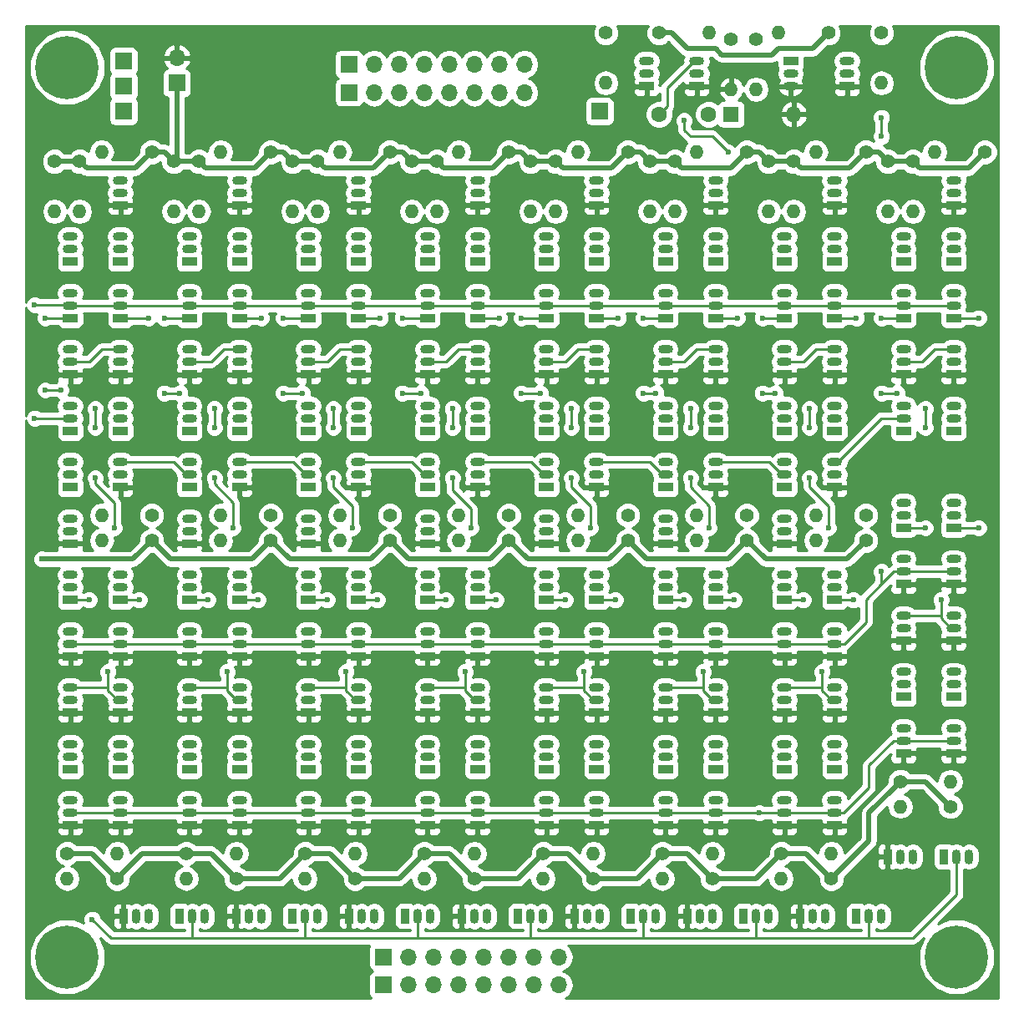
<source format=gbr>
G04 #@! TF.FileFunction,Copper,L2,Bot,Signal*
%FSLAX46Y46*%
G04 Gerber Fmt 4.6, Leading zero omitted, Abs format (unit mm)*
G04 Created by KiCad (PCBNEW 4.0.7-e2-6376~61~ubuntu18.04.1) date Sun Jul 14 07:48:48 2019*
%MOMM*%
%LPD*%
G01*
G04 APERTURE LIST*
%ADD10C,0.100000*%
%ADD11C,6.400000*%
%ADD12C,1.600000*%
%ADD13R,1.600000X1.600000*%
%ADD14O,1.600000X1.600000*%
%ADD15R,1.700000X1.700000*%
%ADD16O,1.700000X1.700000*%
%ADD17O,1.500000X0.900000*%
%ADD18R,1.500000X0.900000*%
%ADD19O,0.900000X1.500000*%
%ADD20R,0.900000X1.500000*%
%ADD21C,1.400000*%
%ADD22O,1.400000X1.400000*%
%ADD23C,0.600000*%
%ADD24C,0.250000*%
%ADD25C,0.500000*%
%ADD26C,0.254000*%
G04 APERTURE END LIST*
D10*
D11*
X46355000Y-110490000D03*
X136525000Y-110490000D03*
X136525000Y-20320000D03*
D12*
X106362500Y-25082500D03*
X111362500Y-25082500D03*
D13*
X113665000Y-25082500D03*
D14*
X120015000Y-25082500D03*
D15*
X57467500Y-21907500D03*
D16*
X57467500Y-19367500D03*
D15*
X74930000Y-22860000D03*
D16*
X77470000Y-22860000D03*
X80010000Y-22860000D03*
X82550000Y-22860000D03*
X85090000Y-22860000D03*
X87630000Y-22860000D03*
X90170000Y-22860000D03*
X92710000Y-22860000D03*
D15*
X74930000Y-20002500D03*
D16*
X77470000Y-20002500D03*
X80010000Y-20002500D03*
X82550000Y-20002500D03*
X85090000Y-20002500D03*
X87630000Y-20002500D03*
X90170000Y-20002500D03*
X92710000Y-20002500D03*
D15*
X100330000Y-24765000D03*
X52070000Y-24765000D03*
X52070000Y-22225000D03*
X52070000Y-19685000D03*
X78422500Y-110490000D03*
D16*
X80962500Y-110490000D03*
X83502500Y-110490000D03*
X86042500Y-110490000D03*
X88582500Y-110490000D03*
X91122500Y-110490000D03*
X93662500Y-110490000D03*
X96202500Y-110490000D03*
D15*
X78422500Y-113347500D03*
D16*
X80962500Y-113347500D03*
X83502500Y-113347500D03*
X86042500Y-113347500D03*
X88582500Y-113347500D03*
X91122500Y-113347500D03*
X93662500Y-113347500D03*
X96202500Y-113347500D03*
D17*
X105092500Y-20955000D03*
X105092500Y-19685000D03*
D18*
X105092500Y-22225000D03*
D17*
X110172500Y-20955000D03*
X110172500Y-19685000D03*
D18*
X110172500Y-22225000D03*
D17*
X119697500Y-20955000D03*
X119697500Y-22225000D03*
D18*
X119697500Y-19685000D03*
D17*
X125412500Y-20955000D03*
X125412500Y-19685000D03*
D18*
X125412500Y-22225000D03*
D19*
X53340000Y-106362500D03*
X54610000Y-106362500D03*
D20*
X52070000Y-106362500D03*
D19*
X64770000Y-106362500D03*
X66040000Y-106362500D03*
D20*
X63500000Y-106362500D03*
D19*
X76200000Y-106362500D03*
X77470000Y-106362500D03*
D20*
X74930000Y-106362500D03*
D19*
X87630000Y-106362500D03*
X88900000Y-106362500D03*
D20*
X86360000Y-106362500D03*
D19*
X99060000Y-106362500D03*
X100330000Y-106362500D03*
D20*
X97790000Y-106362500D03*
D19*
X110490000Y-106362500D03*
X111760000Y-106362500D03*
D20*
X109220000Y-106362500D03*
D19*
X121920000Y-106362500D03*
X123190000Y-106362500D03*
D20*
X120650000Y-106362500D03*
D19*
X130810000Y-100330000D03*
X132080000Y-100330000D03*
D20*
X129540000Y-100330000D03*
D19*
X59055000Y-106362500D03*
X60325000Y-106362500D03*
D20*
X57785000Y-106362500D03*
D19*
X70485000Y-106362500D03*
X71755000Y-106362500D03*
D20*
X69215000Y-106362500D03*
D19*
X81915000Y-106362500D03*
X83185000Y-106362500D03*
D20*
X80645000Y-106362500D03*
D19*
X93345000Y-106362500D03*
X94615000Y-106362500D03*
D20*
X92075000Y-106362500D03*
D19*
X104775000Y-106362500D03*
X106045000Y-106362500D03*
D20*
X103505000Y-106362500D03*
D19*
X116205000Y-106362500D03*
X117475000Y-106362500D03*
D20*
X114935000Y-106362500D03*
D19*
X127635000Y-106362500D03*
X128905000Y-106362500D03*
D20*
X126365000Y-106362500D03*
D19*
X136525000Y-100330000D03*
X137795000Y-100330000D03*
D20*
X135255000Y-100330000D03*
D17*
X51752500Y-38735000D03*
X51752500Y-37465000D03*
D18*
X51752500Y-40005000D03*
D17*
X51752500Y-55880000D03*
X51752500Y-54610000D03*
D18*
X51752500Y-57150000D03*
D17*
X46672500Y-50165000D03*
X46672500Y-48895000D03*
D18*
X46672500Y-51435000D03*
D17*
X51752500Y-50165000D03*
X51752500Y-48895000D03*
D18*
X51752500Y-51435000D03*
D17*
X46672500Y-55880000D03*
X46672500Y-54610000D03*
D18*
X46672500Y-57150000D03*
D17*
X46672500Y-38735000D03*
X46672500Y-37465000D03*
D18*
X46672500Y-40005000D03*
D17*
X51752500Y-44450000D03*
X51752500Y-43180000D03*
D18*
X51752500Y-45720000D03*
D17*
X51752500Y-73025000D03*
X51752500Y-71755000D03*
D18*
X51752500Y-74295000D03*
D17*
X46672500Y-73025000D03*
X46672500Y-71755000D03*
D18*
X46672500Y-74295000D03*
D17*
X46672500Y-44450000D03*
X46672500Y-43180000D03*
D18*
X46672500Y-45720000D03*
D17*
X51752500Y-78740000D03*
X51752500Y-77470000D03*
D18*
X51752500Y-80010000D03*
D17*
X46672500Y-78740000D03*
X46672500Y-77470000D03*
D18*
X46672500Y-80010000D03*
D17*
X51752500Y-33020000D03*
X51752500Y-31750000D03*
D18*
X51752500Y-34290000D03*
D17*
X46672500Y-90170000D03*
X46672500Y-88900000D03*
D18*
X46672500Y-91440000D03*
D17*
X46672500Y-84455000D03*
X46672500Y-83185000D03*
D18*
X46672500Y-85725000D03*
D17*
X51752500Y-84455000D03*
X51752500Y-83185000D03*
D18*
X51752500Y-85725000D03*
D17*
X51752500Y-90170000D03*
X51752500Y-88900000D03*
D18*
X51752500Y-91440000D03*
D17*
X46672500Y-95885000D03*
X46672500Y-94615000D03*
D18*
X46672500Y-97155000D03*
D17*
X51752500Y-95885000D03*
X51752500Y-94615000D03*
D18*
X51752500Y-97155000D03*
D17*
X63817500Y-38735000D03*
X63817500Y-37465000D03*
D18*
X63817500Y-40005000D03*
D17*
X63817500Y-55880000D03*
X63817500Y-54610000D03*
D18*
X63817500Y-57150000D03*
D17*
X58737500Y-50165000D03*
X58737500Y-48895000D03*
D18*
X58737500Y-51435000D03*
D17*
X63817500Y-50165000D03*
X63817500Y-48895000D03*
D18*
X63817500Y-51435000D03*
D17*
X58737500Y-55880000D03*
X58737500Y-54610000D03*
D18*
X58737500Y-57150000D03*
D17*
X58737500Y-38735000D03*
X58737500Y-37465000D03*
D18*
X58737500Y-40005000D03*
D17*
X63817500Y-44450000D03*
X63817500Y-43180000D03*
D18*
X63817500Y-45720000D03*
D17*
X63817500Y-73025000D03*
X63817500Y-71755000D03*
D18*
X63817500Y-74295000D03*
D17*
X58737500Y-73025000D03*
X58737500Y-71755000D03*
D18*
X58737500Y-74295000D03*
D17*
X58737500Y-44450000D03*
X58737500Y-43180000D03*
D18*
X58737500Y-45720000D03*
D17*
X63817500Y-78740000D03*
X63817500Y-77470000D03*
D18*
X63817500Y-80010000D03*
D17*
X58737500Y-78740000D03*
X58737500Y-77470000D03*
D18*
X58737500Y-80010000D03*
D17*
X63817500Y-33020000D03*
X63817500Y-31750000D03*
D18*
X63817500Y-34290000D03*
D17*
X58737500Y-90170000D03*
X58737500Y-88900000D03*
D18*
X58737500Y-91440000D03*
D17*
X58737500Y-84455000D03*
X58737500Y-83185000D03*
D18*
X58737500Y-85725000D03*
D17*
X63817500Y-84455000D03*
X63817500Y-83185000D03*
D18*
X63817500Y-85725000D03*
D17*
X63817500Y-90170000D03*
X63817500Y-88900000D03*
D18*
X63817500Y-91440000D03*
D17*
X58737500Y-95885000D03*
X58737500Y-94615000D03*
D18*
X58737500Y-97155000D03*
D17*
X63817500Y-95885000D03*
X63817500Y-94615000D03*
D18*
X63817500Y-97155000D03*
D17*
X75882500Y-38735000D03*
X75882500Y-37465000D03*
D18*
X75882500Y-40005000D03*
D17*
X75882500Y-55880000D03*
X75882500Y-54610000D03*
D18*
X75882500Y-57150000D03*
D17*
X70802500Y-50165000D03*
X70802500Y-48895000D03*
D18*
X70802500Y-51435000D03*
D17*
X75882500Y-50165000D03*
X75882500Y-48895000D03*
D18*
X75882500Y-51435000D03*
D17*
X70802500Y-55880000D03*
X70802500Y-54610000D03*
D18*
X70802500Y-57150000D03*
D17*
X70802500Y-38735000D03*
X70802500Y-37465000D03*
D18*
X70802500Y-40005000D03*
D17*
X75882500Y-44450000D03*
X75882500Y-43180000D03*
D18*
X75882500Y-45720000D03*
D17*
X75882500Y-73025000D03*
X75882500Y-71755000D03*
D18*
X75882500Y-74295000D03*
D17*
X70802500Y-73025000D03*
X70802500Y-71755000D03*
D18*
X70802500Y-74295000D03*
D17*
X70802500Y-44450000D03*
X70802500Y-43180000D03*
D18*
X70802500Y-45720000D03*
D17*
X75882500Y-78740000D03*
X75882500Y-77470000D03*
D18*
X75882500Y-80010000D03*
D17*
X70802500Y-78740000D03*
X70802500Y-77470000D03*
D18*
X70802500Y-80010000D03*
D17*
X75882500Y-33020000D03*
X75882500Y-31750000D03*
D18*
X75882500Y-34290000D03*
D17*
X70802500Y-90170000D03*
X70802500Y-88900000D03*
D18*
X70802500Y-91440000D03*
D17*
X70802500Y-84455000D03*
X70802500Y-83185000D03*
D18*
X70802500Y-85725000D03*
D17*
X75882500Y-84455000D03*
X75882500Y-83185000D03*
D18*
X75882500Y-85725000D03*
D17*
X75882500Y-90170000D03*
X75882500Y-88900000D03*
D18*
X75882500Y-91440000D03*
D17*
X70802500Y-95885000D03*
X70802500Y-94615000D03*
D18*
X70802500Y-97155000D03*
D17*
X75882500Y-95885000D03*
X75882500Y-94615000D03*
D18*
X75882500Y-97155000D03*
D17*
X87947500Y-38735000D03*
X87947500Y-37465000D03*
D18*
X87947500Y-40005000D03*
D17*
X87947500Y-55880000D03*
X87947500Y-54610000D03*
D18*
X87947500Y-57150000D03*
D17*
X82867500Y-50165000D03*
X82867500Y-48895000D03*
D18*
X82867500Y-51435000D03*
D17*
X87947500Y-50165000D03*
X87947500Y-48895000D03*
D18*
X87947500Y-51435000D03*
D17*
X82867500Y-55880000D03*
X82867500Y-54610000D03*
D18*
X82867500Y-57150000D03*
D17*
X82867500Y-38735000D03*
X82867500Y-37465000D03*
D18*
X82867500Y-40005000D03*
D17*
X87947500Y-44450000D03*
X87947500Y-43180000D03*
D18*
X87947500Y-45720000D03*
D17*
X87947500Y-73025000D03*
X87947500Y-71755000D03*
D18*
X87947500Y-74295000D03*
D17*
X82867500Y-73025000D03*
X82867500Y-71755000D03*
D18*
X82867500Y-74295000D03*
D17*
X82867500Y-44450000D03*
X82867500Y-43180000D03*
D18*
X82867500Y-45720000D03*
D17*
X87947500Y-78740000D03*
X87947500Y-77470000D03*
D18*
X87947500Y-80010000D03*
D17*
X82867500Y-78740000D03*
X82867500Y-77470000D03*
D18*
X82867500Y-80010000D03*
D17*
X87947500Y-33020000D03*
X87947500Y-31750000D03*
D18*
X87947500Y-34290000D03*
D17*
X82867500Y-90170000D03*
X82867500Y-88900000D03*
D18*
X82867500Y-91440000D03*
D17*
X82867500Y-84455000D03*
X82867500Y-83185000D03*
D18*
X82867500Y-85725000D03*
D17*
X87947500Y-90170000D03*
X87947500Y-88900000D03*
D18*
X87947500Y-91440000D03*
D17*
X82867500Y-95885000D03*
X82867500Y-94615000D03*
D18*
X82867500Y-97155000D03*
D17*
X87947500Y-95885000D03*
X87947500Y-94615000D03*
D18*
X87947500Y-97155000D03*
D17*
X100012500Y-38735000D03*
X100012500Y-37465000D03*
D18*
X100012500Y-40005000D03*
D17*
X100012500Y-55880000D03*
X100012500Y-54610000D03*
D18*
X100012500Y-57150000D03*
D17*
X94932500Y-50165000D03*
X94932500Y-48895000D03*
D18*
X94932500Y-51435000D03*
D17*
X100012500Y-50165000D03*
X100012500Y-48895000D03*
D18*
X100012500Y-51435000D03*
D17*
X94932500Y-55880000D03*
X94932500Y-54610000D03*
D18*
X94932500Y-57150000D03*
D17*
X94932500Y-38735000D03*
X94932500Y-37465000D03*
D18*
X94932500Y-40005000D03*
D17*
X100012500Y-44450000D03*
X100012500Y-43180000D03*
D18*
X100012500Y-45720000D03*
D17*
X100012500Y-73025000D03*
X100012500Y-71755000D03*
D18*
X100012500Y-74295000D03*
D17*
X94932500Y-73025000D03*
X94932500Y-71755000D03*
D18*
X94932500Y-74295000D03*
D17*
X94932500Y-44450000D03*
X94932500Y-43180000D03*
D18*
X94932500Y-45720000D03*
D17*
X100012500Y-78740000D03*
X100012500Y-77470000D03*
D18*
X100012500Y-80010000D03*
D17*
X94932500Y-78740000D03*
X94932500Y-77470000D03*
D18*
X94932500Y-80010000D03*
D17*
X100012500Y-33020000D03*
X100012500Y-31750000D03*
D18*
X100012500Y-34290000D03*
D17*
X94932500Y-90170000D03*
X94932500Y-88900000D03*
D18*
X94932500Y-91440000D03*
D17*
X94932500Y-84455000D03*
X94932500Y-83185000D03*
D18*
X94932500Y-85725000D03*
D17*
X100012500Y-84455000D03*
X100012500Y-83185000D03*
D18*
X100012500Y-85725000D03*
D17*
X100012500Y-90170000D03*
X100012500Y-88900000D03*
D18*
X100012500Y-91440000D03*
D17*
X94932500Y-95885000D03*
X94932500Y-94615000D03*
D18*
X94932500Y-97155000D03*
D17*
X100012500Y-95885000D03*
X100012500Y-94615000D03*
D18*
X100012500Y-97155000D03*
D17*
X112077500Y-38735000D03*
X112077500Y-37465000D03*
D18*
X112077500Y-40005000D03*
D17*
X112077500Y-55880000D03*
X112077500Y-54610000D03*
D18*
X112077500Y-57150000D03*
D17*
X106997500Y-50165000D03*
X106997500Y-48895000D03*
D18*
X106997500Y-51435000D03*
D17*
X112077500Y-50165000D03*
X112077500Y-48895000D03*
D18*
X112077500Y-51435000D03*
D17*
X106997500Y-55880000D03*
X106997500Y-54610000D03*
D18*
X106997500Y-57150000D03*
D17*
X106997500Y-38735000D03*
X106997500Y-37465000D03*
D18*
X106997500Y-40005000D03*
D17*
X112077500Y-44450000D03*
X112077500Y-43180000D03*
D18*
X112077500Y-45720000D03*
D17*
X112077500Y-73025000D03*
X112077500Y-71755000D03*
D18*
X112077500Y-74295000D03*
D17*
X106997500Y-73025000D03*
X106997500Y-71755000D03*
D18*
X106997500Y-74295000D03*
D17*
X106997500Y-44450000D03*
X106997500Y-43180000D03*
D18*
X106997500Y-45720000D03*
D17*
X112077500Y-78740000D03*
X112077500Y-77470000D03*
D18*
X112077500Y-80010000D03*
D17*
X106997500Y-78740000D03*
X106997500Y-77470000D03*
D18*
X106997500Y-80010000D03*
D17*
X112077500Y-33020000D03*
X112077500Y-31750000D03*
D18*
X112077500Y-34290000D03*
D17*
X106997500Y-90170000D03*
X106997500Y-88900000D03*
D18*
X106997500Y-91440000D03*
D17*
X106997500Y-84455000D03*
X106997500Y-83185000D03*
D18*
X106997500Y-85725000D03*
D17*
X112077500Y-84455000D03*
X112077500Y-83185000D03*
D18*
X112077500Y-85725000D03*
D17*
X112077500Y-90170000D03*
X112077500Y-88900000D03*
D18*
X112077500Y-91440000D03*
D17*
X106997500Y-95885000D03*
X106997500Y-94615000D03*
D18*
X106997500Y-97155000D03*
D17*
X112077500Y-95885000D03*
X112077500Y-94615000D03*
D18*
X112077500Y-97155000D03*
D17*
X124142500Y-38735000D03*
X124142500Y-37465000D03*
D18*
X124142500Y-40005000D03*
D17*
X124142500Y-55880000D03*
X124142500Y-54610000D03*
D18*
X124142500Y-57150000D03*
D17*
X119062500Y-50165000D03*
X119062500Y-48895000D03*
D18*
X119062500Y-51435000D03*
D17*
X124142500Y-50165000D03*
X124142500Y-48895000D03*
D18*
X124142500Y-51435000D03*
D17*
X119062500Y-55880000D03*
X119062500Y-54610000D03*
D18*
X119062500Y-57150000D03*
D17*
X119062500Y-38735000D03*
X119062500Y-37465000D03*
D18*
X119062500Y-40005000D03*
D17*
X124142500Y-44450000D03*
X124142500Y-43180000D03*
D18*
X124142500Y-45720000D03*
D17*
X124142500Y-73025000D03*
X124142500Y-71755000D03*
D18*
X124142500Y-74295000D03*
D17*
X119062500Y-73025000D03*
X119062500Y-71755000D03*
D18*
X119062500Y-74295000D03*
D17*
X119062500Y-44450000D03*
X119062500Y-43180000D03*
D18*
X119062500Y-45720000D03*
D17*
X124142500Y-78740000D03*
X124142500Y-77470000D03*
D18*
X124142500Y-80010000D03*
D17*
X119062500Y-78740000D03*
X119062500Y-77470000D03*
D18*
X119062500Y-80010000D03*
D17*
X124142500Y-33020000D03*
X124142500Y-31750000D03*
D18*
X124142500Y-34290000D03*
D17*
X119062500Y-90170000D03*
X119062500Y-88900000D03*
D18*
X119062500Y-91440000D03*
D17*
X119062500Y-84455000D03*
X119062500Y-83185000D03*
D18*
X119062500Y-85725000D03*
D17*
X124142500Y-84455000D03*
X124142500Y-83185000D03*
D18*
X124142500Y-85725000D03*
D17*
X124142500Y-90170000D03*
X124142500Y-88900000D03*
D18*
X124142500Y-91440000D03*
D17*
X119062500Y-95885000D03*
X119062500Y-94615000D03*
D18*
X119062500Y-97155000D03*
D17*
X124142500Y-95885000D03*
X124142500Y-94615000D03*
D18*
X124142500Y-97155000D03*
D17*
X136207500Y-38735000D03*
X136207500Y-37465000D03*
D18*
X136207500Y-40005000D03*
D17*
X136207500Y-55880000D03*
X136207500Y-54610000D03*
D18*
X136207500Y-57150000D03*
D17*
X131127500Y-50165000D03*
X131127500Y-48895000D03*
D18*
X131127500Y-51435000D03*
D17*
X136207500Y-50165000D03*
X136207500Y-48895000D03*
D18*
X136207500Y-51435000D03*
D17*
X131127500Y-55880000D03*
X131127500Y-54610000D03*
D18*
X131127500Y-57150000D03*
D17*
X131127500Y-38735000D03*
X131127500Y-37465000D03*
D18*
X131127500Y-40005000D03*
D17*
X136207500Y-44450000D03*
X136207500Y-43180000D03*
D18*
X136207500Y-45720000D03*
D17*
X136207500Y-65722500D03*
X136207500Y-64452500D03*
D18*
X136207500Y-66992500D03*
D17*
X131127500Y-65722500D03*
X131127500Y-64452500D03*
D18*
X131127500Y-66992500D03*
D17*
X131127500Y-44450000D03*
X131127500Y-43180000D03*
D18*
X131127500Y-45720000D03*
D17*
X136207500Y-71437500D03*
X136207500Y-70167500D03*
D18*
X136207500Y-72707500D03*
D17*
X131127500Y-71437500D03*
X131127500Y-70167500D03*
D18*
X131127500Y-72707500D03*
D17*
X136207500Y-33020000D03*
X136207500Y-31750000D03*
D18*
X136207500Y-34290000D03*
D17*
X131127500Y-82867500D03*
X131127500Y-81597500D03*
D18*
X131127500Y-84137500D03*
D17*
X131127500Y-77152500D03*
X131127500Y-75882500D03*
D18*
X131127500Y-78422500D03*
D17*
X136207500Y-77152500D03*
X136207500Y-75882500D03*
D18*
X136207500Y-78422500D03*
D17*
X136207500Y-82867500D03*
X136207500Y-81597500D03*
D18*
X136207500Y-84137500D03*
D17*
X131127500Y-88582500D03*
X131127500Y-87312500D03*
D18*
X131127500Y-89852500D03*
D17*
X136207500Y-88582500D03*
X136207500Y-87312500D03*
D18*
X136207500Y-89852500D03*
D17*
X46672500Y-61595000D03*
X46672500Y-60325000D03*
D18*
X46672500Y-62865000D03*
D17*
X51752500Y-61595000D03*
X51752500Y-60325000D03*
D18*
X51752500Y-62865000D03*
D17*
X46672500Y-67310000D03*
X46672500Y-66040000D03*
D18*
X46672500Y-68580000D03*
D17*
X58737500Y-61595000D03*
X58737500Y-60325000D03*
D18*
X58737500Y-62865000D03*
D17*
X63817500Y-61595000D03*
X63817500Y-60325000D03*
D18*
X63817500Y-62865000D03*
D17*
X58737500Y-67310000D03*
X58737500Y-66040000D03*
D18*
X58737500Y-68580000D03*
D17*
X70802500Y-61595000D03*
X70802500Y-60325000D03*
D18*
X70802500Y-62865000D03*
D17*
X75882500Y-61595000D03*
X75882500Y-60325000D03*
D18*
X75882500Y-62865000D03*
D17*
X70802500Y-67310000D03*
X70802500Y-66040000D03*
D18*
X70802500Y-68580000D03*
D17*
X82867500Y-61595000D03*
X82867500Y-60325000D03*
D18*
X82867500Y-62865000D03*
D17*
X87947500Y-61595000D03*
X87947500Y-60325000D03*
D18*
X87947500Y-62865000D03*
D17*
X82867500Y-67310000D03*
X82867500Y-66040000D03*
D18*
X82867500Y-68580000D03*
D17*
X94932500Y-61595000D03*
X94932500Y-60325000D03*
D18*
X94932500Y-62865000D03*
D17*
X100012500Y-61595000D03*
X100012500Y-60325000D03*
D18*
X100012500Y-62865000D03*
D17*
X94932500Y-67310000D03*
X94932500Y-66040000D03*
D18*
X94932500Y-68580000D03*
D17*
X106997500Y-61595000D03*
X106997500Y-60325000D03*
D18*
X106997500Y-62865000D03*
D17*
X112077500Y-61595000D03*
X112077500Y-60325000D03*
D18*
X112077500Y-62865000D03*
D17*
X106997500Y-67310000D03*
X106997500Y-66040000D03*
D18*
X106997500Y-68580000D03*
D17*
X119062500Y-61595000D03*
X119062500Y-60325000D03*
D18*
X119062500Y-62865000D03*
D17*
X124142500Y-61595000D03*
X124142500Y-60325000D03*
D18*
X124142500Y-62865000D03*
D17*
X119062500Y-67310000D03*
X119062500Y-66040000D03*
D18*
X119062500Y-68580000D03*
D21*
X100965000Y-16827500D03*
D22*
X100965000Y-21907500D03*
D21*
X106362500Y-16827500D03*
D22*
X111442500Y-16827500D03*
D21*
X123507500Y-16827500D03*
D22*
X118427500Y-16827500D03*
D21*
X128905000Y-16827500D03*
D22*
X128905000Y-21907500D03*
D21*
X116205000Y-17462500D03*
D22*
X116205000Y-22542500D03*
D21*
X113665000Y-17462500D03*
D22*
X113665000Y-22542500D03*
D21*
X47625000Y-29845000D03*
D22*
X47625000Y-34925000D03*
D21*
X45085000Y-29845000D03*
D22*
X45085000Y-34925000D03*
D21*
X54927500Y-28892500D03*
D22*
X49847500Y-28892500D03*
D21*
X51435000Y-102552500D03*
D22*
X46355000Y-102552500D03*
D21*
X46355000Y-100012500D03*
D22*
X51435000Y-100012500D03*
D21*
X59690000Y-29845000D03*
D22*
X59690000Y-34925000D03*
D21*
X57150000Y-29845000D03*
D22*
X57150000Y-34925000D03*
D21*
X66992500Y-28892500D03*
D22*
X61912500Y-28892500D03*
D21*
X63500000Y-102552500D03*
D22*
X58420000Y-102552500D03*
D21*
X58420000Y-100012500D03*
D22*
X63500000Y-100012500D03*
D21*
X71755000Y-29845000D03*
D22*
X71755000Y-34925000D03*
D21*
X69215000Y-29845000D03*
D22*
X69215000Y-34925000D03*
D21*
X79057500Y-28892500D03*
D22*
X73977500Y-28892500D03*
D21*
X75565000Y-102552500D03*
D22*
X70485000Y-102552500D03*
D21*
X70485000Y-100012500D03*
D22*
X75565000Y-100012500D03*
D21*
X83820000Y-29845000D03*
D22*
X83820000Y-34925000D03*
D21*
X81280000Y-29845000D03*
D22*
X81280000Y-34925000D03*
D21*
X91122500Y-28892500D03*
D22*
X86042500Y-28892500D03*
D21*
X87630000Y-102552500D03*
D22*
X82550000Y-102552500D03*
D21*
X82550000Y-100012500D03*
D22*
X87630000Y-100012500D03*
D21*
X95885000Y-29845000D03*
D22*
X95885000Y-34925000D03*
D21*
X93345000Y-29845000D03*
D22*
X93345000Y-34925000D03*
D21*
X103187500Y-28892500D03*
D22*
X98107500Y-28892500D03*
D21*
X99695000Y-102552500D03*
D22*
X94615000Y-102552500D03*
D21*
X94615000Y-100012500D03*
D22*
X99695000Y-100012500D03*
D21*
X107950000Y-29845000D03*
D22*
X107950000Y-34925000D03*
D21*
X105410000Y-29845000D03*
D22*
X105410000Y-34925000D03*
D21*
X115252500Y-28892500D03*
D22*
X110172500Y-28892500D03*
D21*
X111760000Y-102552500D03*
D22*
X106680000Y-102552500D03*
D21*
X106680000Y-100012500D03*
D22*
X111760000Y-100012500D03*
D21*
X120015000Y-29845000D03*
D22*
X120015000Y-34925000D03*
D21*
X117475000Y-29845000D03*
D22*
X117475000Y-34925000D03*
D21*
X127317500Y-28892500D03*
D22*
X122237500Y-28892500D03*
D21*
X123825000Y-102552500D03*
D22*
X118745000Y-102552500D03*
D21*
X118745000Y-100012500D03*
D22*
X123825000Y-100012500D03*
D21*
X132080000Y-29845000D03*
D22*
X132080000Y-34925000D03*
D21*
X129540000Y-29845000D03*
D22*
X129540000Y-34925000D03*
D21*
X139382500Y-28892500D03*
D22*
X134302500Y-28892500D03*
D21*
X135890000Y-95250000D03*
D22*
X130810000Y-95250000D03*
D21*
X130810000Y-92710000D03*
D22*
X135890000Y-92710000D03*
D21*
X54927500Y-68262500D03*
D22*
X49847500Y-68262500D03*
D21*
X54927500Y-65722500D03*
D22*
X49847500Y-65722500D03*
D21*
X66992500Y-68262500D03*
D22*
X61912500Y-68262500D03*
D21*
X66992500Y-65722500D03*
D22*
X61912500Y-65722500D03*
D21*
X79057500Y-68262500D03*
D22*
X73977500Y-68262500D03*
D21*
X79057500Y-65722500D03*
D22*
X73977500Y-65722500D03*
D21*
X91122500Y-68262500D03*
D22*
X86042500Y-68262500D03*
D21*
X91122500Y-65722500D03*
D22*
X86042500Y-65722500D03*
D21*
X103187500Y-68262500D03*
D22*
X98107500Y-68262500D03*
D21*
X103187500Y-65722500D03*
D22*
X98107500Y-65722500D03*
D21*
X115252500Y-68262500D03*
D22*
X110172500Y-68262500D03*
D21*
X115252500Y-65722500D03*
D22*
X110172500Y-65722500D03*
D21*
X127317500Y-68262500D03*
D22*
X122237500Y-68262500D03*
D21*
X127317500Y-65722500D03*
D22*
X122237500Y-65722500D03*
D11*
X46355000Y-20320000D03*
D17*
X87947500Y-84455000D03*
X87947500Y-83185000D03*
D18*
X87947500Y-85725000D03*
D23*
X43815000Y-70167500D03*
X43065000Y-44395919D03*
X43065000Y-55880000D03*
X48895000Y-106680000D03*
X116522500Y-95885000D03*
X113347500Y-28892500D03*
X108902500Y-25717500D03*
X128905000Y-71437500D03*
X128905000Y-27305000D03*
X128905000Y-25400000D03*
X54610000Y-45720000D03*
X53657500Y-74295000D03*
X50482500Y-81597500D03*
X44132500Y-45720000D03*
X44132500Y-53022500D03*
X45720000Y-53022500D03*
X49212500Y-54927500D03*
X49212500Y-56832500D03*
X49212500Y-61912500D03*
X51117500Y-66992500D03*
X48577500Y-74295000D03*
X66040000Y-45720000D03*
X65722500Y-74295000D03*
X62547500Y-81597500D03*
X56197500Y-45720000D03*
X56197500Y-53340000D03*
X57785000Y-53340000D03*
X61277500Y-54927500D03*
X61277500Y-56832500D03*
X61277500Y-61912500D03*
X63182500Y-66992500D03*
X60642500Y-74295000D03*
X78105000Y-45720000D03*
X77787500Y-74295000D03*
X74612500Y-81597500D03*
X68262500Y-45720000D03*
X68262500Y-53340000D03*
X70167500Y-53340000D03*
X73342500Y-54927500D03*
X73342500Y-56832500D03*
X73342500Y-61912500D03*
X75247500Y-66992500D03*
X72707500Y-74295000D03*
X89852500Y-74295000D03*
X90170000Y-45720000D03*
X86677500Y-81597500D03*
X80327500Y-45720000D03*
X80327500Y-53340000D03*
X82232500Y-53340000D03*
X85407500Y-54927500D03*
X85407500Y-56832500D03*
X85407500Y-61912500D03*
X87312500Y-66992500D03*
X84772500Y-74295000D03*
X101917500Y-74295000D03*
X102235000Y-45720000D03*
X98742500Y-81597500D03*
X92392500Y-45720000D03*
X92392500Y-53340000D03*
X94297500Y-53340000D03*
X97472500Y-54927500D03*
X97472500Y-56832500D03*
X97472500Y-61912500D03*
X99377500Y-66992500D03*
X96837500Y-74295000D03*
X113982500Y-74295000D03*
X114300000Y-45720000D03*
X110807500Y-81597500D03*
X104775000Y-45720000D03*
X104775000Y-53340000D03*
X106045000Y-53340000D03*
X109537500Y-54927500D03*
X109537500Y-56832500D03*
X109537500Y-61912500D03*
X111442500Y-66992500D03*
X108902500Y-74295000D03*
X126365000Y-45720000D03*
X126047500Y-74295000D03*
X122872500Y-81597500D03*
X116840000Y-45720000D03*
X116840000Y-53340000D03*
X118110000Y-53340000D03*
X121602500Y-54927500D03*
X121602500Y-56832500D03*
X121602500Y-61912500D03*
X123507500Y-66992500D03*
X120967500Y-74295000D03*
X138747500Y-45720000D03*
X138747500Y-66992500D03*
X134937500Y-74295000D03*
X128905000Y-45720000D03*
X128905000Y-53340000D03*
X130492500Y-53340000D03*
X133350000Y-54927500D03*
X133350000Y-56832500D03*
X133350000Y-66992500D03*
D24*
X106362500Y-25082500D02*
X107162499Y-24282501D01*
X107162499Y-24282501D02*
X107162499Y-22395001D01*
X107162499Y-22395001D02*
X109872500Y-19685000D01*
X109872500Y-19685000D02*
X110172500Y-19685000D01*
D25*
X106362500Y-16827500D02*
X107632500Y-16827500D01*
X107632500Y-16827500D02*
X109220000Y-18415000D01*
X109220000Y-18415000D02*
X112077500Y-18415000D01*
X117792500Y-19050000D02*
X118427500Y-18415000D01*
X112077500Y-18415000D02*
X112712500Y-19050000D01*
X112712500Y-19050000D02*
X117792500Y-19050000D01*
X118427500Y-18415000D02*
X121920000Y-18415000D01*
X121920000Y-18415000D02*
X123507500Y-16827500D01*
X57467500Y-21907500D02*
X57467500Y-29527500D01*
X57467500Y-29527500D02*
X57150000Y-29845000D01*
X130810000Y-92710000D02*
X133350000Y-92710000D01*
X133350000Y-92710000D02*
X135890000Y-95250000D01*
X132080000Y-29845000D02*
X132779999Y-30544999D01*
X132779999Y-30544999D02*
X137730001Y-30544999D01*
X137730001Y-30544999D02*
X138682501Y-29592499D01*
X138682501Y-29592499D02*
X139382500Y-28892500D01*
X129540000Y-29845000D02*
X132080000Y-29845000D01*
X127317500Y-28892500D02*
X128587500Y-28892500D01*
X128587500Y-28892500D02*
X129540000Y-29845000D01*
X120015000Y-29845000D02*
X120714999Y-30544999D01*
X120714999Y-30544999D02*
X125665001Y-30544999D01*
X125665001Y-30544999D02*
X126617501Y-29592499D01*
X126617501Y-29592499D02*
X127317500Y-28892500D01*
X117475000Y-29845000D02*
X120015000Y-29845000D01*
X115252500Y-28892500D02*
X116522500Y-28892500D01*
X116522500Y-28892500D02*
X117475000Y-29845000D01*
X107950000Y-29845000D02*
X108649999Y-30544999D01*
X108649999Y-30544999D02*
X113600001Y-30544999D01*
X114552501Y-29592499D02*
X115252500Y-28892500D01*
X113600001Y-30544999D02*
X114552501Y-29592499D01*
X105410000Y-29845000D02*
X107950000Y-29845000D01*
X103187500Y-28892500D02*
X104457500Y-28892500D01*
X104457500Y-28892500D02*
X105410000Y-29845000D01*
X95885000Y-29845000D02*
X96584999Y-30544999D01*
X96584999Y-30544999D02*
X101535001Y-30544999D01*
X101535001Y-30544999D02*
X102487501Y-29592499D01*
X102487501Y-29592499D02*
X103187500Y-28892500D01*
X93345000Y-29845000D02*
X95885000Y-29845000D01*
X91122500Y-28892500D02*
X92392500Y-28892500D01*
X92392500Y-28892500D02*
X93345000Y-29845000D01*
X83820000Y-29845000D02*
X84519999Y-30544999D01*
X84519999Y-30544999D02*
X89470001Y-30544999D01*
X89470001Y-30544999D02*
X90422501Y-29592499D01*
X90422501Y-29592499D02*
X91122500Y-28892500D01*
X81280000Y-29845000D02*
X83820000Y-29845000D01*
X79057500Y-28892500D02*
X80327500Y-28892500D01*
X80327500Y-28892500D02*
X81280000Y-29845000D01*
X127000000Y-68580000D02*
X127317500Y-68262500D01*
X117157500Y-70167500D02*
X125412500Y-70167500D01*
X125412500Y-70167500D02*
X127000000Y-68580000D01*
X115252500Y-68262500D02*
X117157500Y-70167500D01*
X105092500Y-70167500D02*
X113347500Y-70167500D01*
X113347500Y-70167500D02*
X115252500Y-68262500D01*
X103187500Y-68262500D02*
X105092500Y-70167500D01*
X93027500Y-70167500D02*
X101282500Y-70167500D01*
X101282500Y-70167500D02*
X103187500Y-68262500D01*
X91122500Y-68262500D02*
X93027500Y-70167500D01*
X79057500Y-68262500D02*
X80962500Y-70167500D01*
X80962500Y-70167500D02*
X89217500Y-70167500D01*
X89217500Y-70167500D02*
X91122500Y-68262500D01*
X66992500Y-68262500D02*
X68897500Y-70167500D01*
X68897500Y-70167500D02*
X77152500Y-70167500D01*
X77152500Y-70167500D02*
X79057500Y-68262500D01*
X56832500Y-70167500D02*
X65087500Y-70167500D01*
X65087500Y-70167500D02*
X66992500Y-68262500D01*
X54927500Y-68262500D02*
X56832500Y-70167500D01*
X71755000Y-29845000D02*
X72454999Y-30544999D01*
X72454999Y-30544999D02*
X77405001Y-30544999D01*
X77405001Y-30544999D02*
X78357501Y-29592499D01*
X78357501Y-29592499D02*
X79057500Y-28892500D01*
X69215000Y-29845000D02*
X71755000Y-29845000D01*
X66992500Y-28892500D02*
X68262500Y-28892500D01*
X68262500Y-28892500D02*
X69215000Y-29845000D01*
X59690000Y-29845000D02*
X60389999Y-30544999D01*
X60389999Y-30544999D02*
X65340001Y-30544999D01*
X65340001Y-30544999D02*
X66292501Y-29592499D01*
X66292501Y-29592499D02*
X66992500Y-28892500D01*
X57150000Y-29845000D02*
X59690000Y-29845000D01*
X54927500Y-28892500D02*
X56197500Y-28892500D01*
X56197500Y-28892500D02*
X57150000Y-29845000D01*
X123825000Y-102552500D02*
X127635000Y-98742500D01*
X127635000Y-98742500D02*
X127635000Y-95885000D01*
X127635000Y-95885000D02*
X130110001Y-93409999D01*
X130110001Y-93409999D02*
X130810000Y-92710000D01*
X118745000Y-100012500D02*
X121285000Y-100012500D01*
X121285000Y-100012500D02*
X123825000Y-102552500D01*
X111760000Y-102552500D02*
X116205000Y-102552500D01*
X116205000Y-102552500D02*
X118745000Y-100012500D01*
X106680000Y-100012500D02*
X109220000Y-100012500D01*
X109220000Y-100012500D02*
X111760000Y-102552500D01*
X99695000Y-102552500D02*
X104140000Y-102552500D01*
X104140000Y-102552500D02*
X106680000Y-100012500D01*
X94615000Y-100012500D02*
X97155000Y-100012500D01*
X97155000Y-100012500D02*
X99695000Y-102552500D01*
X87630000Y-102552500D02*
X92075000Y-102552500D01*
X92075000Y-102552500D02*
X94615000Y-100012500D01*
X82550000Y-100012500D02*
X85090000Y-100012500D01*
X85090000Y-100012500D02*
X87630000Y-102552500D01*
X75565000Y-102552500D02*
X80010000Y-102552500D01*
X80010000Y-102552500D02*
X82550000Y-100012500D01*
X70485000Y-100012500D02*
X73025000Y-100012500D01*
X73025000Y-100012500D02*
X75565000Y-102552500D01*
X63500000Y-102552500D02*
X67945000Y-102552500D01*
X67945000Y-102552500D02*
X70485000Y-100012500D01*
X58420000Y-100012500D02*
X60960000Y-100012500D01*
X60960000Y-100012500D02*
X63500000Y-102552500D01*
X51435000Y-102552500D02*
X53975000Y-100012500D01*
X53975000Y-100012500D02*
X58420000Y-100012500D01*
X46355000Y-100012500D02*
X48895000Y-100012500D01*
X48895000Y-100012500D02*
X51435000Y-102552500D01*
X47625000Y-29845000D02*
X48324999Y-30544999D01*
X48324999Y-30544999D02*
X53275001Y-30544999D01*
X53275001Y-30544999D02*
X54227501Y-29592499D01*
X54227501Y-29592499D02*
X54927500Y-28892500D01*
X45085000Y-29845000D02*
X47625000Y-29845000D01*
X53022500Y-70167500D02*
X43815000Y-70167500D01*
X54927500Y-68262500D02*
X53022500Y-70167500D01*
D24*
X43065000Y-44395919D02*
X46618419Y-44395919D01*
X46618419Y-44395919D02*
X46672500Y-44450000D01*
X131127500Y-44450000D02*
X136207500Y-44450000D01*
X124142500Y-44450000D02*
X131127500Y-44450000D01*
X119062500Y-44450000D02*
X120062500Y-44450000D01*
X120062500Y-44450000D02*
X124142500Y-44450000D01*
X112077500Y-44450000D02*
X119062500Y-44450000D01*
X106997500Y-44450000D02*
X112077500Y-44450000D01*
X100012500Y-44450000D02*
X106997500Y-44450000D01*
X94932500Y-44450000D02*
X100012500Y-44450000D01*
X87947500Y-44450000D02*
X94932500Y-44450000D01*
X82867500Y-44450000D02*
X83867500Y-44450000D01*
X83867500Y-44450000D02*
X87947500Y-44450000D01*
X75882500Y-44450000D02*
X82867500Y-44450000D01*
X70802500Y-44450000D02*
X75882500Y-44450000D01*
X63817500Y-44450000D02*
X70802500Y-44450000D01*
X58737500Y-44450000D02*
X63817500Y-44450000D01*
X51752500Y-44450000D02*
X58737500Y-44450000D01*
X46672500Y-44450000D02*
X47672500Y-44450000D01*
X47672500Y-44450000D02*
X51752500Y-44450000D01*
X43065000Y-55880000D02*
X46672500Y-55880000D01*
X116205000Y-108585000D02*
X127635000Y-108585000D01*
X127635000Y-108585000D02*
X132080000Y-108585000D01*
X127635000Y-106362500D02*
X127635000Y-108585000D01*
X104775000Y-108585000D02*
X116205000Y-108585000D01*
X116205000Y-106362500D02*
X116205000Y-107362500D01*
X116205000Y-107362500D02*
X116205000Y-108585000D01*
X93345000Y-108585000D02*
X104775000Y-108585000D01*
X104775000Y-107362500D02*
X104775000Y-108585000D01*
X104775000Y-106362500D02*
X104775000Y-107362500D01*
X81915000Y-108585000D02*
X93345000Y-108585000D01*
X93345000Y-106362500D02*
X93345000Y-108585000D01*
X70485000Y-108585000D02*
X81915000Y-108585000D01*
X81915000Y-106362500D02*
X81915000Y-107362500D01*
X81915000Y-107362500D02*
X81915000Y-108585000D01*
X59055000Y-108585000D02*
X70485000Y-108585000D01*
X70485000Y-106362500D02*
X70485000Y-107362500D01*
X70485000Y-107362500D02*
X70485000Y-108585000D01*
X51117500Y-108585000D02*
X50800000Y-108585000D01*
X50800000Y-108585000D02*
X48895000Y-106680000D01*
X59055000Y-108585000D02*
X51117500Y-108585000D01*
X59055000Y-106362500D02*
X59055000Y-108585000D01*
X132080000Y-108585000D02*
X136525000Y-104140000D01*
X136525000Y-104140000D02*
X136525000Y-100330000D01*
X116522500Y-95885000D02*
X118062500Y-95885000D01*
X109537500Y-27305000D02*
X111760000Y-27305000D01*
X111760000Y-27305000D02*
X113347500Y-28892500D01*
X108902500Y-26670000D02*
X109537500Y-27305000D01*
X108902500Y-25717500D02*
X108902500Y-26670000D01*
X131127500Y-88582500D02*
X136207500Y-88582500D01*
X124142500Y-95885000D02*
X125095000Y-95885000D01*
X125095000Y-95885000D02*
X127635000Y-93345000D01*
X127635000Y-93345000D02*
X127635000Y-91075000D01*
X127635000Y-91075000D02*
X130127500Y-88582500D01*
X130127500Y-88582500D02*
X131127500Y-88582500D01*
X119062500Y-95885000D02*
X124142500Y-95885000D01*
X119062500Y-95885000D02*
X118062500Y-95885000D01*
X118062500Y-95885000D02*
X112077500Y-95885000D01*
X112077500Y-95885000D02*
X106997500Y-95885000D01*
X100012500Y-95885000D02*
X106997500Y-95885000D01*
X94932500Y-95885000D02*
X95932500Y-95885000D01*
X95932500Y-95885000D02*
X100012500Y-95885000D01*
X87947500Y-95885000D02*
X94932500Y-95885000D01*
X82867500Y-95885000D02*
X87947500Y-95885000D01*
X75882500Y-95885000D02*
X82867500Y-95885000D01*
X70802500Y-95885000D02*
X75882500Y-95885000D01*
X63817500Y-95885000D02*
X64817500Y-95885000D01*
X64817500Y-95885000D02*
X70802500Y-95885000D01*
X58737500Y-95885000D02*
X63817500Y-95885000D01*
X51752500Y-95885000D02*
X58737500Y-95885000D01*
X46672500Y-95885000D02*
X51752500Y-95885000D01*
X127317500Y-74247500D02*
X128905000Y-72660000D01*
X128905000Y-72660000D02*
X130127500Y-71437500D01*
X128905000Y-72390000D02*
X128905000Y-72660000D01*
X128905000Y-71437500D02*
X128905000Y-72390000D01*
X128905000Y-25400000D02*
X128905000Y-27305000D01*
X131127500Y-71437500D02*
X136207500Y-71437500D01*
X124142500Y-78740000D02*
X125142500Y-78740000D01*
X127317500Y-76565000D02*
X127317500Y-74247500D01*
X125142500Y-78740000D02*
X127317500Y-76565000D01*
X130127500Y-71437500D02*
X131127500Y-71437500D01*
X119062500Y-78740000D02*
X124142500Y-78740000D01*
X112077500Y-78740000D02*
X119062500Y-78740000D01*
X106997500Y-78740000D02*
X107997500Y-78740000D01*
X107997500Y-78740000D02*
X112077500Y-78740000D01*
X100012500Y-78740000D02*
X106997500Y-78740000D01*
X94932500Y-78740000D02*
X100012500Y-78740000D01*
X87947500Y-78740000D02*
X94932500Y-78740000D01*
X82867500Y-78740000D02*
X87947500Y-78740000D01*
X75882500Y-78740000D02*
X82867500Y-78740000D01*
X70802500Y-78740000D02*
X75882500Y-78740000D01*
X63817500Y-78740000D02*
X70802500Y-78740000D01*
X58737500Y-78740000D02*
X63817500Y-78740000D01*
X51752500Y-78740000D02*
X58737500Y-78740000D01*
X46672500Y-78740000D02*
X51752500Y-78740000D01*
X46672500Y-50165000D02*
X48577500Y-50165000D01*
X48577500Y-50165000D02*
X49847500Y-48895000D01*
X49847500Y-48895000D02*
X51752500Y-48895000D01*
X54610000Y-45720000D02*
X51752500Y-45720000D01*
X51752500Y-74295000D02*
X53657500Y-74295000D01*
X50482500Y-82232500D02*
X50482500Y-83185000D01*
X50482500Y-83185000D02*
X50482500Y-83485000D01*
X49530000Y-83185000D02*
X50482500Y-83185000D01*
X50482500Y-81597500D02*
X50482500Y-82232500D01*
X46672500Y-83185000D02*
X49530000Y-83185000D01*
X50482500Y-83485000D02*
X51452500Y-84455000D01*
X51452500Y-84455000D02*
X51752500Y-84455000D01*
X44132500Y-45720000D02*
X46672500Y-45720000D01*
X45720000Y-53022500D02*
X44132500Y-53022500D01*
X49212500Y-56832500D02*
X49212500Y-54927500D01*
X51117500Y-64452500D02*
X49212500Y-62547500D01*
X49212500Y-62547500D02*
X49212500Y-61912500D01*
X51117500Y-66992500D02*
X51117500Y-64452500D01*
X46672500Y-74295000D02*
X48577500Y-74295000D01*
X51752500Y-60325000D02*
X57167500Y-60325000D01*
X57167500Y-60325000D02*
X58437500Y-61595000D01*
X58437500Y-61595000D02*
X58737500Y-61595000D01*
X60960000Y-50165000D02*
X62230000Y-48895000D01*
X62230000Y-48895000D02*
X63817500Y-48895000D01*
X58737500Y-50165000D02*
X60960000Y-50165000D01*
X66040000Y-45720000D02*
X63817500Y-45720000D01*
X63817500Y-74295000D02*
X65722500Y-74295000D01*
X62547500Y-81597500D02*
X62547500Y-83185000D01*
X62547500Y-83185000D02*
X62547500Y-83485000D01*
X62421471Y-83185000D02*
X62547500Y-83185000D01*
X58737500Y-83185000D02*
X62421471Y-83185000D01*
X62547500Y-83485000D02*
X63517500Y-84455000D01*
X63517500Y-84455000D02*
X63817500Y-84455000D01*
X56197500Y-45720000D02*
X58737500Y-45720000D01*
X57785000Y-53340000D02*
X56197500Y-53340000D01*
X61277500Y-56832500D02*
X61277500Y-54927500D01*
X63182500Y-64452500D02*
X61277500Y-62547500D01*
X61277500Y-62547500D02*
X61277500Y-61912500D01*
X63182500Y-66992500D02*
X63182500Y-64452500D01*
X58737500Y-74295000D02*
X60642500Y-74295000D01*
X63817500Y-60325000D02*
X69232500Y-60325000D01*
X70502500Y-61595000D02*
X70802500Y-61595000D01*
X69232500Y-60325000D02*
X70502500Y-61595000D01*
X72707500Y-50165000D02*
X73977500Y-48895000D01*
X73977500Y-48895000D02*
X75882500Y-48895000D01*
X70802500Y-50165000D02*
X72707500Y-50165000D01*
X78105000Y-45720000D02*
X75882500Y-45720000D01*
X75882500Y-74295000D02*
X77787500Y-74295000D01*
X74612500Y-81597500D02*
X74612500Y-83185000D01*
X74612500Y-83185000D02*
X74612500Y-83485000D01*
X70802500Y-83185000D02*
X74612500Y-83185000D01*
X74612500Y-83485000D02*
X75582500Y-84455000D01*
X75582500Y-84455000D02*
X75882500Y-84455000D01*
X68262500Y-45720000D02*
X70802500Y-45720000D01*
X70167500Y-53340000D02*
X68262500Y-53340000D01*
X73342500Y-56832500D02*
X73342500Y-54927500D01*
X75247500Y-64770000D02*
X73342500Y-62865000D01*
X73342500Y-62865000D02*
X73342500Y-61912500D01*
X75247500Y-66992500D02*
X75247500Y-64770000D01*
X70802500Y-74295000D02*
X72707500Y-74295000D01*
X75882500Y-60325000D02*
X81297500Y-60325000D01*
X81297500Y-60325000D02*
X82567500Y-61595000D01*
X82567500Y-61595000D02*
X82867500Y-61595000D01*
X82867500Y-50165000D02*
X84772500Y-50165000D01*
X84772500Y-50165000D02*
X86042500Y-48895000D01*
X86042500Y-48895000D02*
X87947500Y-48895000D01*
X89852500Y-74295000D02*
X87947500Y-74295000D01*
X87947500Y-45720000D02*
X90170000Y-45720000D01*
X86677500Y-81597500D02*
X86677500Y-83185000D01*
X86677500Y-83185000D02*
X86677500Y-83485000D01*
X82867500Y-83185000D02*
X83867500Y-83185000D01*
X83867500Y-83185000D02*
X86677500Y-83185000D01*
X86677500Y-83485000D02*
X87647500Y-84455000D01*
X87647500Y-84455000D02*
X87947500Y-84455000D01*
X80327500Y-45720000D02*
X82867500Y-45720000D01*
X82232500Y-53340000D02*
X80327500Y-53340000D01*
X85407500Y-56832500D02*
X85407500Y-54927500D01*
X87312500Y-65087500D02*
X85407500Y-63182500D01*
X85407500Y-63182500D02*
X85407500Y-61912500D01*
X87312500Y-65475498D02*
X87312500Y-65087500D01*
X87312500Y-66992500D02*
X87312500Y-65475498D01*
X82867500Y-74295000D02*
X84772500Y-74295000D01*
X87947500Y-60325000D02*
X93362500Y-60325000D01*
X93362500Y-60325000D02*
X94632500Y-61595000D01*
X94632500Y-61595000D02*
X94932500Y-61595000D01*
X96837500Y-50165000D02*
X98107500Y-48895000D01*
X98107500Y-48895000D02*
X100012500Y-48895000D01*
X94932500Y-50165000D02*
X96837500Y-50165000D01*
X101917500Y-74295000D02*
X100012500Y-74295000D01*
X100012500Y-45720000D02*
X102235000Y-45720000D01*
X98742500Y-81597500D02*
X98742500Y-83185000D01*
X98742500Y-83185000D02*
X98742500Y-83485000D01*
X94932500Y-83185000D02*
X98742500Y-83185000D01*
X98742500Y-83485000D02*
X99712500Y-84455000D01*
X99712500Y-84455000D02*
X100012500Y-84455000D01*
X92392500Y-45720000D02*
X94932500Y-45720000D01*
X94297500Y-53340000D02*
X92392500Y-53340000D01*
X97472500Y-56832500D02*
X97472500Y-54927500D01*
X99377500Y-64770000D02*
X97472500Y-62865000D01*
X97472500Y-62865000D02*
X97472500Y-61912500D01*
X99377500Y-66992500D02*
X99377500Y-64770000D01*
X94932500Y-74295000D02*
X96837500Y-74295000D01*
X100012500Y-60325000D02*
X105427500Y-60325000D01*
X105427500Y-60325000D02*
X106697500Y-61595000D01*
X106697500Y-61595000D02*
X106997500Y-61595000D01*
X108902500Y-50165000D02*
X110172500Y-48895000D01*
X110172500Y-48895000D02*
X112077500Y-48895000D01*
X106997500Y-50165000D02*
X108902500Y-50165000D01*
X113982500Y-74295000D02*
X112077500Y-74295000D01*
X112077500Y-45720000D02*
X114300000Y-45720000D01*
X110807500Y-81597500D02*
X110807500Y-83185000D01*
X110807500Y-83185000D02*
X110807500Y-83485000D01*
X106997500Y-83185000D02*
X107997500Y-83185000D01*
X107997500Y-83185000D02*
X110807500Y-83185000D01*
X110807500Y-83485000D02*
X111777500Y-84455000D01*
X111777500Y-84455000D02*
X112077500Y-84455000D01*
X104775000Y-45720000D02*
X106997500Y-45720000D01*
X106045000Y-53340000D02*
X104775000Y-53340000D01*
X109537500Y-56832500D02*
X109537500Y-54927500D01*
X111442500Y-64770000D02*
X109537500Y-62865000D01*
X109537500Y-62865000D02*
X109537500Y-61912500D01*
X111442500Y-65475498D02*
X111442500Y-64770000D01*
X111442500Y-66992500D02*
X111442500Y-65475498D01*
X106997500Y-74295000D02*
X108902500Y-74295000D01*
X112077500Y-60325000D02*
X117492500Y-60325000D01*
X117492500Y-60325000D02*
X118762500Y-61595000D01*
X118762500Y-61595000D02*
X119062500Y-61595000D01*
X120967500Y-50165000D02*
X122237500Y-48895000D01*
X122237500Y-48895000D02*
X124142500Y-48895000D01*
X119062500Y-50165000D02*
X120967500Y-50165000D01*
X126365000Y-45720000D02*
X124142500Y-45720000D01*
X124142500Y-74295000D02*
X126047500Y-74295000D01*
X122872500Y-81597500D02*
X122872500Y-83185000D01*
X122872500Y-83185000D02*
X122872500Y-83485000D01*
X119062500Y-83185000D02*
X122872500Y-83185000D01*
X122872500Y-83485000D02*
X123842500Y-84455000D01*
X123842500Y-84455000D02*
X124142500Y-84455000D01*
X116840000Y-45720000D02*
X119062500Y-45720000D01*
X118110000Y-53340000D02*
X116840000Y-53340000D01*
X121602500Y-56832500D02*
X121602500Y-54927500D01*
X123507500Y-64770000D02*
X121602500Y-62865000D01*
X121602500Y-62865000D02*
X121602500Y-61912500D01*
X123507500Y-66992500D02*
X123507500Y-64770000D01*
X119062500Y-74295000D02*
X120967500Y-74295000D01*
X124142500Y-60325000D02*
X124442500Y-60325000D01*
X124442500Y-60325000D02*
X128887500Y-55880000D01*
X128887500Y-55880000D02*
X130127500Y-55880000D01*
X130127500Y-55880000D02*
X131127500Y-55880000D01*
X133032500Y-50165000D02*
X134302500Y-48895000D01*
X134302500Y-48895000D02*
X136207500Y-48895000D01*
X131127500Y-50165000D02*
X133032500Y-50165000D01*
X138747500Y-45720000D02*
X136207500Y-45720000D01*
X136207500Y-66992500D02*
X138747500Y-66992500D01*
X134937500Y-74295000D02*
X134937500Y-75882500D01*
X134937500Y-75882500D02*
X134937500Y-76182500D01*
X131127500Y-75882500D02*
X134811471Y-75882500D01*
X134811471Y-75882500D02*
X134937500Y-75882500D01*
X134937500Y-76182500D02*
X135907500Y-77152500D01*
X135907500Y-77152500D02*
X136207500Y-77152500D01*
X128905000Y-45720000D02*
X131127500Y-45720000D01*
X130492500Y-53340000D02*
X128905000Y-53340000D01*
X133350000Y-56832500D02*
X133350000Y-54927500D01*
X131127500Y-66992500D02*
X133350000Y-66992500D01*
D26*
G36*
X99630232Y-16560787D02*
X99629769Y-17091883D01*
X99832582Y-17582729D01*
X100207796Y-17958598D01*
X100698287Y-18162268D01*
X101229383Y-18162731D01*
X101720229Y-17959918D01*
X102096098Y-17584704D01*
X102299768Y-17094213D01*
X102300231Y-16563117D01*
X102115073Y-16115000D01*
X105212839Y-16115000D01*
X105027732Y-16560787D01*
X105027269Y-17091883D01*
X105230082Y-17582729D01*
X105605296Y-17958598D01*
X106095787Y-18162268D01*
X106626883Y-18162731D01*
X107117729Y-17959918D01*
X107315706Y-17762286D01*
X108594208Y-19040787D01*
X108594210Y-19040790D01*
X108871963Y-19226378D01*
X108842957Y-19269788D01*
X108760366Y-19685000D01*
X108766560Y-19716138D01*
X106625098Y-21857600D01*
X106464470Y-22097998D01*
X106318752Y-22097998D01*
X106477500Y-21939250D01*
X106477500Y-21648691D01*
X106385070Y-21425546D01*
X106422043Y-21370212D01*
X106504634Y-20955000D01*
X106422043Y-20539788D01*
X106275185Y-20320000D01*
X106422043Y-20100212D01*
X106504634Y-19685000D01*
X106422043Y-19269788D01*
X106186845Y-18917789D01*
X105834846Y-18682591D01*
X105419634Y-18600000D01*
X104765366Y-18600000D01*
X104350154Y-18682591D01*
X103998155Y-18917789D01*
X103762957Y-19269788D01*
X103680366Y-19685000D01*
X103762957Y-20100212D01*
X103909815Y-20320000D01*
X103762957Y-20539788D01*
X103680366Y-20955000D01*
X103762957Y-21370212D01*
X103799930Y-21425546D01*
X103707500Y-21648691D01*
X103707500Y-21939250D01*
X103866250Y-22098000D01*
X104965500Y-22098000D01*
X104965500Y-22078000D01*
X105219500Y-22078000D01*
X105219500Y-22098000D01*
X105239500Y-22098000D01*
X105239500Y-22352000D01*
X105219500Y-22352000D01*
X105219500Y-23151250D01*
X105378250Y-23310000D01*
X105968810Y-23310000D01*
X106202199Y-23213327D01*
X106380827Y-23034698D01*
X106402499Y-22982377D01*
X106402499Y-23647535D01*
X106078313Y-23647252D01*
X105550700Y-23865257D01*
X105146676Y-24268577D01*
X104927750Y-24795809D01*
X104927252Y-25366687D01*
X105145257Y-25894300D01*
X105548577Y-26298324D01*
X106075809Y-26517250D01*
X106646687Y-26517748D01*
X107174300Y-26299743D01*
X107578324Y-25896423D01*
X107797250Y-25369191D01*
X107797748Y-24798313D01*
X107765872Y-24721168D01*
X107864647Y-24573341D01*
X107886165Y-24465162D01*
X107922499Y-24282501D01*
X107922499Y-22709803D01*
X108121552Y-22510750D01*
X108787500Y-22510750D01*
X108787500Y-22801309D01*
X108884173Y-23034698D01*
X109062801Y-23213327D01*
X109296190Y-23310000D01*
X109886750Y-23310000D01*
X110045500Y-23151250D01*
X110045500Y-22352000D01*
X110299500Y-22352000D01*
X110299500Y-23151250D01*
X110458250Y-23310000D01*
X111048810Y-23310000D01*
X111282199Y-23213327D01*
X111460827Y-23034698D01*
X111557500Y-22801309D01*
X111557500Y-22510750D01*
X111398750Y-22352000D01*
X110299500Y-22352000D01*
X110045500Y-22352000D01*
X108946250Y-22352000D01*
X108787500Y-22510750D01*
X108121552Y-22510750D01*
X108423133Y-22209169D01*
X112372273Y-22209169D01*
X112494794Y-22415500D01*
X113538000Y-22415500D01*
X113538000Y-21373126D01*
X113331671Y-21249784D01*
X112986604Y-21392703D01*
X112598236Y-21739837D01*
X112372273Y-22209169D01*
X108423133Y-22209169D01*
X108787500Y-21844802D01*
X108787500Y-21939250D01*
X108946250Y-22098000D01*
X110045500Y-22098000D01*
X110045500Y-22078000D01*
X110299500Y-22078000D01*
X110299500Y-22098000D01*
X111398750Y-22098000D01*
X111557500Y-21939250D01*
X111557500Y-21648691D01*
X111465070Y-21425546D01*
X111502043Y-21370212D01*
X111584634Y-20955000D01*
X111502043Y-20539788D01*
X111355185Y-20320000D01*
X111502043Y-20100212D01*
X111584634Y-19685000D01*
X111508053Y-19300000D01*
X111710920Y-19300000D01*
X112086708Y-19675787D01*
X112086710Y-19675790D01*
X112278554Y-19803975D01*
X112373826Y-19867634D01*
X112712500Y-19935001D01*
X112712505Y-19935000D01*
X117792495Y-19935000D01*
X117792500Y-19935001D01*
X118119275Y-19870000D01*
X118131175Y-19867633D01*
X118300060Y-19754788D01*
X118300060Y-20135000D01*
X118344338Y-20370317D01*
X118411478Y-20474655D01*
X118367957Y-20539788D01*
X118285366Y-20955000D01*
X118367957Y-21370212D01*
X118517670Y-21594274D01*
X118353092Y-21930999D01*
X118479998Y-22098000D01*
X119570500Y-22098000D01*
X119570500Y-22078000D01*
X119824500Y-22078000D01*
X119824500Y-22098000D01*
X120915002Y-22098000D01*
X121041908Y-21930999D01*
X120877330Y-21594274D01*
X121027043Y-21370212D01*
X121109634Y-20955000D01*
X121027043Y-20539788D01*
X120983741Y-20474981D01*
X121043931Y-20386890D01*
X121094940Y-20135000D01*
X121094940Y-19685000D01*
X124000366Y-19685000D01*
X124082957Y-20100212D01*
X124229815Y-20320000D01*
X124082957Y-20539788D01*
X124000366Y-20955000D01*
X124082957Y-21370212D01*
X124119930Y-21425546D01*
X124027500Y-21648691D01*
X124027500Y-21939250D01*
X124186250Y-22098000D01*
X125285500Y-22098000D01*
X125285500Y-22078000D01*
X125539500Y-22078000D01*
X125539500Y-22098000D01*
X126638750Y-22098000D01*
X126797500Y-21939250D01*
X126797500Y-21881346D01*
X127570000Y-21881346D01*
X127570000Y-21933654D01*
X127671621Y-22444536D01*
X127961012Y-22877642D01*
X128394118Y-23167033D01*
X128905000Y-23268654D01*
X129415882Y-23167033D01*
X129848988Y-22877642D01*
X130138379Y-22444536D01*
X130240000Y-21933654D01*
X130240000Y-21881346D01*
X130138379Y-21370464D01*
X129943952Y-21079482D01*
X132689336Y-21079482D01*
X133271950Y-22489515D01*
X134349811Y-23569259D01*
X135758825Y-24154333D01*
X137284482Y-24155664D01*
X138694515Y-23573050D01*
X139774259Y-22495189D01*
X140359333Y-21086175D01*
X140360664Y-19560518D01*
X139778050Y-18150485D01*
X138700189Y-17070741D01*
X137291175Y-16485667D01*
X135765518Y-16484336D01*
X134355485Y-17066950D01*
X133275741Y-18144811D01*
X132690667Y-19553825D01*
X132689336Y-21079482D01*
X129943952Y-21079482D01*
X129848988Y-20937358D01*
X129415882Y-20647967D01*
X128905000Y-20546346D01*
X128394118Y-20647967D01*
X127961012Y-20937358D01*
X127671621Y-21370464D01*
X127570000Y-21881346D01*
X126797500Y-21881346D01*
X126797500Y-21648691D01*
X126705070Y-21425546D01*
X126742043Y-21370212D01*
X126824634Y-20955000D01*
X126742043Y-20539788D01*
X126595185Y-20320000D01*
X126742043Y-20100212D01*
X126824634Y-19685000D01*
X126742043Y-19269788D01*
X126506845Y-18917789D01*
X126154846Y-18682591D01*
X125739634Y-18600000D01*
X125085366Y-18600000D01*
X124670154Y-18682591D01*
X124318155Y-18917789D01*
X124082957Y-19269788D01*
X124000366Y-19685000D01*
X121094940Y-19685000D01*
X121094940Y-19300000D01*
X121919995Y-19300000D01*
X121920000Y-19300001D01*
X122246775Y-19235000D01*
X122258675Y-19232633D01*
X122545790Y-19040790D01*
X123424152Y-18162428D01*
X123771883Y-18162731D01*
X124262729Y-17959918D01*
X124638598Y-17584704D01*
X124842268Y-17094213D01*
X124842731Y-16563117D01*
X124657573Y-16115000D01*
X127755339Y-16115000D01*
X127570232Y-16560787D01*
X127569769Y-17091883D01*
X127772582Y-17582729D01*
X128147796Y-17958598D01*
X128638287Y-18162268D01*
X129169383Y-18162731D01*
X129660229Y-17959918D01*
X130036098Y-17584704D01*
X130239768Y-17094213D01*
X130240231Y-16563117D01*
X130055073Y-16115000D01*
X140730000Y-16115000D01*
X140730000Y-114695000D01*
X96850934Y-114695000D01*
X97252554Y-114426647D01*
X97574461Y-113944878D01*
X97687500Y-113376593D01*
X97687500Y-113318407D01*
X97574461Y-112750122D01*
X97252554Y-112268353D01*
X96770785Y-111946446D01*
X96631548Y-111918750D01*
X96770785Y-111891054D01*
X97252554Y-111569147D01*
X97574461Y-111087378D01*
X97687500Y-110519093D01*
X97687500Y-110460907D01*
X97574461Y-109892622D01*
X97252554Y-109410853D01*
X97153998Y-109345000D01*
X132080000Y-109345000D01*
X132370839Y-109287148D01*
X132617401Y-109122401D01*
X133169760Y-108570042D01*
X132690667Y-109723825D01*
X132689336Y-111249482D01*
X133271950Y-112659515D01*
X134349811Y-113739259D01*
X135758825Y-114324333D01*
X137284482Y-114325664D01*
X138694515Y-113743050D01*
X139774259Y-112665189D01*
X140359333Y-111256175D01*
X140360664Y-109730518D01*
X139778050Y-108320485D01*
X138700189Y-107240741D01*
X137291175Y-106655667D01*
X135765518Y-106654336D01*
X134606618Y-107133184D01*
X137062401Y-104677401D01*
X137227148Y-104430840D01*
X137285000Y-104140000D01*
X137285000Y-101596208D01*
X137379788Y-101659543D01*
X137795000Y-101742134D01*
X138210212Y-101659543D01*
X138562211Y-101424345D01*
X138797409Y-101072346D01*
X138880000Y-100657134D01*
X138880000Y-100002866D01*
X138797409Y-99587654D01*
X138562211Y-99235655D01*
X138210212Y-99000457D01*
X137795000Y-98917866D01*
X137379788Y-99000457D01*
X137160000Y-99147315D01*
X136940212Y-99000457D01*
X136525000Y-98917866D01*
X136109788Y-99000457D01*
X136044981Y-99043759D01*
X135956890Y-98983569D01*
X135705000Y-98932560D01*
X134805000Y-98932560D01*
X134569683Y-98976838D01*
X134353559Y-99115910D01*
X134208569Y-99328110D01*
X134157560Y-99580000D01*
X134157560Y-101080000D01*
X134201838Y-101315317D01*
X134340910Y-101531441D01*
X134553110Y-101676431D01*
X134805000Y-101727440D01*
X135705000Y-101727440D01*
X135765000Y-101716150D01*
X135765000Y-103825198D01*
X131765198Y-107825000D01*
X128395000Y-107825000D01*
X128395000Y-107628708D01*
X128489788Y-107692043D01*
X128905000Y-107774634D01*
X129320212Y-107692043D01*
X129672211Y-107456845D01*
X129907409Y-107104846D01*
X129990000Y-106689634D01*
X129990000Y-106035366D01*
X129907409Y-105620154D01*
X129672211Y-105268155D01*
X129320212Y-105032957D01*
X128905000Y-104950366D01*
X128489788Y-105032957D01*
X128270000Y-105179815D01*
X128050212Y-105032957D01*
X127635000Y-104950366D01*
X127219788Y-105032957D01*
X127154981Y-105076259D01*
X127066890Y-105016069D01*
X126815000Y-104965060D01*
X125915000Y-104965060D01*
X125679683Y-105009338D01*
X125463559Y-105148410D01*
X125318569Y-105360610D01*
X125267560Y-105612500D01*
X125267560Y-107112500D01*
X125311838Y-107347817D01*
X125450910Y-107563941D01*
X125663110Y-107708931D01*
X125915000Y-107759940D01*
X126815000Y-107759940D01*
X126875000Y-107748650D01*
X126875000Y-107825000D01*
X116965000Y-107825000D01*
X116965000Y-107628708D01*
X117059788Y-107692043D01*
X117475000Y-107774634D01*
X117890212Y-107692043D01*
X118242211Y-107456845D01*
X118477409Y-107104846D01*
X118560000Y-106689634D01*
X118560000Y-106648250D01*
X119565000Y-106648250D01*
X119565000Y-107238810D01*
X119661673Y-107472199D01*
X119840302Y-107650827D01*
X120073691Y-107747500D01*
X120364250Y-107747500D01*
X120523000Y-107588750D01*
X120523000Y-106489500D01*
X119723750Y-106489500D01*
X119565000Y-106648250D01*
X118560000Y-106648250D01*
X118560000Y-106035366D01*
X118477409Y-105620154D01*
X118387898Y-105486190D01*
X119565000Y-105486190D01*
X119565000Y-106076750D01*
X119723750Y-106235500D01*
X120523000Y-106235500D01*
X120523000Y-105136250D01*
X120777000Y-105136250D01*
X120777000Y-106235500D01*
X120797000Y-106235500D01*
X120797000Y-106489500D01*
X120777000Y-106489500D01*
X120777000Y-107588750D01*
X120935750Y-107747500D01*
X121226309Y-107747500D01*
X121449454Y-107655070D01*
X121504788Y-107692043D01*
X121920000Y-107774634D01*
X122335212Y-107692043D01*
X122555000Y-107545185D01*
X122774788Y-107692043D01*
X123190000Y-107774634D01*
X123605212Y-107692043D01*
X123957211Y-107456845D01*
X124192409Y-107104846D01*
X124275000Y-106689634D01*
X124275000Y-106035366D01*
X124192409Y-105620154D01*
X123957211Y-105268155D01*
X123605212Y-105032957D01*
X123190000Y-104950366D01*
X122774788Y-105032957D01*
X122555000Y-105179815D01*
X122335212Y-105032957D01*
X121920000Y-104950366D01*
X121504788Y-105032957D01*
X121449454Y-105069930D01*
X121226309Y-104977500D01*
X120935750Y-104977500D01*
X120777000Y-105136250D01*
X120523000Y-105136250D01*
X120364250Y-104977500D01*
X120073691Y-104977500D01*
X119840302Y-105074173D01*
X119661673Y-105252801D01*
X119565000Y-105486190D01*
X118387898Y-105486190D01*
X118242211Y-105268155D01*
X117890212Y-105032957D01*
X117475000Y-104950366D01*
X117059788Y-105032957D01*
X116840000Y-105179815D01*
X116620212Y-105032957D01*
X116205000Y-104950366D01*
X115789788Y-105032957D01*
X115724981Y-105076259D01*
X115636890Y-105016069D01*
X115385000Y-104965060D01*
X114485000Y-104965060D01*
X114249683Y-105009338D01*
X114033559Y-105148410D01*
X113888569Y-105360610D01*
X113837560Y-105612500D01*
X113837560Y-107112500D01*
X113881838Y-107347817D01*
X114020910Y-107563941D01*
X114233110Y-107708931D01*
X114485000Y-107759940D01*
X115385000Y-107759940D01*
X115445000Y-107748650D01*
X115445000Y-107825000D01*
X105535000Y-107825000D01*
X105535000Y-107628708D01*
X105629788Y-107692043D01*
X106045000Y-107774634D01*
X106460212Y-107692043D01*
X106812211Y-107456845D01*
X107047409Y-107104846D01*
X107130000Y-106689634D01*
X107130000Y-106648250D01*
X108135000Y-106648250D01*
X108135000Y-107238810D01*
X108231673Y-107472199D01*
X108410302Y-107650827D01*
X108643691Y-107747500D01*
X108934250Y-107747500D01*
X109093000Y-107588750D01*
X109093000Y-106489500D01*
X108293750Y-106489500D01*
X108135000Y-106648250D01*
X107130000Y-106648250D01*
X107130000Y-106035366D01*
X107047409Y-105620154D01*
X106957898Y-105486190D01*
X108135000Y-105486190D01*
X108135000Y-106076750D01*
X108293750Y-106235500D01*
X109093000Y-106235500D01*
X109093000Y-105136250D01*
X109347000Y-105136250D01*
X109347000Y-106235500D01*
X109367000Y-106235500D01*
X109367000Y-106489500D01*
X109347000Y-106489500D01*
X109347000Y-107588750D01*
X109505750Y-107747500D01*
X109796309Y-107747500D01*
X110019454Y-107655070D01*
X110074788Y-107692043D01*
X110490000Y-107774634D01*
X110905212Y-107692043D01*
X111125000Y-107545185D01*
X111344788Y-107692043D01*
X111760000Y-107774634D01*
X112175212Y-107692043D01*
X112527211Y-107456845D01*
X112762409Y-107104846D01*
X112845000Y-106689634D01*
X112845000Y-106035366D01*
X112762409Y-105620154D01*
X112527211Y-105268155D01*
X112175212Y-105032957D01*
X111760000Y-104950366D01*
X111344788Y-105032957D01*
X111125000Y-105179815D01*
X110905212Y-105032957D01*
X110490000Y-104950366D01*
X110074788Y-105032957D01*
X110019454Y-105069930D01*
X109796309Y-104977500D01*
X109505750Y-104977500D01*
X109347000Y-105136250D01*
X109093000Y-105136250D01*
X108934250Y-104977500D01*
X108643691Y-104977500D01*
X108410302Y-105074173D01*
X108231673Y-105252801D01*
X108135000Y-105486190D01*
X106957898Y-105486190D01*
X106812211Y-105268155D01*
X106460212Y-105032957D01*
X106045000Y-104950366D01*
X105629788Y-105032957D01*
X105410000Y-105179815D01*
X105190212Y-105032957D01*
X104775000Y-104950366D01*
X104359788Y-105032957D01*
X104294981Y-105076259D01*
X104206890Y-105016069D01*
X103955000Y-104965060D01*
X103055000Y-104965060D01*
X102819683Y-105009338D01*
X102603559Y-105148410D01*
X102458569Y-105360610D01*
X102407560Y-105612500D01*
X102407560Y-107112500D01*
X102451838Y-107347817D01*
X102590910Y-107563941D01*
X102803110Y-107708931D01*
X103055000Y-107759940D01*
X103955000Y-107759940D01*
X104015000Y-107748650D01*
X104015000Y-107825000D01*
X94105000Y-107825000D01*
X94105000Y-107628708D01*
X94199788Y-107692043D01*
X94615000Y-107774634D01*
X95030212Y-107692043D01*
X95382211Y-107456845D01*
X95617409Y-107104846D01*
X95700000Y-106689634D01*
X95700000Y-106648250D01*
X96705000Y-106648250D01*
X96705000Y-107238810D01*
X96801673Y-107472199D01*
X96980302Y-107650827D01*
X97213691Y-107747500D01*
X97504250Y-107747500D01*
X97663000Y-107588750D01*
X97663000Y-106489500D01*
X96863750Y-106489500D01*
X96705000Y-106648250D01*
X95700000Y-106648250D01*
X95700000Y-106035366D01*
X95617409Y-105620154D01*
X95527898Y-105486190D01*
X96705000Y-105486190D01*
X96705000Y-106076750D01*
X96863750Y-106235500D01*
X97663000Y-106235500D01*
X97663000Y-105136250D01*
X97917000Y-105136250D01*
X97917000Y-106235500D01*
X97937000Y-106235500D01*
X97937000Y-106489500D01*
X97917000Y-106489500D01*
X97917000Y-107588750D01*
X98075750Y-107747500D01*
X98366309Y-107747500D01*
X98589454Y-107655070D01*
X98644788Y-107692043D01*
X99060000Y-107774634D01*
X99475212Y-107692043D01*
X99695000Y-107545185D01*
X99914788Y-107692043D01*
X100330000Y-107774634D01*
X100745212Y-107692043D01*
X101097211Y-107456845D01*
X101332409Y-107104846D01*
X101415000Y-106689634D01*
X101415000Y-106035366D01*
X101332409Y-105620154D01*
X101097211Y-105268155D01*
X100745212Y-105032957D01*
X100330000Y-104950366D01*
X99914788Y-105032957D01*
X99695000Y-105179815D01*
X99475212Y-105032957D01*
X99060000Y-104950366D01*
X98644788Y-105032957D01*
X98589454Y-105069930D01*
X98366309Y-104977500D01*
X98075750Y-104977500D01*
X97917000Y-105136250D01*
X97663000Y-105136250D01*
X97504250Y-104977500D01*
X97213691Y-104977500D01*
X96980302Y-105074173D01*
X96801673Y-105252801D01*
X96705000Y-105486190D01*
X95527898Y-105486190D01*
X95382211Y-105268155D01*
X95030212Y-105032957D01*
X94615000Y-104950366D01*
X94199788Y-105032957D01*
X93980000Y-105179815D01*
X93760212Y-105032957D01*
X93345000Y-104950366D01*
X92929788Y-105032957D01*
X92864981Y-105076259D01*
X92776890Y-105016069D01*
X92525000Y-104965060D01*
X91625000Y-104965060D01*
X91389683Y-105009338D01*
X91173559Y-105148410D01*
X91028569Y-105360610D01*
X90977560Y-105612500D01*
X90977560Y-107112500D01*
X91021838Y-107347817D01*
X91160910Y-107563941D01*
X91373110Y-107708931D01*
X91625000Y-107759940D01*
X92525000Y-107759940D01*
X92585000Y-107748650D01*
X92585000Y-107825000D01*
X82675000Y-107825000D01*
X82675000Y-107628708D01*
X82769788Y-107692043D01*
X83185000Y-107774634D01*
X83600212Y-107692043D01*
X83952211Y-107456845D01*
X84187409Y-107104846D01*
X84270000Y-106689634D01*
X84270000Y-106648250D01*
X85275000Y-106648250D01*
X85275000Y-107238810D01*
X85371673Y-107472199D01*
X85550302Y-107650827D01*
X85783691Y-107747500D01*
X86074250Y-107747500D01*
X86233000Y-107588750D01*
X86233000Y-106489500D01*
X85433750Y-106489500D01*
X85275000Y-106648250D01*
X84270000Y-106648250D01*
X84270000Y-106035366D01*
X84187409Y-105620154D01*
X84097898Y-105486190D01*
X85275000Y-105486190D01*
X85275000Y-106076750D01*
X85433750Y-106235500D01*
X86233000Y-106235500D01*
X86233000Y-105136250D01*
X86487000Y-105136250D01*
X86487000Y-106235500D01*
X86507000Y-106235500D01*
X86507000Y-106489500D01*
X86487000Y-106489500D01*
X86487000Y-107588750D01*
X86645750Y-107747500D01*
X86936309Y-107747500D01*
X87159454Y-107655070D01*
X87214788Y-107692043D01*
X87630000Y-107774634D01*
X88045212Y-107692043D01*
X88265000Y-107545185D01*
X88484788Y-107692043D01*
X88900000Y-107774634D01*
X89315212Y-107692043D01*
X89667211Y-107456845D01*
X89902409Y-107104846D01*
X89985000Y-106689634D01*
X89985000Y-106035366D01*
X89902409Y-105620154D01*
X89667211Y-105268155D01*
X89315212Y-105032957D01*
X88900000Y-104950366D01*
X88484788Y-105032957D01*
X88265000Y-105179815D01*
X88045212Y-105032957D01*
X87630000Y-104950366D01*
X87214788Y-105032957D01*
X87159454Y-105069930D01*
X86936309Y-104977500D01*
X86645750Y-104977500D01*
X86487000Y-105136250D01*
X86233000Y-105136250D01*
X86074250Y-104977500D01*
X85783691Y-104977500D01*
X85550302Y-105074173D01*
X85371673Y-105252801D01*
X85275000Y-105486190D01*
X84097898Y-105486190D01*
X83952211Y-105268155D01*
X83600212Y-105032957D01*
X83185000Y-104950366D01*
X82769788Y-105032957D01*
X82550000Y-105179815D01*
X82330212Y-105032957D01*
X81915000Y-104950366D01*
X81499788Y-105032957D01*
X81434981Y-105076259D01*
X81346890Y-105016069D01*
X81095000Y-104965060D01*
X80195000Y-104965060D01*
X79959683Y-105009338D01*
X79743559Y-105148410D01*
X79598569Y-105360610D01*
X79547560Y-105612500D01*
X79547560Y-107112500D01*
X79591838Y-107347817D01*
X79730910Y-107563941D01*
X79943110Y-107708931D01*
X80195000Y-107759940D01*
X81095000Y-107759940D01*
X81155000Y-107748650D01*
X81155000Y-107825000D01*
X71245000Y-107825000D01*
X71245000Y-107628708D01*
X71339788Y-107692043D01*
X71755000Y-107774634D01*
X72170212Y-107692043D01*
X72522211Y-107456845D01*
X72757409Y-107104846D01*
X72840000Y-106689634D01*
X72840000Y-106648250D01*
X73845000Y-106648250D01*
X73845000Y-107238810D01*
X73941673Y-107472199D01*
X74120302Y-107650827D01*
X74353691Y-107747500D01*
X74644250Y-107747500D01*
X74803000Y-107588750D01*
X74803000Y-106489500D01*
X74003750Y-106489500D01*
X73845000Y-106648250D01*
X72840000Y-106648250D01*
X72840000Y-106035366D01*
X72757409Y-105620154D01*
X72667898Y-105486190D01*
X73845000Y-105486190D01*
X73845000Y-106076750D01*
X74003750Y-106235500D01*
X74803000Y-106235500D01*
X74803000Y-105136250D01*
X75057000Y-105136250D01*
X75057000Y-106235500D01*
X75077000Y-106235500D01*
X75077000Y-106489500D01*
X75057000Y-106489500D01*
X75057000Y-107588750D01*
X75215750Y-107747500D01*
X75506309Y-107747500D01*
X75729454Y-107655070D01*
X75784788Y-107692043D01*
X76200000Y-107774634D01*
X76615212Y-107692043D01*
X76835000Y-107545185D01*
X77054788Y-107692043D01*
X77470000Y-107774634D01*
X77885212Y-107692043D01*
X78237211Y-107456845D01*
X78472409Y-107104846D01*
X78555000Y-106689634D01*
X78555000Y-106035366D01*
X78472409Y-105620154D01*
X78237211Y-105268155D01*
X77885212Y-105032957D01*
X77470000Y-104950366D01*
X77054788Y-105032957D01*
X76835000Y-105179815D01*
X76615212Y-105032957D01*
X76200000Y-104950366D01*
X75784788Y-105032957D01*
X75729454Y-105069930D01*
X75506309Y-104977500D01*
X75215750Y-104977500D01*
X75057000Y-105136250D01*
X74803000Y-105136250D01*
X74644250Y-104977500D01*
X74353691Y-104977500D01*
X74120302Y-105074173D01*
X73941673Y-105252801D01*
X73845000Y-105486190D01*
X72667898Y-105486190D01*
X72522211Y-105268155D01*
X72170212Y-105032957D01*
X71755000Y-104950366D01*
X71339788Y-105032957D01*
X71120000Y-105179815D01*
X70900212Y-105032957D01*
X70485000Y-104950366D01*
X70069788Y-105032957D01*
X70004981Y-105076259D01*
X69916890Y-105016069D01*
X69665000Y-104965060D01*
X68765000Y-104965060D01*
X68529683Y-105009338D01*
X68313559Y-105148410D01*
X68168569Y-105360610D01*
X68117560Y-105612500D01*
X68117560Y-107112500D01*
X68161838Y-107347817D01*
X68300910Y-107563941D01*
X68513110Y-107708931D01*
X68765000Y-107759940D01*
X69665000Y-107759940D01*
X69725000Y-107748650D01*
X69725000Y-107825000D01*
X59815000Y-107825000D01*
X59815000Y-107628708D01*
X59909788Y-107692043D01*
X60325000Y-107774634D01*
X60740212Y-107692043D01*
X61092211Y-107456845D01*
X61327409Y-107104846D01*
X61410000Y-106689634D01*
X61410000Y-106648250D01*
X62415000Y-106648250D01*
X62415000Y-107238810D01*
X62511673Y-107472199D01*
X62690302Y-107650827D01*
X62923691Y-107747500D01*
X63214250Y-107747500D01*
X63373000Y-107588750D01*
X63373000Y-106489500D01*
X62573750Y-106489500D01*
X62415000Y-106648250D01*
X61410000Y-106648250D01*
X61410000Y-106035366D01*
X61327409Y-105620154D01*
X61237898Y-105486190D01*
X62415000Y-105486190D01*
X62415000Y-106076750D01*
X62573750Y-106235500D01*
X63373000Y-106235500D01*
X63373000Y-105136250D01*
X63627000Y-105136250D01*
X63627000Y-106235500D01*
X63647000Y-106235500D01*
X63647000Y-106489500D01*
X63627000Y-106489500D01*
X63627000Y-107588750D01*
X63785750Y-107747500D01*
X64076309Y-107747500D01*
X64299454Y-107655070D01*
X64354788Y-107692043D01*
X64770000Y-107774634D01*
X65185212Y-107692043D01*
X65405000Y-107545185D01*
X65624788Y-107692043D01*
X66040000Y-107774634D01*
X66455212Y-107692043D01*
X66807211Y-107456845D01*
X67042409Y-107104846D01*
X67125000Y-106689634D01*
X67125000Y-106035366D01*
X67042409Y-105620154D01*
X66807211Y-105268155D01*
X66455212Y-105032957D01*
X66040000Y-104950366D01*
X65624788Y-105032957D01*
X65405000Y-105179815D01*
X65185212Y-105032957D01*
X64770000Y-104950366D01*
X64354788Y-105032957D01*
X64299454Y-105069930D01*
X64076309Y-104977500D01*
X63785750Y-104977500D01*
X63627000Y-105136250D01*
X63373000Y-105136250D01*
X63214250Y-104977500D01*
X62923691Y-104977500D01*
X62690302Y-105074173D01*
X62511673Y-105252801D01*
X62415000Y-105486190D01*
X61237898Y-105486190D01*
X61092211Y-105268155D01*
X60740212Y-105032957D01*
X60325000Y-104950366D01*
X59909788Y-105032957D01*
X59690000Y-105179815D01*
X59470212Y-105032957D01*
X59055000Y-104950366D01*
X58639788Y-105032957D01*
X58574981Y-105076259D01*
X58486890Y-105016069D01*
X58235000Y-104965060D01*
X57335000Y-104965060D01*
X57099683Y-105009338D01*
X56883559Y-105148410D01*
X56738569Y-105360610D01*
X56687560Y-105612500D01*
X56687560Y-107112500D01*
X56731838Y-107347817D01*
X56870910Y-107563941D01*
X57083110Y-107708931D01*
X57335000Y-107759940D01*
X58235000Y-107759940D01*
X58295000Y-107748650D01*
X58295000Y-107825000D01*
X51114802Y-107825000D01*
X49938052Y-106648250D01*
X50985000Y-106648250D01*
X50985000Y-107238810D01*
X51081673Y-107472199D01*
X51260302Y-107650827D01*
X51493691Y-107747500D01*
X51784250Y-107747500D01*
X51943000Y-107588750D01*
X51943000Y-106489500D01*
X51143750Y-106489500D01*
X50985000Y-106648250D01*
X49938052Y-106648250D01*
X49830122Y-106540320D01*
X49830162Y-106494833D01*
X49688117Y-106151057D01*
X49425327Y-105887808D01*
X49081799Y-105745162D01*
X48709833Y-105744838D01*
X48366057Y-105886883D01*
X48102808Y-106149673D01*
X47960162Y-106493201D01*
X47959838Y-106865167D01*
X48029038Y-107032645D01*
X47121175Y-106655667D01*
X45595518Y-106654336D01*
X44185485Y-107236950D01*
X43105741Y-108314811D01*
X42520667Y-109723825D01*
X42519336Y-111249482D01*
X43101950Y-112659515D01*
X44179811Y-113739259D01*
X45588825Y-114324333D01*
X47114482Y-114325664D01*
X48524515Y-113743050D01*
X49604259Y-112665189D01*
X50189333Y-111256175D01*
X50190664Y-109730518D01*
X49711816Y-108571618D01*
X50262599Y-109122401D01*
X50509161Y-109287148D01*
X50800000Y-109345000D01*
X77005525Y-109345000D01*
X76976069Y-109388110D01*
X76925060Y-109640000D01*
X76925060Y-111340000D01*
X76969338Y-111575317D01*
X77108410Y-111791441D01*
X77296922Y-111920245D01*
X77121059Y-112033410D01*
X76976069Y-112245610D01*
X76925060Y-112497500D01*
X76925060Y-114197500D01*
X76969338Y-114432817D01*
X77108410Y-114648941D01*
X77175820Y-114695000D01*
X42150000Y-114695000D01*
X42150000Y-105486190D01*
X50985000Y-105486190D01*
X50985000Y-106076750D01*
X51143750Y-106235500D01*
X51943000Y-106235500D01*
X51943000Y-105136250D01*
X52197000Y-105136250D01*
X52197000Y-106235500D01*
X52217000Y-106235500D01*
X52217000Y-106489500D01*
X52197000Y-106489500D01*
X52197000Y-107588750D01*
X52355750Y-107747500D01*
X52646309Y-107747500D01*
X52869454Y-107655070D01*
X52924788Y-107692043D01*
X53340000Y-107774634D01*
X53755212Y-107692043D01*
X53975000Y-107545185D01*
X54194788Y-107692043D01*
X54610000Y-107774634D01*
X55025212Y-107692043D01*
X55377211Y-107456845D01*
X55612409Y-107104846D01*
X55695000Y-106689634D01*
X55695000Y-106035366D01*
X55612409Y-105620154D01*
X55377211Y-105268155D01*
X55025212Y-105032957D01*
X54610000Y-104950366D01*
X54194788Y-105032957D01*
X53975000Y-105179815D01*
X53755212Y-105032957D01*
X53340000Y-104950366D01*
X52924788Y-105032957D01*
X52869454Y-105069930D01*
X52646309Y-104977500D01*
X52355750Y-104977500D01*
X52197000Y-105136250D01*
X51943000Y-105136250D01*
X51784250Y-104977500D01*
X51493691Y-104977500D01*
X51260302Y-105074173D01*
X51081673Y-105252801D01*
X50985000Y-105486190D01*
X42150000Y-105486190D01*
X42150000Y-102552500D01*
X44993846Y-102552500D01*
X45095467Y-103063382D01*
X45384858Y-103496488D01*
X45817964Y-103785879D01*
X46328846Y-103887500D01*
X46381154Y-103887500D01*
X46892036Y-103785879D01*
X47325142Y-103496488D01*
X47614533Y-103063382D01*
X47716154Y-102552500D01*
X47614533Y-102041618D01*
X47325142Y-101608512D01*
X46892036Y-101319121D01*
X46754726Y-101291808D01*
X47110229Y-101144918D01*
X47358079Y-100897500D01*
X48528420Y-100897500D01*
X50100072Y-102469151D01*
X50099769Y-102816883D01*
X50302582Y-103307729D01*
X50677796Y-103683598D01*
X51168287Y-103887268D01*
X51699383Y-103887731D01*
X52190229Y-103684918D01*
X52566098Y-103309704D01*
X52769768Y-102819213D01*
X52770073Y-102469006D01*
X54341579Y-100897500D01*
X57417127Y-100897500D01*
X57662796Y-101143598D01*
X58019903Y-101291882D01*
X57882964Y-101319121D01*
X57449858Y-101608512D01*
X57160467Y-102041618D01*
X57058846Y-102552500D01*
X57160467Y-103063382D01*
X57449858Y-103496488D01*
X57882964Y-103785879D01*
X58393846Y-103887500D01*
X58446154Y-103887500D01*
X58957036Y-103785879D01*
X59390142Y-103496488D01*
X59679533Y-103063382D01*
X59781154Y-102552500D01*
X59679533Y-102041618D01*
X59390142Y-101608512D01*
X58957036Y-101319121D01*
X58819726Y-101291808D01*
X59175229Y-101144918D01*
X59423079Y-100897500D01*
X60593420Y-100897500D01*
X62165072Y-102469151D01*
X62164769Y-102816883D01*
X62367582Y-103307729D01*
X62742796Y-103683598D01*
X63233287Y-103887268D01*
X63764383Y-103887731D01*
X64255229Y-103684918D01*
X64503079Y-103437500D01*
X67944995Y-103437500D01*
X67945000Y-103437501D01*
X68227484Y-103381310D01*
X68283675Y-103370133D01*
X68570790Y-103178290D01*
X68570791Y-103178289D01*
X69135913Y-102613166D01*
X69225467Y-103063382D01*
X69514858Y-103496488D01*
X69947964Y-103785879D01*
X70458846Y-103887500D01*
X70511154Y-103887500D01*
X71022036Y-103785879D01*
X71455142Y-103496488D01*
X71744533Y-103063382D01*
X71846154Y-102552500D01*
X71744533Y-102041618D01*
X71455142Y-101608512D01*
X71022036Y-101319121D01*
X70884726Y-101291808D01*
X71240229Y-101144918D01*
X71488079Y-100897500D01*
X72658420Y-100897500D01*
X74230072Y-102469151D01*
X74229769Y-102816883D01*
X74432582Y-103307729D01*
X74807796Y-103683598D01*
X75298287Y-103887268D01*
X75829383Y-103887731D01*
X76320229Y-103684918D01*
X76568079Y-103437500D01*
X80009995Y-103437500D01*
X80010000Y-103437501D01*
X80292484Y-103381310D01*
X80348675Y-103370133D01*
X80635790Y-103178290D01*
X80635791Y-103178289D01*
X81200913Y-102613166D01*
X81290467Y-103063382D01*
X81579858Y-103496488D01*
X82012964Y-103785879D01*
X82523846Y-103887500D01*
X82576154Y-103887500D01*
X83087036Y-103785879D01*
X83520142Y-103496488D01*
X83809533Y-103063382D01*
X83911154Y-102552500D01*
X83809533Y-102041618D01*
X83520142Y-101608512D01*
X83087036Y-101319121D01*
X82949726Y-101291808D01*
X83305229Y-101144918D01*
X83553079Y-100897500D01*
X84723420Y-100897500D01*
X86295072Y-102469151D01*
X86294769Y-102816883D01*
X86497582Y-103307729D01*
X86872796Y-103683598D01*
X87363287Y-103887268D01*
X87894383Y-103887731D01*
X88385229Y-103684918D01*
X88633079Y-103437500D01*
X92074995Y-103437500D01*
X92075000Y-103437501D01*
X92357484Y-103381310D01*
X92413675Y-103370133D01*
X92700790Y-103178290D01*
X92700791Y-103178289D01*
X93265913Y-102613166D01*
X93355467Y-103063382D01*
X93644858Y-103496488D01*
X94077964Y-103785879D01*
X94588846Y-103887500D01*
X94641154Y-103887500D01*
X95152036Y-103785879D01*
X95585142Y-103496488D01*
X95874533Y-103063382D01*
X95976154Y-102552500D01*
X95874533Y-102041618D01*
X95585142Y-101608512D01*
X95152036Y-101319121D01*
X95014726Y-101291808D01*
X95370229Y-101144918D01*
X95618079Y-100897500D01*
X96788420Y-100897500D01*
X98360072Y-102469151D01*
X98359769Y-102816883D01*
X98562582Y-103307729D01*
X98937796Y-103683598D01*
X99428287Y-103887268D01*
X99959383Y-103887731D01*
X100450229Y-103684918D01*
X100698079Y-103437500D01*
X104139995Y-103437500D01*
X104140000Y-103437501D01*
X104422484Y-103381310D01*
X104478675Y-103370133D01*
X104765790Y-103178290D01*
X104765791Y-103178289D01*
X105330913Y-102613166D01*
X105420467Y-103063382D01*
X105709858Y-103496488D01*
X106142964Y-103785879D01*
X106653846Y-103887500D01*
X106706154Y-103887500D01*
X107217036Y-103785879D01*
X107650142Y-103496488D01*
X107939533Y-103063382D01*
X108041154Y-102552500D01*
X107939533Y-102041618D01*
X107650142Y-101608512D01*
X107217036Y-101319121D01*
X107079726Y-101291808D01*
X107435229Y-101144918D01*
X107683079Y-100897500D01*
X108853420Y-100897500D01*
X110425072Y-102469151D01*
X110424769Y-102816883D01*
X110627582Y-103307729D01*
X111002796Y-103683598D01*
X111493287Y-103887268D01*
X112024383Y-103887731D01*
X112515229Y-103684918D01*
X112763079Y-103437500D01*
X116204995Y-103437500D01*
X116205000Y-103437501D01*
X116487484Y-103381310D01*
X116543675Y-103370133D01*
X116830790Y-103178290D01*
X116830791Y-103178289D01*
X117395913Y-102613166D01*
X117485467Y-103063382D01*
X117774858Y-103496488D01*
X118207964Y-103785879D01*
X118718846Y-103887500D01*
X118771154Y-103887500D01*
X119282036Y-103785879D01*
X119715142Y-103496488D01*
X120004533Y-103063382D01*
X120106154Y-102552500D01*
X120004533Y-102041618D01*
X119715142Y-101608512D01*
X119282036Y-101319121D01*
X119144726Y-101291808D01*
X119500229Y-101144918D01*
X119748079Y-100897500D01*
X120918420Y-100897500D01*
X122490072Y-102469151D01*
X122489769Y-102816883D01*
X122692582Y-103307729D01*
X123067796Y-103683598D01*
X123558287Y-103887268D01*
X124089383Y-103887731D01*
X124580229Y-103684918D01*
X124956098Y-103309704D01*
X125159768Y-102819213D01*
X125160073Y-102469007D01*
X127013329Y-100615750D01*
X128455000Y-100615750D01*
X128455000Y-101206310D01*
X128551673Y-101439699D01*
X128730302Y-101618327D01*
X128963691Y-101715000D01*
X129254250Y-101715000D01*
X129413000Y-101556250D01*
X129413000Y-100457000D01*
X128613750Y-100457000D01*
X128455000Y-100615750D01*
X127013329Y-100615750D01*
X128175389Y-99453690D01*
X128455000Y-99453690D01*
X128455000Y-100044250D01*
X128613750Y-100203000D01*
X129413000Y-100203000D01*
X129413000Y-99103750D01*
X129667000Y-99103750D01*
X129667000Y-100203000D01*
X129687000Y-100203000D01*
X129687000Y-100457000D01*
X129667000Y-100457000D01*
X129667000Y-101556250D01*
X129825750Y-101715000D01*
X130116309Y-101715000D01*
X130339454Y-101622570D01*
X130394788Y-101659543D01*
X130810000Y-101742134D01*
X131225212Y-101659543D01*
X131445000Y-101512685D01*
X131664788Y-101659543D01*
X132080000Y-101742134D01*
X132495212Y-101659543D01*
X132847211Y-101424345D01*
X133082409Y-101072346D01*
X133165000Y-100657134D01*
X133165000Y-100002866D01*
X133082409Y-99587654D01*
X132847211Y-99235655D01*
X132495212Y-99000457D01*
X132080000Y-98917866D01*
X131664788Y-99000457D01*
X131445000Y-99147315D01*
X131225212Y-99000457D01*
X130810000Y-98917866D01*
X130394788Y-99000457D01*
X130339454Y-99037430D01*
X130116309Y-98945000D01*
X129825750Y-98945000D01*
X129667000Y-99103750D01*
X129413000Y-99103750D01*
X129254250Y-98945000D01*
X128963691Y-98945000D01*
X128730302Y-99041673D01*
X128551673Y-99220301D01*
X128455000Y-99453690D01*
X128175389Y-99453690D01*
X128260787Y-99368292D01*
X128260790Y-99368290D01*
X128452633Y-99081175D01*
X128482195Y-98932560D01*
X128520001Y-98742500D01*
X128520000Y-98742495D01*
X128520000Y-96251580D01*
X129460913Y-95310666D01*
X129550467Y-95760882D01*
X129839858Y-96193988D01*
X130272964Y-96483379D01*
X130783846Y-96585000D01*
X130836154Y-96585000D01*
X131347036Y-96483379D01*
X131780142Y-96193988D01*
X132069533Y-95760882D01*
X132171154Y-95250000D01*
X132069533Y-94739118D01*
X131780142Y-94306012D01*
X131347036Y-94016621D01*
X131209726Y-93989308D01*
X131565229Y-93842418D01*
X131813079Y-93595000D01*
X132983420Y-93595000D01*
X134555072Y-95166651D01*
X134554769Y-95514383D01*
X134757582Y-96005229D01*
X135132796Y-96381098D01*
X135623287Y-96584768D01*
X136154383Y-96585231D01*
X136645229Y-96382418D01*
X137021098Y-96007204D01*
X137224768Y-95516713D01*
X137225231Y-94985617D01*
X137022418Y-94494771D01*
X136647204Y-94118902D01*
X136290097Y-93970618D01*
X136427036Y-93943379D01*
X136860142Y-93653988D01*
X137149533Y-93220882D01*
X137251154Y-92710000D01*
X137149533Y-92199118D01*
X136860142Y-91766012D01*
X136427036Y-91476621D01*
X135916154Y-91375000D01*
X135863846Y-91375000D01*
X135352964Y-91476621D01*
X134919858Y-91766012D01*
X134630467Y-92199118D01*
X134540913Y-92649334D01*
X133975790Y-92084210D01*
X133688675Y-91892367D01*
X133632484Y-91881190D01*
X133350000Y-91824999D01*
X133349995Y-91825000D01*
X131812873Y-91825000D01*
X131567204Y-91578902D01*
X131076713Y-91375232D01*
X130545617Y-91374769D01*
X130054771Y-91577582D01*
X129678902Y-91952796D01*
X129475232Y-92443287D01*
X129474927Y-92793494D01*
X127009210Y-95259210D01*
X126817367Y-95546325D01*
X126817367Y-95546326D01*
X126749999Y-95885000D01*
X126750000Y-95885005D01*
X126750000Y-98375921D01*
X125174087Y-99951834D01*
X125084533Y-99501618D01*
X124795142Y-99068512D01*
X124362036Y-98779121D01*
X123851154Y-98677500D01*
X123798846Y-98677500D01*
X123287964Y-98779121D01*
X122854858Y-99068512D01*
X122565467Y-99501618D01*
X122475913Y-99951834D01*
X121910790Y-99386710D01*
X121823088Y-99328110D01*
X121623675Y-99194867D01*
X121567484Y-99183690D01*
X121285000Y-99127499D01*
X121284995Y-99127500D01*
X119747873Y-99127500D01*
X119502204Y-98881402D01*
X119011713Y-98677732D01*
X118480617Y-98677269D01*
X117989771Y-98880082D01*
X117613902Y-99255296D01*
X117410232Y-99745787D01*
X117409927Y-100095994D01*
X115838420Y-101667500D01*
X112762873Y-101667500D01*
X112517204Y-101421402D01*
X112160097Y-101273118D01*
X112297036Y-101245879D01*
X112730142Y-100956488D01*
X113019533Y-100523382D01*
X113121154Y-100012500D01*
X113019533Y-99501618D01*
X112730142Y-99068512D01*
X112297036Y-98779121D01*
X111786154Y-98677500D01*
X111733846Y-98677500D01*
X111222964Y-98779121D01*
X110789858Y-99068512D01*
X110500467Y-99501618D01*
X110410913Y-99951834D01*
X109845790Y-99386710D01*
X109758088Y-99328110D01*
X109558675Y-99194867D01*
X109502484Y-99183690D01*
X109220000Y-99127499D01*
X109219995Y-99127500D01*
X107682873Y-99127500D01*
X107437204Y-98881402D01*
X106946713Y-98677732D01*
X106415617Y-98677269D01*
X105924771Y-98880082D01*
X105548902Y-99255296D01*
X105345232Y-99745787D01*
X105344927Y-100095994D01*
X103773420Y-101667500D01*
X100697873Y-101667500D01*
X100452204Y-101421402D01*
X100095097Y-101273118D01*
X100232036Y-101245879D01*
X100665142Y-100956488D01*
X100954533Y-100523382D01*
X101056154Y-100012500D01*
X100954533Y-99501618D01*
X100665142Y-99068512D01*
X100232036Y-98779121D01*
X99721154Y-98677500D01*
X99668846Y-98677500D01*
X99157964Y-98779121D01*
X98724858Y-99068512D01*
X98435467Y-99501618D01*
X98345913Y-99951834D01*
X97780790Y-99386710D01*
X97693088Y-99328110D01*
X97493675Y-99194867D01*
X97437484Y-99183690D01*
X97155000Y-99127499D01*
X97154995Y-99127500D01*
X95617873Y-99127500D01*
X95372204Y-98881402D01*
X94881713Y-98677732D01*
X94350617Y-98677269D01*
X93859771Y-98880082D01*
X93483902Y-99255296D01*
X93280232Y-99745787D01*
X93279927Y-100095994D01*
X91708420Y-101667500D01*
X88632873Y-101667500D01*
X88387204Y-101421402D01*
X88030097Y-101273118D01*
X88167036Y-101245879D01*
X88600142Y-100956488D01*
X88889533Y-100523382D01*
X88991154Y-100012500D01*
X88889533Y-99501618D01*
X88600142Y-99068512D01*
X88167036Y-98779121D01*
X87656154Y-98677500D01*
X87603846Y-98677500D01*
X87092964Y-98779121D01*
X86659858Y-99068512D01*
X86370467Y-99501618D01*
X86280913Y-99951834D01*
X85715790Y-99386710D01*
X85628088Y-99328110D01*
X85428675Y-99194867D01*
X85372484Y-99183690D01*
X85090000Y-99127499D01*
X85089995Y-99127500D01*
X83552873Y-99127500D01*
X83307204Y-98881402D01*
X82816713Y-98677732D01*
X82285617Y-98677269D01*
X81794771Y-98880082D01*
X81418902Y-99255296D01*
X81215232Y-99745787D01*
X81214927Y-100095994D01*
X79643420Y-101667500D01*
X76567873Y-101667500D01*
X76322204Y-101421402D01*
X75965097Y-101273118D01*
X76102036Y-101245879D01*
X76535142Y-100956488D01*
X76824533Y-100523382D01*
X76926154Y-100012500D01*
X76824533Y-99501618D01*
X76535142Y-99068512D01*
X76102036Y-98779121D01*
X75591154Y-98677500D01*
X75538846Y-98677500D01*
X75027964Y-98779121D01*
X74594858Y-99068512D01*
X74305467Y-99501618D01*
X74215913Y-99951834D01*
X73650790Y-99386710D01*
X73563088Y-99328110D01*
X73363675Y-99194867D01*
X73307484Y-99183690D01*
X73025000Y-99127499D01*
X73024995Y-99127500D01*
X71487873Y-99127500D01*
X71242204Y-98881402D01*
X70751713Y-98677732D01*
X70220617Y-98677269D01*
X69729771Y-98880082D01*
X69353902Y-99255296D01*
X69150232Y-99745787D01*
X69149927Y-100095994D01*
X67578420Y-101667500D01*
X64502873Y-101667500D01*
X64257204Y-101421402D01*
X63900097Y-101273118D01*
X64037036Y-101245879D01*
X64470142Y-100956488D01*
X64759533Y-100523382D01*
X64861154Y-100012500D01*
X64759533Y-99501618D01*
X64470142Y-99068512D01*
X64037036Y-98779121D01*
X63526154Y-98677500D01*
X63473846Y-98677500D01*
X62962964Y-98779121D01*
X62529858Y-99068512D01*
X62240467Y-99501618D01*
X62150913Y-99951834D01*
X61585790Y-99386710D01*
X61498088Y-99328110D01*
X61298675Y-99194867D01*
X61242484Y-99183690D01*
X60960000Y-99127499D01*
X60959995Y-99127500D01*
X59422873Y-99127500D01*
X59177204Y-98881402D01*
X58686713Y-98677732D01*
X58155617Y-98677269D01*
X57664771Y-98880082D01*
X57416921Y-99127500D01*
X53975000Y-99127500D01*
X53636325Y-99194867D01*
X53349210Y-99386710D01*
X53349208Y-99386713D01*
X52784087Y-99951834D01*
X52694533Y-99501618D01*
X52405142Y-99068512D01*
X51972036Y-98779121D01*
X51461154Y-98677500D01*
X51408846Y-98677500D01*
X50897964Y-98779121D01*
X50464858Y-99068512D01*
X50175467Y-99501618D01*
X50085913Y-99951834D01*
X49520790Y-99386710D01*
X49433088Y-99328110D01*
X49233675Y-99194867D01*
X49177484Y-99183690D01*
X48895000Y-99127499D01*
X48894995Y-99127500D01*
X47357873Y-99127500D01*
X47112204Y-98881402D01*
X46621713Y-98677732D01*
X46090617Y-98677269D01*
X45599771Y-98880082D01*
X45223902Y-99255296D01*
X45020232Y-99745787D01*
X45019769Y-100276883D01*
X45222582Y-100767729D01*
X45597796Y-101143598D01*
X45954903Y-101291882D01*
X45817964Y-101319121D01*
X45384858Y-101608512D01*
X45095467Y-102041618D01*
X44993846Y-102552500D01*
X42150000Y-102552500D01*
X42150000Y-97440750D01*
X45287500Y-97440750D01*
X45287500Y-97731309D01*
X45384173Y-97964698D01*
X45562801Y-98143327D01*
X45796190Y-98240000D01*
X46386750Y-98240000D01*
X46545500Y-98081250D01*
X46545500Y-97282000D01*
X46799500Y-97282000D01*
X46799500Y-98081250D01*
X46958250Y-98240000D01*
X47548810Y-98240000D01*
X47782199Y-98143327D01*
X47960827Y-97964698D01*
X48057500Y-97731309D01*
X48057500Y-97440750D01*
X50367500Y-97440750D01*
X50367500Y-97731309D01*
X50464173Y-97964698D01*
X50642801Y-98143327D01*
X50876190Y-98240000D01*
X51466750Y-98240000D01*
X51625500Y-98081250D01*
X51625500Y-97282000D01*
X51879500Y-97282000D01*
X51879500Y-98081250D01*
X52038250Y-98240000D01*
X52628810Y-98240000D01*
X52862199Y-98143327D01*
X53040827Y-97964698D01*
X53137500Y-97731309D01*
X53137500Y-97440750D01*
X57352500Y-97440750D01*
X57352500Y-97731309D01*
X57449173Y-97964698D01*
X57627801Y-98143327D01*
X57861190Y-98240000D01*
X58451750Y-98240000D01*
X58610500Y-98081250D01*
X58610500Y-97282000D01*
X58864500Y-97282000D01*
X58864500Y-98081250D01*
X59023250Y-98240000D01*
X59613810Y-98240000D01*
X59847199Y-98143327D01*
X60025827Y-97964698D01*
X60122500Y-97731309D01*
X60122500Y-97440750D01*
X62432500Y-97440750D01*
X62432500Y-97731309D01*
X62529173Y-97964698D01*
X62707801Y-98143327D01*
X62941190Y-98240000D01*
X63531750Y-98240000D01*
X63690500Y-98081250D01*
X63690500Y-97282000D01*
X63944500Y-97282000D01*
X63944500Y-98081250D01*
X64103250Y-98240000D01*
X64693810Y-98240000D01*
X64927199Y-98143327D01*
X65105827Y-97964698D01*
X65202500Y-97731309D01*
X65202500Y-97440750D01*
X69417500Y-97440750D01*
X69417500Y-97731309D01*
X69514173Y-97964698D01*
X69692801Y-98143327D01*
X69926190Y-98240000D01*
X70516750Y-98240000D01*
X70675500Y-98081250D01*
X70675500Y-97282000D01*
X70929500Y-97282000D01*
X70929500Y-98081250D01*
X71088250Y-98240000D01*
X71678810Y-98240000D01*
X71912199Y-98143327D01*
X72090827Y-97964698D01*
X72187500Y-97731309D01*
X72187500Y-97440750D01*
X74497500Y-97440750D01*
X74497500Y-97731309D01*
X74594173Y-97964698D01*
X74772801Y-98143327D01*
X75006190Y-98240000D01*
X75596750Y-98240000D01*
X75755500Y-98081250D01*
X75755500Y-97282000D01*
X76009500Y-97282000D01*
X76009500Y-98081250D01*
X76168250Y-98240000D01*
X76758810Y-98240000D01*
X76992199Y-98143327D01*
X77170827Y-97964698D01*
X77267500Y-97731309D01*
X77267500Y-97440750D01*
X81482500Y-97440750D01*
X81482500Y-97731309D01*
X81579173Y-97964698D01*
X81757801Y-98143327D01*
X81991190Y-98240000D01*
X82581750Y-98240000D01*
X82740500Y-98081250D01*
X82740500Y-97282000D01*
X82994500Y-97282000D01*
X82994500Y-98081250D01*
X83153250Y-98240000D01*
X83743810Y-98240000D01*
X83977199Y-98143327D01*
X84155827Y-97964698D01*
X84252500Y-97731309D01*
X84252500Y-97440750D01*
X86562500Y-97440750D01*
X86562500Y-97731309D01*
X86659173Y-97964698D01*
X86837801Y-98143327D01*
X87071190Y-98240000D01*
X87661750Y-98240000D01*
X87820500Y-98081250D01*
X87820500Y-97282000D01*
X88074500Y-97282000D01*
X88074500Y-98081250D01*
X88233250Y-98240000D01*
X88823810Y-98240000D01*
X89057199Y-98143327D01*
X89235827Y-97964698D01*
X89332500Y-97731309D01*
X89332500Y-97440750D01*
X93547500Y-97440750D01*
X93547500Y-97731309D01*
X93644173Y-97964698D01*
X93822801Y-98143327D01*
X94056190Y-98240000D01*
X94646750Y-98240000D01*
X94805500Y-98081250D01*
X94805500Y-97282000D01*
X95059500Y-97282000D01*
X95059500Y-98081250D01*
X95218250Y-98240000D01*
X95808810Y-98240000D01*
X96042199Y-98143327D01*
X96220827Y-97964698D01*
X96317500Y-97731309D01*
X96317500Y-97440750D01*
X98627500Y-97440750D01*
X98627500Y-97731309D01*
X98724173Y-97964698D01*
X98902801Y-98143327D01*
X99136190Y-98240000D01*
X99726750Y-98240000D01*
X99885500Y-98081250D01*
X99885500Y-97282000D01*
X100139500Y-97282000D01*
X100139500Y-98081250D01*
X100298250Y-98240000D01*
X100888810Y-98240000D01*
X101122199Y-98143327D01*
X101300827Y-97964698D01*
X101397500Y-97731309D01*
X101397500Y-97440750D01*
X105612500Y-97440750D01*
X105612500Y-97731309D01*
X105709173Y-97964698D01*
X105887801Y-98143327D01*
X106121190Y-98240000D01*
X106711750Y-98240000D01*
X106870500Y-98081250D01*
X106870500Y-97282000D01*
X107124500Y-97282000D01*
X107124500Y-98081250D01*
X107283250Y-98240000D01*
X107873810Y-98240000D01*
X108107199Y-98143327D01*
X108285827Y-97964698D01*
X108382500Y-97731309D01*
X108382500Y-97440750D01*
X110692500Y-97440750D01*
X110692500Y-97731309D01*
X110789173Y-97964698D01*
X110967801Y-98143327D01*
X111201190Y-98240000D01*
X111791750Y-98240000D01*
X111950500Y-98081250D01*
X111950500Y-97282000D01*
X112204500Y-97282000D01*
X112204500Y-98081250D01*
X112363250Y-98240000D01*
X112953810Y-98240000D01*
X113187199Y-98143327D01*
X113365827Y-97964698D01*
X113462500Y-97731309D01*
X113462500Y-97440750D01*
X117677500Y-97440750D01*
X117677500Y-97731309D01*
X117774173Y-97964698D01*
X117952801Y-98143327D01*
X118186190Y-98240000D01*
X118776750Y-98240000D01*
X118935500Y-98081250D01*
X118935500Y-97282000D01*
X119189500Y-97282000D01*
X119189500Y-98081250D01*
X119348250Y-98240000D01*
X119938810Y-98240000D01*
X120172199Y-98143327D01*
X120350827Y-97964698D01*
X120447500Y-97731309D01*
X120447500Y-97440750D01*
X122757500Y-97440750D01*
X122757500Y-97731309D01*
X122854173Y-97964698D01*
X123032801Y-98143327D01*
X123266190Y-98240000D01*
X123856750Y-98240000D01*
X124015500Y-98081250D01*
X124015500Y-97282000D01*
X124269500Y-97282000D01*
X124269500Y-98081250D01*
X124428250Y-98240000D01*
X125018810Y-98240000D01*
X125252199Y-98143327D01*
X125430827Y-97964698D01*
X125527500Y-97731309D01*
X125527500Y-97440750D01*
X125368750Y-97282000D01*
X124269500Y-97282000D01*
X124015500Y-97282000D01*
X122916250Y-97282000D01*
X122757500Y-97440750D01*
X120447500Y-97440750D01*
X120288750Y-97282000D01*
X119189500Y-97282000D01*
X118935500Y-97282000D01*
X117836250Y-97282000D01*
X117677500Y-97440750D01*
X113462500Y-97440750D01*
X113303750Y-97282000D01*
X112204500Y-97282000D01*
X111950500Y-97282000D01*
X110851250Y-97282000D01*
X110692500Y-97440750D01*
X108382500Y-97440750D01*
X108223750Y-97282000D01*
X107124500Y-97282000D01*
X106870500Y-97282000D01*
X105771250Y-97282000D01*
X105612500Y-97440750D01*
X101397500Y-97440750D01*
X101238750Y-97282000D01*
X100139500Y-97282000D01*
X99885500Y-97282000D01*
X98786250Y-97282000D01*
X98627500Y-97440750D01*
X96317500Y-97440750D01*
X96158750Y-97282000D01*
X95059500Y-97282000D01*
X94805500Y-97282000D01*
X93706250Y-97282000D01*
X93547500Y-97440750D01*
X89332500Y-97440750D01*
X89173750Y-97282000D01*
X88074500Y-97282000D01*
X87820500Y-97282000D01*
X86721250Y-97282000D01*
X86562500Y-97440750D01*
X84252500Y-97440750D01*
X84093750Y-97282000D01*
X82994500Y-97282000D01*
X82740500Y-97282000D01*
X81641250Y-97282000D01*
X81482500Y-97440750D01*
X77267500Y-97440750D01*
X77108750Y-97282000D01*
X76009500Y-97282000D01*
X75755500Y-97282000D01*
X74656250Y-97282000D01*
X74497500Y-97440750D01*
X72187500Y-97440750D01*
X72028750Y-97282000D01*
X70929500Y-97282000D01*
X70675500Y-97282000D01*
X69576250Y-97282000D01*
X69417500Y-97440750D01*
X65202500Y-97440750D01*
X65043750Y-97282000D01*
X63944500Y-97282000D01*
X63690500Y-97282000D01*
X62591250Y-97282000D01*
X62432500Y-97440750D01*
X60122500Y-97440750D01*
X59963750Y-97282000D01*
X58864500Y-97282000D01*
X58610500Y-97282000D01*
X57511250Y-97282000D01*
X57352500Y-97440750D01*
X53137500Y-97440750D01*
X52978750Y-97282000D01*
X51879500Y-97282000D01*
X51625500Y-97282000D01*
X50526250Y-97282000D01*
X50367500Y-97440750D01*
X48057500Y-97440750D01*
X47898750Y-97282000D01*
X46799500Y-97282000D01*
X46545500Y-97282000D01*
X45446250Y-97282000D01*
X45287500Y-97440750D01*
X42150000Y-97440750D01*
X42150000Y-94615000D01*
X45260366Y-94615000D01*
X45342957Y-95030212D01*
X45489815Y-95250000D01*
X45342957Y-95469788D01*
X45260366Y-95885000D01*
X45342957Y-96300212D01*
X45379930Y-96355546D01*
X45287500Y-96578691D01*
X45287500Y-96869250D01*
X45446250Y-97028000D01*
X46545500Y-97028000D01*
X46545500Y-97008000D01*
X46799500Y-97008000D01*
X46799500Y-97028000D01*
X47898750Y-97028000D01*
X48057500Y-96869250D01*
X48057500Y-96645000D01*
X50367500Y-96645000D01*
X50367500Y-96869250D01*
X50526250Y-97028000D01*
X51625500Y-97028000D01*
X51625500Y-97008000D01*
X51879500Y-97008000D01*
X51879500Y-97028000D01*
X52978750Y-97028000D01*
X53137500Y-96869250D01*
X53137500Y-96645000D01*
X57352500Y-96645000D01*
X57352500Y-96869250D01*
X57511250Y-97028000D01*
X58610500Y-97028000D01*
X58610500Y-97008000D01*
X58864500Y-97008000D01*
X58864500Y-97028000D01*
X59963750Y-97028000D01*
X60122500Y-96869250D01*
X60122500Y-96645000D01*
X62432500Y-96645000D01*
X62432500Y-96869250D01*
X62591250Y-97028000D01*
X63690500Y-97028000D01*
X63690500Y-97008000D01*
X63944500Y-97008000D01*
X63944500Y-97028000D01*
X65043750Y-97028000D01*
X65202500Y-96869250D01*
X65202500Y-96645000D01*
X69417500Y-96645000D01*
X69417500Y-96869250D01*
X69576250Y-97028000D01*
X70675500Y-97028000D01*
X70675500Y-97008000D01*
X70929500Y-97008000D01*
X70929500Y-97028000D01*
X72028750Y-97028000D01*
X72187500Y-96869250D01*
X72187500Y-96645000D01*
X74497500Y-96645000D01*
X74497500Y-96869250D01*
X74656250Y-97028000D01*
X75755500Y-97028000D01*
X75755500Y-97008000D01*
X76009500Y-97008000D01*
X76009500Y-97028000D01*
X77108750Y-97028000D01*
X77267500Y-96869250D01*
X77267500Y-96645000D01*
X81482500Y-96645000D01*
X81482500Y-96869250D01*
X81641250Y-97028000D01*
X82740500Y-97028000D01*
X82740500Y-97008000D01*
X82994500Y-97008000D01*
X82994500Y-97028000D01*
X84093750Y-97028000D01*
X84252500Y-96869250D01*
X84252500Y-96645000D01*
X86562500Y-96645000D01*
X86562500Y-96869250D01*
X86721250Y-97028000D01*
X87820500Y-97028000D01*
X87820500Y-97008000D01*
X88074500Y-97008000D01*
X88074500Y-97028000D01*
X89173750Y-97028000D01*
X89332500Y-96869250D01*
X89332500Y-96645000D01*
X93547500Y-96645000D01*
X93547500Y-96869250D01*
X93706250Y-97028000D01*
X94805500Y-97028000D01*
X94805500Y-97008000D01*
X95059500Y-97008000D01*
X95059500Y-97028000D01*
X96158750Y-97028000D01*
X96317500Y-96869250D01*
X96317500Y-96645000D01*
X98627500Y-96645000D01*
X98627500Y-96869250D01*
X98786250Y-97028000D01*
X99885500Y-97028000D01*
X99885500Y-97008000D01*
X100139500Y-97008000D01*
X100139500Y-97028000D01*
X101238750Y-97028000D01*
X101397500Y-96869250D01*
X101397500Y-96645000D01*
X105612500Y-96645000D01*
X105612500Y-96869250D01*
X105771250Y-97028000D01*
X106870500Y-97028000D01*
X106870500Y-97008000D01*
X107124500Y-97008000D01*
X107124500Y-97028000D01*
X108223750Y-97028000D01*
X108382500Y-96869250D01*
X108382500Y-96645000D01*
X110692500Y-96645000D01*
X110692500Y-96869250D01*
X110851250Y-97028000D01*
X111950500Y-97028000D01*
X111950500Y-97008000D01*
X112204500Y-97008000D01*
X112204500Y-97028000D01*
X113303750Y-97028000D01*
X113462500Y-96869250D01*
X113462500Y-96645000D01*
X115960037Y-96645000D01*
X115992173Y-96677192D01*
X116335701Y-96819838D01*
X116707667Y-96820162D01*
X117051443Y-96678117D01*
X117084618Y-96645000D01*
X117677500Y-96645000D01*
X117677500Y-96869250D01*
X117836250Y-97028000D01*
X118935500Y-97028000D01*
X118935500Y-97008000D01*
X119189500Y-97008000D01*
X119189500Y-97028000D01*
X120288750Y-97028000D01*
X120447500Y-96869250D01*
X120447500Y-96645000D01*
X122757500Y-96645000D01*
X122757500Y-96869250D01*
X122916250Y-97028000D01*
X124015500Y-97028000D01*
X124015500Y-97008000D01*
X124269500Y-97008000D01*
X124269500Y-97028000D01*
X125368750Y-97028000D01*
X125527500Y-96869250D01*
X125527500Y-96578691D01*
X125499535Y-96511179D01*
X125632401Y-96422401D01*
X128172401Y-93882401D01*
X128337148Y-93635840D01*
X128358201Y-93530000D01*
X128395000Y-93345000D01*
X128395000Y-91389802D01*
X129805300Y-89979502D01*
X129901248Y-89979502D01*
X129742500Y-90138250D01*
X129742500Y-90428809D01*
X129839173Y-90662198D01*
X130017801Y-90840827D01*
X130251190Y-90937500D01*
X130841750Y-90937500D01*
X131000500Y-90778750D01*
X131000500Y-89979500D01*
X131254500Y-89979500D01*
X131254500Y-90778750D01*
X131413250Y-90937500D01*
X132003810Y-90937500D01*
X132237199Y-90840827D01*
X132415827Y-90662198D01*
X132512500Y-90428809D01*
X132512500Y-90138250D01*
X134822500Y-90138250D01*
X134822500Y-90428809D01*
X134919173Y-90662198D01*
X135097801Y-90840827D01*
X135331190Y-90937500D01*
X135921750Y-90937500D01*
X136080500Y-90778750D01*
X136080500Y-89979500D01*
X136334500Y-89979500D01*
X136334500Y-90778750D01*
X136493250Y-90937500D01*
X137083810Y-90937500D01*
X137317199Y-90840827D01*
X137495827Y-90662198D01*
X137592500Y-90428809D01*
X137592500Y-90138250D01*
X137433750Y-89979500D01*
X136334500Y-89979500D01*
X136080500Y-89979500D01*
X134981250Y-89979500D01*
X134822500Y-90138250D01*
X132512500Y-90138250D01*
X132353750Y-89979500D01*
X131254500Y-89979500D01*
X131000500Y-89979500D01*
X130980500Y-89979500D01*
X130980500Y-89725500D01*
X131000500Y-89725500D01*
X131000500Y-89705500D01*
X131254500Y-89705500D01*
X131254500Y-89725500D01*
X132353750Y-89725500D01*
X132512500Y-89566750D01*
X132512500Y-89342500D01*
X134822500Y-89342500D01*
X134822500Y-89566750D01*
X134981250Y-89725500D01*
X136080500Y-89725500D01*
X136080500Y-89705500D01*
X136334500Y-89705500D01*
X136334500Y-89725500D01*
X137433750Y-89725500D01*
X137592500Y-89566750D01*
X137592500Y-89276191D01*
X137500070Y-89053046D01*
X137537043Y-88997712D01*
X137619634Y-88582500D01*
X137537043Y-88167288D01*
X137390185Y-87947500D01*
X137537043Y-87727712D01*
X137619634Y-87312500D01*
X137537043Y-86897288D01*
X137301845Y-86545289D01*
X136949846Y-86310091D01*
X136534634Y-86227500D01*
X135880366Y-86227500D01*
X135465154Y-86310091D01*
X135113155Y-86545289D01*
X134877957Y-86897288D01*
X134795366Y-87312500D01*
X134877957Y-87727712D01*
X134941292Y-87822500D01*
X132393708Y-87822500D01*
X132457043Y-87727712D01*
X132539634Y-87312500D01*
X132457043Y-86897288D01*
X132221845Y-86545289D01*
X131869846Y-86310091D01*
X131454634Y-86227500D01*
X130800366Y-86227500D01*
X130385154Y-86310091D01*
X130033155Y-86545289D01*
X129797957Y-86897288D01*
X129715366Y-87312500D01*
X129797957Y-87727712D01*
X129892523Y-87869240D01*
X129836660Y-87880352D01*
X129590099Y-88045099D01*
X127097599Y-90537599D01*
X126932852Y-90784161D01*
X126875000Y-91075000D01*
X126875000Y-93030198D01*
X125510761Y-94394437D01*
X125472043Y-94199788D01*
X125236845Y-93847789D01*
X124884846Y-93612591D01*
X124469634Y-93530000D01*
X123815366Y-93530000D01*
X123400154Y-93612591D01*
X123048155Y-93847789D01*
X122812957Y-94199788D01*
X122730366Y-94615000D01*
X122812957Y-95030212D01*
X122876292Y-95125000D01*
X120328708Y-95125000D01*
X120392043Y-95030212D01*
X120474634Y-94615000D01*
X120392043Y-94199788D01*
X120156845Y-93847789D01*
X119804846Y-93612591D01*
X119389634Y-93530000D01*
X118735366Y-93530000D01*
X118320154Y-93612591D01*
X117968155Y-93847789D01*
X117732957Y-94199788D01*
X117650366Y-94615000D01*
X117732957Y-95030212D01*
X117796292Y-95125000D01*
X117084963Y-95125000D01*
X117052827Y-95092808D01*
X116709299Y-94950162D01*
X116337333Y-94949838D01*
X115993557Y-95091883D01*
X115960382Y-95125000D01*
X113343708Y-95125000D01*
X113407043Y-95030212D01*
X113489634Y-94615000D01*
X113407043Y-94199788D01*
X113171845Y-93847789D01*
X112819846Y-93612591D01*
X112404634Y-93530000D01*
X111750366Y-93530000D01*
X111335154Y-93612591D01*
X110983155Y-93847789D01*
X110747957Y-94199788D01*
X110665366Y-94615000D01*
X110747957Y-95030212D01*
X110811292Y-95125000D01*
X108263708Y-95125000D01*
X108327043Y-95030212D01*
X108409634Y-94615000D01*
X108327043Y-94199788D01*
X108091845Y-93847789D01*
X107739846Y-93612591D01*
X107324634Y-93530000D01*
X106670366Y-93530000D01*
X106255154Y-93612591D01*
X105903155Y-93847789D01*
X105667957Y-94199788D01*
X105585366Y-94615000D01*
X105667957Y-95030212D01*
X105731292Y-95125000D01*
X101278708Y-95125000D01*
X101342043Y-95030212D01*
X101424634Y-94615000D01*
X101342043Y-94199788D01*
X101106845Y-93847789D01*
X100754846Y-93612591D01*
X100339634Y-93530000D01*
X99685366Y-93530000D01*
X99270154Y-93612591D01*
X98918155Y-93847789D01*
X98682957Y-94199788D01*
X98600366Y-94615000D01*
X98682957Y-95030212D01*
X98746292Y-95125000D01*
X96198708Y-95125000D01*
X96262043Y-95030212D01*
X96344634Y-94615000D01*
X96262043Y-94199788D01*
X96026845Y-93847789D01*
X95674846Y-93612591D01*
X95259634Y-93530000D01*
X94605366Y-93530000D01*
X94190154Y-93612591D01*
X93838155Y-93847789D01*
X93602957Y-94199788D01*
X93520366Y-94615000D01*
X93602957Y-95030212D01*
X93666292Y-95125000D01*
X89213708Y-95125000D01*
X89277043Y-95030212D01*
X89359634Y-94615000D01*
X89277043Y-94199788D01*
X89041845Y-93847789D01*
X88689846Y-93612591D01*
X88274634Y-93530000D01*
X87620366Y-93530000D01*
X87205154Y-93612591D01*
X86853155Y-93847789D01*
X86617957Y-94199788D01*
X86535366Y-94615000D01*
X86617957Y-95030212D01*
X86681292Y-95125000D01*
X84133708Y-95125000D01*
X84197043Y-95030212D01*
X84279634Y-94615000D01*
X84197043Y-94199788D01*
X83961845Y-93847789D01*
X83609846Y-93612591D01*
X83194634Y-93530000D01*
X82540366Y-93530000D01*
X82125154Y-93612591D01*
X81773155Y-93847789D01*
X81537957Y-94199788D01*
X81455366Y-94615000D01*
X81537957Y-95030212D01*
X81601292Y-95125000D01*
X77148708Y-95125000D01*
X77212043Y-95030212D01*
X77294634Y-94615000D01*
X77212043Y-94199788D01*
X76976845Y-93847789D01*
X76624846Y-93612591D01*
X76209634Y-93530000D01*
X75555366Y-93530000D01*
X75140154Y-93612591D01*
X74788155Y-93847789D01*
X74552957Y-94199788D01*
X74470366Y-94615000D01*
X74552957Y-95030212D01*
X74616292Y-95125000D01*
X72068708Y-95125000D01*
X72132043Y-95030212D01*
X72214634Y-94615000D01*
X72132043Y-94199788D01*
X71896845Y-93847789D01*
X71544846Y-93612591D01*
X71129634Y-93530000D01*
X70475366Y-93530000D01*
X70060154Y-93612591D01*
X69708155Y-93847789D01*
X69472957Y-94199788D01*
X69390366Y-94615000D01*
X69472957Y-95030212D01*
X69536292Y-95125000D01*
X65083708Y-95125000D01*
X65147043Y-95030212D01*
X65229634Y-94615000D01*
X65147043Y-94199788D01*
X64911845Y-93847789D01*
X64559846Y-93612591D01*
X64144634Y-93530000D01*
X63490366Y-93530000D01*
X63075154Y-93612591D01*
X62723155Y-93847789D01*
X62487957Y-94199788D01*
X62405366Y-94615000D01*
X62487957Y-95030212D01*
X62551292Y-95125000D01*
X60003708Y-95125000D01*
X60067043Y-95030212D01*
X60149634Y-94615000D01*
X60067043Y-94199788D01*
X59831845Y-93847789D01*
X59479846Y-93612591D01*
X59064634Y-93530000D01*
X58410366Y-93530000D01*
X57995154Y-93612591D01*
X57643155Y-93847789D01*
X57407957Y-94199788D01*
X57325366Y-94615000D01*
X57407957Y-95030212D01*
X57471292Y-95125000D01*
X53018708Y-95125000D01*
X53082043Y-95030212D01*
X53164634Y-94615000D01*
X53082043Y-94199788D01*
X52846845Y-93847789D01*
X52494846Y-93612591D01*
X52079634Y-93530000D01*
X51425366Y-93530000D01*
X51010154Y-93612591D01*
X50658155Y-93847789D01*
X50422957Y-94199788D01*
X50340366Y-94615000D01*
X50422957Y-95030212D01*
X50486292Y-95125000D01*
X47938708Y-95125000D01*
X48002043Y-95030212D01*
X48084634Y-94615000D01*
X48002043Y-94199788D01*
X47766845Y-93847789D01*
X47414846Y-93612591D01*
X46999634Y-93530000D01*
X46345366Y-93530000D01*
X45930154Y-93612591D01*
X45578155Y-93847789D01*
X45342957Y-94199788D01*
X45260366Y-94615000D01*
X42150000Y-94615000D01*
X42150000Y-88900000D01*
X45260366Y-88900000D01*
X45342957Y-89315212D01*
X45489815Y-89535000D01*
X45342957Y-89754788D01*
X45260366Y-90170000D01*
X45342957Y-90585212D01*
X45386259Y-90650019D01*
X45326069Y-90738110D01*
X45275060Y-90990000D01*
X45275060Y-91890000D01*
X45319338Y-92125317D01*
X45458410Y-92341441D01*
X45670610Y-92486431D01*
X45922500Y-92537440D01*
X47422500Y-92537440D01*
X47657817Y-92493162D01*
X47873941Y-92354090D01*
X48018931Y-92141890D01*
X48069940Y-91890000D01*
X48069940Y-90990000D01*
X48025662Y-90754683D01*
X47958522Y-90650345D01*
X48002043Y-90585212D01*
X48084634Y-90170000D01*
X48002043Y-89754788D01*
X47855185Y-89535000D01*
X48002043Y-89315212D01*
X48084634Y-88900000D01*
X50340366Y-88900000D01*
X50422957Y-89315212D01*
X50569815Y-89535000D01*
X50422957Y-89754788D01*
X50340366Y-90170000D01*
X50422957Y-90585212D01*
X50466259Y-90650019D01*
X50406069Y-90738110D01*
X50355060Y-90990000D01*
X50355060Y-91890000D01*
X50399338Y-92125317D01*
X50538410Y-92341441D01*
X50750610Y-92486431D01*
X51002500Y-92537440D01*
X52502500Y-92537440D01*
X52737817Y-92493162D01*
X52953941Y-92354090D01*
X53098931Y-92141890D01*
X53149940Y-91890000D01*
X53149940Y-90990000D01*
X53105662Y-90754683D01*
X53038522Y-90650345D01*
X53082043Y-90585212D01*
X53164634Y-90170000D01*
X53082043Y-89754788D01*
X52935185Y-89535000D01*
X53082043Y-89315212D01*
X53164634Y-88900000D01*
X57325366Y-88900000D01*
X57407957Y-89315212D01*
X57554815Y-89535000D01*
X57407957Y-89754788D01*
X57325366Y-90170000D01*
X57407957Y-90585212D01*
X57451259Y-90650019D01*
X57391069Y-90738110D01*
X57340060Y-90990000D01*
X57340060Y-91890000D01*
X57384338Y-92125317D01*
X57523410Y-92341441D01*
X57735610Y-92486431D01*
X57987500Y-92537440D01*
X59487500Y-92537440D01*
X59722817Y-92493162D01*
X59938941Y-92354090D01*
X60083931Y-92141890D01*
X60134940Y-91890000D01*
X60134940Y-90990000D01*
X60090662Y-90754683D01*
X60023522Y-90650345D01*
X60067043Y-90585212D01*
X60149634Y-90170000D01*
X60067043Y-89754788D01*
X59920185Y-89535000D01*
X60067043Y-89315212D01*
X60149634Y-88900000D01*
X62405366Y-88900000D01*
X62487957Y-89315212D01*
X62634815Y-89535000D01*
X62487957Y-89754788D01*
X62405366Y-90170000D01*
X62487957Y-90585212D01*
X62531259Y-90650019D01*
X62471069Y-90738110D01*
X62420060Y-90990000D01*
X62420060Y-91890000D01*
X62464338Y-92125317D01*
X62603410Y-92341441D01*
X62815610Y-92486431D01*
X63067500Y-92537440D01*
X64567500Y-92537440D01*
X64802817Y-92493162D01*
X65018941Y-92354090D01*
X65163931Y-92141890D01*
X65214940Y-91890000D01*
X65214940Y-90990000D01*
X65170662Y-90754683D01*
X65103522Y-90650345D01*
X65147043Y-90585212D01*
X65229634Y-90170000D01*
X65147043Y-89754788D01*
X65000185Y-89535000D01*
X65147043Y-89315212D01*
X65229634Y-88900000D01*
X69390366Y-88900000D01*
X69472957Y-89315212D01*
X69619815Y-89535000D01*
X69472957Y-89754788D01*
X69390366Y-90170000D01*
X69472957Y-90585212D01*
X69516259Y-90650019D01*
X69456069Y-90738110D01*
X69405060Y-90990000D01*
X69405060Y-91890000D01*
X69449338Y-92125317D01*
X69588410Y-92341441D01*
X69800610Y-92486431D01*
X70052500Y-92537440D01*
X71552500Y-92537440D01*
X71787817Y-92493162D01*
X72003941Y-92354090D01*
X72148931Y-92141890D01*
X72199940Y-91890000D01*
X72199940Y-90990000D01*
X72155662Y-90754683D01*
X72088522Y-90650345D01*
X72132043Y-90585212D01*
X72214634Y-90170000D01*
X72132043Y-89754788D01*
X71985185Y-89535000D01*
X72132043Y-89315212D01*
X72214634Y-88900000D01*
X74470366Y-88900000D01*
X74552957Y-89315212D01*
X74699815Y-89535000D01*
X74552957Y-89754788D01*
X74470366Y-90170000D01*
X74552957Y-90585212D01*
X74596259Y-90650019D01*
X74536069Y-90738110D01*
X74485060Y-90990000D01*
X74485060Y-91890000D01*
X74529338Y-92125317D01*
X74668410Y-92341441D01*
X74880610Y-92486431D01*
X75132500Y-92537440D01*
X76632500Y-92537440D01*
X76867817Y-92493162D01*
X77083941Y-92354090D01*
X77228931Y-92141890D01*
X77279940Y-91890000D01*
X77279940Y-90990000D01*
X77235662Y-90754683D01*
X77168522Y-90650345D01*
X77212043Y-90585212D01*
X77294634Y-90170000D01*
X77212043Y-89754788D01*
X77065185Y-89535000D01*
X77212043Y-89315212D01*
X77294634Y-88900000D01*
X81455366Y-88900000D01*
X81537957Y-89315212D01*
X81684815Y-89535000D01*
X81537957Y-89754788D01*
X81455366Y-90170000D01*
X81537957Y-90585212D01*
X81581259Y-90650019D01*
X81521069Y-90738110D01*
X81470060Y-90990000D01*
X81470060Y-91890000D01*
X81514338Y-92125317D01*
X81653410Y-92341441D01*
X81865610Y-92486431D01*
X82117500Y-92537440D01*
X83617500Y-92537440D01*
X83852817Y-92493162D01*
X84068941Y-92354090D01*
X84213931Y-92141890D01*
X84264940Y-91890000D01*
X84264940Y-90990000D01*
X84220662Y-90754683D01*
X84153522Y-90650345D01*
X84197043Y-90585212D01*
X84279634Y-90170000D01*
X84197043Y-89754788D01*
X84050185Y-89535000D01*
X84197043Y-89315212D01*
X84279634Y-88900000D01*
X86535366Y-88900000D01*
X86617957Y-89315212D01*
X86764815Y-89535000D01*
X86617957Y-89754788D01*
X86535366Y-90170000D01*
X86617957Y-90585212D01*
X86661259Y-90650019D01*
X86601069Y-90738110D01*
X86550060Y-90990000D01*
X86550060Y-91890000D01*
X86594338Y-92125317D01*
X86733410Y-92341441D01*
X86945610Y-92486431D01*
X87197500Y-92537440D01*
X88697500Y-92537440D01*
X88932817Y-92493162D01*
X89148941Y-92354090D01*
X89293931Y-92141890D01*
X89344940Y-91890000D01*
X89344940Y-90990000D01*
X89300662Y-90754683D01*
X89233522Y-90650345D01*
X89277043Y-90585212D01*
X89359634Y-90170000D01*
X89277043Y-89754788D01*
X89130185Y-89535000D01*
X89277043Y-89315212D01*
X89359634Y-88900000D01*
X93520366Y-88900000D01*
X93602957Y-89315212D01*
X93749815Y-89535000D01*
X93602957Y-89754788D01*
X93520366Y-90170000D01*
X93602957Y-90585212D01*
X93646259Y-90650019D01*
X93586069Y-90738110D01*
X93535060Y-90990000D01*
X93535060Y-91890000D01*
X93579338Y-92125317D01*
X93718410Y-92341441D01*
X93930610Y-92486431D01*
X94182500Y-92537440D01*
X95682500Y-92537440D01*
X95917817Y-92493162D01*
X96133941Y-92354090D01*
X96278931Y-92141890D01*
X96329940Y-91890000D01*
X96329940Y-90990000D01*
X96285662Y-90754683D01*
X96218522Y-90650345D01*
X96262043Y-90585212D01*
X96344634Y-90170000D01*
X96262043Y-89754788D01*
X96115185Y-89535000D01*
X96262043Y-89315212D01*
X96344634Y-88900000D01*
X98600366Y-88900000D01*
X98682957Y-89315212D01*
X98829815Y-89535000D01*
X98682957Y-89754788D01*
X98600366Y-90170000D01*
X98682957Y-90585212D01*
X98726259Y-90650019D01*
X98666069Y-90738110D01*
X98615060Y-90990000D01*
X98615060Y-91890000D01*
X98659338Y-92125317D01*
X98798410Y-92341441D01*
X99010610Y-92486431D01*
X99262500Y-92537440D01*
X100762500Y-92537440D01*
X100997817Y-92493162D01*
X101213941Y-92354090D01*
X101358931Y-92141890D01*
X101409940Y-91890000D01*
X101409940Y-90990000D01*
X101365662Y-90754683D01*
X101298522Y-90650345D01*
X101342043Y-90585212D01*
X101424634Y-90170000D01*
X101342043Y-89754788D01*
X101195185Y-89535000D01*
X101342043Y-89315212D01*
X101424634Y-88900000D01*
X105585366Y-88900000D01*
X105667957Y-89315212D01*
X105814815Y-89535000D01*
X105667957Y-89754788D01*
X105585366Y-90170000D01*
X105667957Y-90585212D01*
X105711259Y-90650019D01*
X105651069Y-90738110D01*
X105600060Y-90990000D01*
X105600060Y-91890000D01*
X105644338Y-92125317D01*
X105783410Y-92341441D01*
X105995610Y-92486431D01*
X106247500Y-92537440D01*
X107747500Y-92537440D01*
X107982817Y-92493162D01*
X108198941Y-92354090D01*
X108343931Y-92141890D01*
X108394940Y-91890000D01*
X108394940Y-90990000D01*
X108350662Y-90754683D01*
X108283522Y-90650345D01*
X108327043Y-90585212D01*
X108409634Y-90170000D01*
X108327043Y-89754788D01*
X108180185Y-89535000D01*
X108327043Y-89315212D01*
X108409634Y-88900000D01*
X110665366Y-88900000D01*
X110747957Y-89315212D01*
X110894815Y-89535000D01*
X110747957Y-89754788D01*
X110665366Y-90170000D01*
X110747957Y-90585212D01*
X110791259Y-90650019D01*
X110731069Y-90738110D01*
X110680060Y-90990000D01*
X110680060Y-91890000D01*
X110724338Y-92125317D01*
X110863410Y-92341441D01*
X111075610Y-92486431D01*
X111327500Y-92537440D01*
X112827500Y-92537440D01*
X113062817Y-92493162D01*
X113278941Y-92354090D01*
X113423931Y-92141890D01*
X113474940Y-91890000D01*
X113474940Y-90990000D01*
X113430662Y-90754683D01*
X113363522Y-90650345D01*
X113407043Y-90585212D01*
X113489634Y-90170000D01*
X113407043Y-89754788D01*
X113260185Y-89535000D01*
X113407043Y-89315212D01*
X113489634Y-88900000D01*
X117650366Y-88900000D01*
X117732957Y-89315212D01*
X117879815Y-89535000D01*
X117732957Y-89754788D01*
X117650366Y-90170000D01*
X117732957Y-90585212D01*
X117776259Y-90650019D01*
X117716069Y-90738110D01*
X117665060Y-90990000D01*
X117665060Y-91890000D01*
X117709338Y-92125317D01*
X117848410Y-92341441D01*
X118060610Y-92486431D01*
X118312500Y-92537440D01*
X119812500Y-92537440D01*
X120047817Y-92493162D01*
X120263941Y-92354090D01*
X120408931Y-92141890D01*
X120459940Y-91890000D01*
X120459940Y-90990000D01*
X120415662Y-90754683D01*
X120348522Y-90650345D01*
X120392043Y-90585212D01*
X120474634Y-90170000D01*
X120392043Y-89754788D01*
X120245185Y-89535000D01*
X120392043Y-89315212D01*
X120474634Y-88900000D01*
X122730366Y-88900000D01*
X122812957Y-89315212D01*
X122959815Y-89535000D01*
X122812957Y-89754788D01*
X122730366Y-90170000D01*
X122812957Y-90585212D01*
X122856259Y-90650019D01*
X122796069Y-90738110D01*
X122745060Y-90990000D01*
X122745060Y-91890000D01*
X122789338Y-92125317D01*
X122928410Y-92341441D01*
X123140610Y-92486431D01*
X123392500Y-92537440D01*
X124892500Y-92537440D01*
X125127817Y-92493162D01*
X125343941Y-92354090D01*
X125488931Y-92141890D01*
X125539940Y-91890000D01*
X125539940Y-90990000D01*
X125495662Y-90754683D01*
X125428522Y-90650345D01*
X125472043Y-90585212D01*
X125554634Y-90170000D01*
X125472043Y-89754788D01*
X125325185Y-89535000D01*
X125472043Y-89315212D01*
X125554634Y-88900000D01*
X125472043Y-88484788D01*
X125236845Y-88132789D01*
X124884846Y-87897591D01*
X124469634Y-87815000D01*
X123815366Y-87815000D01*
X123400154Y-87897591D01*
X123048155Y-88132789D01*
X122812957Y-88484788D01*
X122730366Y-88900000D01*
X120474634Y-88900000D01*
X120392043Y-88484788D01*
X120156845Y-88132789D01*
X119804846Y-87897591D01*
X119389634Y-87815000D01*
X118735366Y-87815000D01*
X118320154Y-87897591D01*
X117968155Y-88132789D01*
X117732957Y-88484788D01*
X117650366Y-88900000D01*
X113489634Y-88900000D01*
X113407043Y-88484788D01*
X113171845Y-88132789D01*
X112819846Y-87897591D01*
X112404634Y-87815000D01*
X111750366Y-87815000D01*
X111335154Y-87897591D01*
X110983155Y-88132789D01*
X110747957Y-88484788D01*
X110665366Y-88900000D01*
X108409634Y-88900000D01*
X108327043Y-88484788D01*
X108091845Y-88132789D01*
X107739846Y-87897591D01*
X107324634Y-87815000D01*
X106670366Y-87815000D01*
X106255154Y-87897591D01*
X105903155Y-88132789D01*
X105667957Y-88484788D01*
X105585366Y-88900000D01*
X101424634Y-88900000D01*
X101342043Y-88484788D01*
X101106845Y-88132789D01*
X100754846Y-87897591D01*
X100339634Y-87815000D01*
X99685366Y-87815000D01*
X99270154Y-87897591D01*
X98918155Y-88132789D01*
X98682957Y-88484788D01*
X98600366Y-88900000D01*
X96344634Y-88900000D01*
X96262043Y-88484788D01*
X96026845Y-88132789D01*
X95674846Y-87897591D01*
X95259634Y-87815000D01*
X94605366Y-87815000D01*
X94190154Y-87897591D01*
X93838155Y-88132789D01*
X93602957Y-88484788D01*
X93520366Y-88900000D01*
X89359634Y-88900000D01*
X89277043Y-88484788D01*
X89041845Y-88132789D01*
X88689846Y-87897591D01*
X88274634Y-87815000D01*
X87620366Y-87815000D01*
X87205154Y-87897591D01*
X86853155Y-88132789D01*
X86617957Y-88484788D01*
X86535366Y-88900000D01*
X84279634Y-88900000D01*
X84197043Y-88484788D01*
X83961845Y-88132789D01*
X83609846Y-87897591D01*
X83194634Y-87815000D01*
X82540366Y-87815000D01*
X82125154Y-87897591D01*
X81773155Y-88132789D01*
X81537957Y-88484788D01*
X81455366Y-88900000D01*
X77294634Y-88900000D01*
X77212043Y-88484788D01*
X76976845Y-88132789D01*
X76624846Y-87897591D01*
X76209634Y-87815000D01*
X75555366Y-87815000D01*
X75140154Y-87897591D01*
X74788155Y-88132789D01*
X74552957Y-88484788D01*
X74470366Y-88900000D01*
X72214634Y-88900000D01*
X72132043Y-88484788D01*
X71896845Y-88132789D01*
X71544846Y-87897591D01*
X71129634Y-87815000D01*
X70475366Y-87815000D01*
X70060154Y-87897591D01*
X69708155Y-88132789D01*
X69472957Y-88484788D01*
X69390366Y-88900000D01*
X65229634Y-88900000D01*
X65147043Y-88484788D01*
X64911845Y-88132789D01*
X64559846Y-87897591D01*
X64144634Y-87815000D01*
X63490366Y-87815000D01*
X63075154Y-87897591D01*
X62723155Y-88132789D01*
X62487957Y-88484788D01*
X62405366Y-88900000D01*
X60149634Y-88900000D01*
X60067043Y-88484788D01*
X59831845Y-88132789D01*
X59479846Y-87897591D01*
X59064634Y-87815000D01*
X58410366Y-87815000D01*
X57995154Y-87897591D01*
X57643155Y-88132789D01*
X57407957Y-88484788D01*
X57325366Y-88900000D01*
X53164634Y-88900000D01*
X53082043Y-88484788D01*
X52846845Y-88132789D01*
X52494846Y-87897591D01*
X52079634Y-87815000D01*
X51425366Y-87815000D01*
X51010154Y-87897591D01*
X50658155Y-88132789D01*
X50422957Y-88484788D01*
X50340366Y-88900000D01*
X48084634Y-88900000D01*
X48002043Y-88484788D01*
X47766845Y-88132789D01*
X47414846Y-87897591D01*
X46999634Y-87815000D01*
X46345366Y-87815000D01*
X45930154Y-87897591D01*
X45578155Y-88132789D01*
X45342957Y-88484788D01*
X45260366Y-88900000D01*
X42150000Y-88900000D01*
X42150000Y-86010750D01*
X45287500Y-86010750D01*
X45287500Y-86301309D01*
X45384173Y-86534698D01*
X45562801Y-86713327D01*
X45796190Y-86810000D01*
X46386750Y-86810000D01*
X46545500Y-86651250D01*
X46545500Y-85852000D01*
X46799500Y-85852000D01*
X46799500Y-86651250D01*
X46958250Y-86810000D01*
X47548810Y-86810000D01*
X47782199Y-86713327D01*
X47960827Y-86534698D01*
X48057500Y-86301309D01*
X48057500Y-86010750D01*
X50367500Y-86010750D01*
X50367500Y-86301309D01*
X50464173Y-86534698D01*
X50642801Y-86713327D01*
X50876190Y-86810000D01*
X51466750Y-86810000D01*
X51625500Y-86651250D01*
X51625500Y-85852000D01*
X51879500Y-85852000D01*
X51879500Y-86651250D01*
X52038250Y-86810000D01*
X52628810Y-86810000D01*
X52862199Y-86713327D01*
X53040827Y-86534698D01*
X53137500Y-86301309D01*
X53137500Y-86010750D01*
X57352500Y-86010750D01*
X57352500Y-86301309D01*
X57449173Y-86534698D01*
X57627801Y-86713327D01*
X57861190Y-86810000D01*
X58451750Y-86810000D01*
X58610500Y-86651250D01*
X58610500Y-85852000D01*
X58864500Y-85852000D01*
X58864500Y-86651250D01*
X59023250Y-86810000D01*
X59613810Y-86810000D01*
X59847199Y-86713327D01*
X60025827Y-86534698D01*
X60122500Y-86301309D01*
X60122500Y-86010750D01*
X62432500Y-86010750D01*
X62432500Y-86301309D01*
X62529173Y-86534698D01*
X62707801Y-86713327D01*
X62941190Y-86810000D01*
X63531750Y-86810000D01*
X63690500Y-86651250D01*
X63690500Y-85852000D01*
X63944500Y-85852000D01*
X63944500Y-86651250D01*
X64103250Y-86810000D01*
X64693810Y-86810000D01*
X64927199Y-86713327D01*
X65105827Y-86534698D01*
X65202500Y-86301309D01*
X65202500Y-86010750D01*
X69417500Y-86010750D01*
X69417500Y-86301309D01*
X69514173Y-86534698D01*
X69692801Y-86713327D01*
X69926190Y-86810000D01*
X70516750Y-86810000D01*
X70675500Y-86651250D01*
X70675500Y-85852000D01*
X70929500Y-85852000D01*
X70929500Y-86651250D01*
X71088250Y-86810000D01*
X71678810Y-86810000D01*
X71912199Y-86713327D01*
X72090827Y-86534698D01*
X72187500Y-86301309D01*
X72187500Y-86010750D01*
X74497500Y-86010750D01*
X74497500Y-86301309D01*
X74594173Y-86534698D01*
X74772801Y-86713327D01*
X75006190Y-86810000D01*
X75596750Y-86810000D01*
X75755500Y-86651250D01*
X75755500Y-85852000D01*
X76009500Y-85852000D01*
X76009500Y-86651250D01*
X76168250Y-86810000D01*
X76758810Y-86810000D01*
X76992199Y-86713327D01*
X77170827Y-86534698D01*
X77267500Y-86301309D01*
X77267500Y-86010750D01*
X81482500Y-86010750D01*
X81482500Y-86301309D01*
X81579173Y-86534698D01*
X81757801Y-86713327D01*
X81991190Y-86810000D01*
X82581750Y-86810000D01*
X82740500Y-86651250D01*
X82740500Y-85852000D01*
X82994500Y-85852000D01*
X82994500Y-86651250D01*
X83153250Y-86810000D01*
X83743810Y-86810000D01*
X83977199Y-86713327D01*
X84155827Y-86534698D01*
X84252500Y-86301309D01*
X84252500Y-86010750D01*
X86562500Y-86010750D01*
X86562500Y-86301309D01*
X86659173Y-86534698D01*
X86837801Y-86713327D01*
X87071190Y-86810000D01*
X87661750Y-86810000D01*
X87820500Y-86651250D01*
X87820500Y-85852000D01*
X88074500Y-85852000D01*
X88074500Y-86651250D01*
X88233250Y-86810000D01*
X88823810Y-86810000D01*
X89057199Y-86713327D01*
X89235827Y-86534698D01*
X89332500Y-86301309D01*
X89332500Y-86010750D01*
X93547500Y-86010750D01*
X93547500Y-86301309D01*
X93644173Y-86534698D01*
X93822801Y-86713327D01*
X94056190Y-86810000D01*
X94646750Y-86810000D01*
X94805500Y-86651250D01*
X94805500Y-85852000D01*
X95059500Y-85852000D01*
X95059500Y-86651250D01*
X95218250Y-86810000D01*
X95808810Y-86810000D01*
X96042199Y-86713327D01*
X96220827Y-86534698D01*
X96317500Y-86301309D01*
X96317500Y-86010750D01*
X98627500Y-86010750D01*
X98627500Y-86301309D01*
X98724173Y-86534698D01*
X98902801Y-86713327D01*
X99136190Y-86810000D01*
X99726750Y-86810000D01*
X99885500Y-86651250D01*
X99885500Y-85852000D01*
X100139500Y-85852000D01*
X100139500Y-86651250D01*
X100298250Y-86810000D01*
X100888810Y-86810000D01*
X101122199Y-86713327D01*
X101300827Y-86534698D01*
X101397500Y-86301309D01*
X101397500Y-86010750D01*
X105612500Y-86010750D01*
X105612500Y-86301309D01*
X105709173Y-86534698D01*
X105887801Y-86713327D01*
X106121190Y-86810000D01*
X106711750Y-86810000D01*
X106870500Y-86651250D01*
X106870500Y-85852000D01*
X107124500Y-85852000D01*
X107124500Y-86651250D01*
X107283250Y-86810000D01*
X107873810Y-86810000D01*
X108107199Y-86713327D01*
X108285827Y-86534698D01*
X108382500Y-86301309D01*
X108382500Y-86010750D01*
X110692500Y-86010750D01*
X110692500Y-86301309D01*
X110789173Y-86534698D01*
X110967801Y-86713327D01*
X111201190Y-86810000D01*
X111791750Y-86810000D01*
X111950500Y-86651250D01*
X111950500Y-85852000D01*
X112204500Y-85852000D01*
X112204500Y-86651250D01*
X112363250Y-86810000D01*
X112953810Y-86810000D01*
X113187199Y-86713327D01*
X113365827Y-86534698D01*
X113462500Y-86301309D01*
X113462500Y-86010750D01*
X117677500Y-86010750D01*
X117677500Y-86301309D01*
X117774173Y-86534698D01*
X117952801Y-86713327D01*
X118186190Y-86810000D01*
X118776750Y-86810000D01*
X118935500Y-86651250D01*
X118935500Y-85852000D01*
X119189500Y-85852000D01*
X119189500Y-86651250D01*
X119348250Y-86810000D01*
X119938810Y-86810000D01*
X120172199Y-86713327D01*
X120350827Y-86534698D01*
X120447500Y-86301309D01*
X120447500Y-86010750D01*
X122757500Y-86010750D01*
X122757500Y-86301309D01*
X122854173Y-86534698D01*
X123032801Y-86713327D01*
X123266190Y-86810000D01*
X123856750Y-86810000D01*
X124015500Y-86651250D01*
X124015500Y-85852000D01*
X124269500Y-85852000D01*
X124269500Y-86651250D01*
X124428250Y-86810000D01*
X125018810Y-86810000D01*
X125252199Y-86713327D01*
X125430827Y-86534698D01*
X125527500Y-86301309D01*
X125527500Y-86010750D01*
X125368750Y-85852000D01*
X124269500Y-85852000D01*
X124015500Y-85852000D01*
X122916250Y-85852000D01*
X122757500Y-86010750D01*
X120447500Y-86010750D01*
X120288750Y-85852000D01*
X119189500Y-85852000D01*
X118935500Y-85852000D01*
X117836250Y-85852000D01*
X117677500Y-86010750D01*
X113462500Y-86010750D01*
X113303750Y-85852000D01*
X112204500Y-85852000D01*
X111950500Y-85852000D01*
X110851250Y-85852000D01*
X110692500Y-86010750D01*
X108382500Y-86010750D01*
X108223750Y-85852000D01*
X107124500Y-85852000D01*
X106870500Y-85852000D01*
X105771250Y-85852000D01*
X105612500Y-86010750D01*
X101397500Y-86010750D01*
X101238750Y-85852000D01*
X100139500Y-85852000D01*
X99885500Y-85852000D01*
X98786250Y-85852000D01*
X98627500Y-86010750D01*
X96317500Y-86010750D01*
X96158750Y-85852000D01*
X95059500Y-85852000D01*
X94805500Y-85852000D01*
X93706250Y-85852000D01*
X93547500Y-86010750D01*
X89332500Y-86010750D01*
X89173750Y-85852000D01*
X88074500Y-85852000D01*
X87820500Y-85852000D01*
X86721250Y-85852000D01*
X86562500Y-86010750D01*
X84252500Y-86010750D01*
X84093750Y-85852000D01*
X82994500Y-85852000D01*
X82740500Y-85852000D01*
X81641250Y-85852000D01*
X81482500Y-86010750D01*
X77267500Y-86010750D01*
X77108750Y-85852000D01*
X76009500Y-85852000D01*
X75755500Y-85852000D01*
X74656250Y-85852000D01*
X74497500Y-86010750D01*
X72187500Y-86010750D01*
X72028750Y-85852000D01*
X70929500Y-85852000D01*
X70675500Y-85852000D01*
X69576250Y-85852000D01*
X69417500Y-86010750D01*
X65202500Y-86010750D01*
X65043750Y-85852000D01*
X63944500Y-85852000D01*
X63690500Y-85852000D01*
X62591250Y-85852000D01*
X62432500Y-86010750D01*
X60122500Y-86010750D01*
X59963750Y-85852000D01*
X58864500Y-85852000D01*
X58610500Y-85852000D01*
X57511250Y-85852000D01*
X57352500Y-86010750D01*
X53137500Y-86010750D01*
X52978750Y-85852000D01*
X51879500Y-85852000D01*
X51625500Y-85852000D01*
X50526250Y-85852000D01*
X50367500Y-86010750D01*
X48057500Y-86010750D01*
X47898750Y-85852000D01*
X46799500Y-85852000D01*
X46545500Y-85852000D01*
X45446250Y-85852000D01*
X45287500Y-86010750D01*
X42150000Y-86010750D01*
X42150000Y-83185000D01*
X45260366Y-83185000D01*
X45342957Y-83600212D01*
X45489815Y-83820000D01*
X45342957Y-84039788D01*
X45260366Y-84455000D01*
X45342957Y-84870212D01*
X45379930Y-84925546D01*
X45287500Y-85148691D01*
X45287500Y-85439250D01*
X45446250Y-85598000D01*
X46545500Y-85598000D01*
X46545500Y-85578000D01*
X46799500Y-85578000D01*
X46799500Y-85598000D01*
X47898750Y-85598000D01*
X48057500Y-85439250D01*
X48057500Y-85148691D01*
X47965070Y-84925546D01*
X48002043Y-84870212D01*
X48084634Y-84455000D01*
X48002043Y-84039788D01*
X47938708Y-83945000D01*
X49893381Y-83945000D01*
X49945099Y-84022401D01*
X50346560Y-84423862D01*
X50340366Y-84455000D01*
X50422957Y-84870212D01*
X50459930Y-84925546D01*
X50367500Y-85148691D01*
X50367500Y-85439250D01*
X50526250Y-85598000D01*
X51625500Y-85598000D01*
X51625500Y-85578000D01*
X51879500Y-85578000D01*
X51879500Y-85598000D01*
X52978750Y-85598000D01*
X53137500Y-85439250D01*
X53137500Y-85148691D01*
X53045070Y-84925546D01*
X53082043Y-84870212D01*
X53164634Y-84455000D01*
X53082043Y-84039788D01*
X52935185Y-83820000D01*
X53082043Y-83600212D01*
X53164634Y-83185000D01*
X57325366Y-83185000D01*
X57407957Y-83600212D01*
X57554815Y-83820000D01*
X57407957Y-84039788D01*
X57325366Y-84455000D01*
X57407957Y-84870212D01*
X57444930Y-84925546D01*
X57352500Y-85148691D01*
X57352500Y-85439250D01*
X57511250Y-85598000D01*
X58610500Y-85598000D01*
X58610500Y-85578000D01*
X58864500Y-85578000D01*
X58864500Y-85598000D01*
X59963750Y-85598000D01*
X60122500Y-85439250D01*
X60122500Y-85148691D01*
X60030070Y-84925546D01*
X60067043Y-84870212D01*
X60149634Y-84455000D01*
X60067043Y-84039788D01*
X60003708Y-83945000D01*
X61958381Y-83945000D01*
X62010099Y-84022401D01*
X62411560Y-84423862D01*
X62405366Y-84455000D01*
X62487957Y-84870212D01*
X62524930Y-84925546D01*
X62432500Y-85148691D01*
X62432500Y-85439250D01*
X62591250Y-85598000D01*
X63690500Y-85598000D01*
X63690500Y-85578000D01*
X63944500Y-85578000D01*
X63944500Y-85598000D01*
X65043750Y-85598000D01*
X65202500Y-85439250D01*
X65202500Y-85148691D01*
X65110070Y-84925546D01*
X65147043Y-84870212D01*
X65229634Y-84455000D01*
X65147043Y-84039788D01*
X65000185Y-83820000D01*
X65147043Y-83600212D01*
X65229634Y-83185000D01*
X69390366Y-83185000D01*
X69472957Y-83600212D01*
X69619815Y-83820000D01*
X69472957Y-84039788D01*
X69390366Y-84455000D01*
X69472957Y-84870212D01*
X69509930Y-84925546D01*
X69417500Y-85148691D01*
X69417500Y-85439250D01*
X69576250Y-85598000D01*
X70675500Y-85598000D01*
X70675500Y-85578000D01*
X70929500Y-85578000D01*
X70929500Y-85598000D01*
X72028750Y-85598000D01*
X72187500Y-85439250D01*
X72187500Y-85148691D01*
X72095070Y-84925546D01*
X72132043Y-84870212D01*
X72214634Y-84455000D01*
X72132043Y-84039788D01*
X72068708Y-83945000D01*
X74023381Y-83945000D01*
X74075099Y-84022401D01*
X74476560Y-84423862D01*
X74470366Y-84455000D01*
X74552957Y-84870212D01*
X74589930Y-84925546D01*
X74497500Y-85148691D01*
X74497500Y-85439250D01*
X74656250Y-85598000D01*
X75755500Y-85598000D01*
X75755500Y-85578000D01*
X76009500Y-85578000D01*
X76009500Y-85598000D01*
X77108750Y-85598000D01*
X77267500Y-85439250D01*
X77267500Y-85148691D01*
X77175070Y-84925546D01*
X77212043Y-84870212D01*
X77294634Y-84455000D01*
X77212043Y-84039788D01*
X77065185Y-83820000D01*
X77212043Y-83600212D01*
X77294634Y-83185000D01*
X81455366Y-83185000D01*
X81537957Y-83600212D01*
X81684815Y-83820000D01*
X81537957Y-84039788D01*
X81455366Y-84455000D01*
X81537957Y-84870212D01*
X81574930Y-84925546D01*
X81482500Y-85148691D01*
X81482500Y-85439250D01*
X81641250Y-85598000D01*
X82740500Y-85598000D01*
X82740500Y-85578000D01*
X82994500Y-85578000D01*
X82994500Y-85598000D01*
X84093750Y-85598000D01*
X84252500Y-85439250D01*
X84252500Y-85148691D01*
X84160070Y-84925546D01*
X84197043Y-84870212D01*
X84279634Y-84455000D01*
X84197043Y-84039788D01*
X84133708Y-83945000D01*
X86088381Y-83945000D01*
X86140099Y-84022401D01*
X86541560Y-84423862D01*
X86535366Y-84455000D01*
X86617957Y-84870212D01*
X86654930Y-84925546D01*
X86562500Y-85148691D01*
X86562500Y-85439250D01*
X86721250Y-85598000D01*
X87820500Y-85598000D01*
X87820500Y-85578000D01*
X88074500Y-85578000D01*
X88074500Y-85598000D01*
X89173750Y-85598000D01*
X89332500Y-85439250D01*
X89332500Y-85148691D01*
X89240070Y-84925546D01*
X89277043Y-84870212D01*
X89359634Y-84455000D01*
X89277043Y-84039788D01*
X89130185Y-83820000D01*
X89277043Y-83600212D01*
X89359634Y-83185000D01*
X93520366Y-83185000D01*
X93602957Y-83600212D01*
X93749815Y-83820000D01*
X93602957Y-84039788D01*
X93520366Y-84455000D01*
X93602957Y-84870212D01*
X93639930Y-84925546D01*
X93547500Y-85148691D01*
X93547500Y-85439250D01*
X93706250Y-85598000D01*
X94805500Y-85598000D01*
X94805500Y-85578000D01*
X95059500Y-85578000D01*
X95059500Y-85598000D01*
X96158750Y-85598000D01*
X96317500Y-85439250D01*
X96317500Y-85148691D01*
X96225070Y-84925546D01*
X96262043Y-84870212D01*
X96344634Y-84455000D01*
X96262043Y-84039788D01*
X96198708Y-83945000D01*
X98153381Y-83945000D01*
X98205099Y-84022401D01*
X98606560Y-84423862D01*
X98600366Y-84455000D01*
X98682957Y-84870212D01*
X98719930Y-84925546D01*
X98627500Y-85148691D01*
X98627500Y-85439250D01*
X98786250Y-85598000D01*
X99885500Y-85598000D01*
X99885500Y-85578000D01*
X100139500Y-85578000D01*
X100139500Y-85598000D01*
X101238750Y-85598000D01*
X101397500Y-85439250D01*
X101397500Y-85148691D01*
X101305070Y-84925546D01*
X101342043Y-84870212D01*
X101424634Y-84455000D01*
X101342043Y-84039788D01*
X101195185Y-83820000D01*
X101342043Y-83600212D01*
X101424634Y-83185000D01*
X105585366Y-83185000D01*
X105667957Y-83600212D01*
X105814815Y-83820000D01*
X105667957Y-84039788D01*
X105585366Y-84455000D01*
X105667957Y-84870212D01*
X105704930Y-84925546D01*
X105612500Y-85148691D01*
X105612500Y-85439250D01*
X105771250Y-85598000D01*
X106870500Y-85598000D01*
X106870500Y-85578000D01*
X107124500Y-85578000D01*
X107124500Y-85598000D01*
X108223750Y-85598000D01*
X108382500Y-85439250D01*
X108382500Y-85148691D01*
X108290070Y-84925546D01*
X108327043Y-84870212D01*
X108409634Y-84455000D01*
X108327043Y-84039788D01*
X108263708Y-83945000D01*
X110218381Y-83945000D01*
X110270099Y-84022401D01*
X110671560Y-84423862D01*
X110665366Y-84455000D01*
X110747957Y-84870212D01*
X110784930Y-84925546D01*
X110692500Y-85148691D01*
X110692500Y-85439250D01*
X110851250Y-85598000D01*
X111950500Y-85598000D01*
X111950500Y-85578000D01*
X112204500Y-85578000D01*
X112204500Y-85598000D01*
X113303750Y-85598000D01*
X113462500Y-85439250D01*
X113462500Y-85148691D01*
X113370070Y-84925546D01*
X113407043Y-84870212D01*
X113489634Y-84455000D01*
X113407043Y-84039788D01*
X113260185Y-83820000D01*
X113407043Y-83600212D01*
X113489634Y-83185000D01*
X117650366Y-83185000D01*
X117732957Y-83600212D01*
X117879815Y-83820000D01*
X117732957Y-84039788D01*
X117650366Y-84455000D01*
X117732957Y-84870212D01*
X117769930Y-84925546D01*
X117677500Y-85148691D01*
X117677500Y-85439250D01*
X117836250Y-85598000D01*
X118935500Y-85598000D01*
X118935500Y-85578000D01*
X119189500Y-85578000D01*
X119189500Y-85598000D01*
X120288750Y-85598000D01*
X120447500Y-85439250D01*
X120447500Y-85148691D01*
X120355070Y-84925546D01*
X120392043Y-84870212D01*
X120474634Y-84455000D01*
X120392043Y-84039788D01*
X120328708Y-83945000D01*
X122283381Y-83945000D01*
X122335099Y-84022401D01*
X122736560Y-84423862D01*
X122730366Y-84455000D01*
X122812957Y-84870212D01*
X122849930Y-84925546D01*
X122757500Y-85148691D01*
X122757500Y-85439250D01*
X122916250Y-85598000D01*
X124015500Y-85598000D01*
X124015500Y-85578000D01*
X124269500Y-85578000D01*
X124269500Y-85598000D01*
X125368750Y-85598000D01*
X125527500Y-85439250D01*
X125527500Y-85148691D01*
X125435070Y-84925546D01*
X125472043Y-84870212D01*
X125554634Y-84455000D01*
X125472043Y-84039788D01*
X125325185Y-83820000D01*
X125472043Y-83600212D01*
X125554634Y-83185000D01*
X125472043Y-82769788D01*
X125236845Y-82417789D01*
X124884846Y-82182591D01*
X124469634Y-82100000D01*
X123815366Y-82100000D01*
X123662010Y-82130505D01*
X123664692Y-82127827D01*
X123807338Y-81784299D01*
X123807500Y-81597500D01*
X129715366Y-81597500D01*
X129797957Y-82012712D01*
X129944815Y-82232500D01*
X129797957Y-82452288D01*
X129715366Y-82867500D01*
X129797957Y-83282712D01*
X129841259Y-83347519D01*
X129781069Y-83435610D01*
X129730060Y-83687500D01*
X129730060Y-84587500D01*
X129774338Y-84822817D01*
X129913410Y-85038941D01*
X130125610Y-85183931D01*
X130377500Y-85234940D01*
X131877500Y-85234940D01*
X132112817Y-85190662D01*
X132328941Y-85051590D01*
X132473931Y-84839390D01*
X132524940Y-84587500D01*
X132524940Y-83687500D01*
X132480662Y-83452183D01*
X132413522Y-83347845D01*
X132457043Y-83282712D01*
X132539634Y-82867500D01*
X132457043Y-82452288D01*
X132310185Y-82232500D01*
X132457043Y-82012712D01*
X132539634Y-81597500D01*
X134795366Y-81597500D01*
X134877957Y-82012712D01*
X135024815Y-82232500D01*
X134877957Y-82452288D01*
X134795366Y-82867500D01*
X134877957Y-83282712D01*
X134921259Y-83347519D01*
X134861069Y-83435610D01*
X134810060Y-83687500D01*
X134810060Y-84587500D01*
X134854338Y-84822817D01*
X134993410Y-85038941D01*
X135205610Y-85183931D01*
X135457500Y-85234940D01*
X136957500Y-85234940D01*
X137192817Y-85190662D01*
X137408941Y-85051590D01*
X137553931Y-84839390D01*
X137604940Y-84587500D01*
X137604940Y-83687500D01*
X137560662Y-83452183D01*
X137493522Y-83347845D01*
X137537043Y-83282712D01*
X137619634Y-82867500D01*
X137537043Y-82452288D01*
X137390185Y-82232500D01*
X137537043Y-82012712D01*
X137619634Y-81597500D01*
X137537043Y-81182288D01*
X137301845Y-80830289D01*
X136949846Y-80595091D01*
X136534634Y-80512500D01*
X135880366Y-80512500D01*
X135465154Y-80595091D01*
X135113155Y-80830289D01*
X134877957Y-81182288D01*
X134795366Y-81597500D01*
X132539634Y-81597500D01*
X132457043Y-81182288D01*
X132221845Y-80830289D01*
X131869846Y-80595091D01*
X131454634Y-80512500D01*
X130800366Y-80512500D01*
X130385154Y-80595091D01*
X130033155Y-80830289D01*
X129797957Y-81182288D01*
X129715366Y-81597500D01*
X123807500Y-81597500D01*
X123807662Y-81412333D01*
X123676543Y-81095000D01*
X123856750Y-81095000D01*
X124015500Y-80936250D01*
X124015500Y-80137000D01*
X124269500Y-80137000D01*
X124269500Y-80936250D01*
X124428250Y-81095000D01*
X125018810Y-81095000D01*
X125252199Y-80998327D01*
X125430827Y-80819698D01*
X125527500Y-80586309D01*
X125527500Y-80295750D01*
X125368750Y-80137000D01*
X124269500Y-80137000D01*
X124015500Y-80137000D01*
X122916250Y-80137000D01*
X122757500Y-80295750D01*
X122757500Y-80586309D01*
X122789029Y-80662427D01*
X122687333Y-80662338D01*
X122343557Y-80804383D01*
X122080308Y-81067173D01*
X121937662Y-81410701D01*
X121937338Y-81782667D01*
X122079383Y-82126443D01*
X122112500Y-82159618D01*
X122112500Y-82425000D01*
X120161663Y-82425000D01*
X120156845Y-82417789D01*
X119804846Y-82182591D01*
X119389634Y-82100000D01*
X118735366Y-82100000D01*
X118320154Y-82182591D01*
X117968155Y-82417789D01*
X117732957Y-82769788D01*
X117650366Y-83185000D01*
X113489634Y-83185000D01*
X113407043Y-82769788D01*
X113171845Y-82417789D01*
X112819846Y-82182591D01*
X112404634Y-82100000D01*
X111750366Y-82100000D01*
X111597010Y-82130505D01*
X111599692Y-82127827D01*
X111742338Y-81784299D01*
X111742662Y-81412333D01*
X111611543Y-81095000D01*
X111791750Y-81095000D01*
X111950500Y-80936250D01*
X111950500Y-80137000D01*
X112204500Y-80137000D01*
X112204500Y-80936250D01*
X112363250Y-81095000D01*
X112953810Y-81095000D01*
X113187199Y-80998327D01*
X113365827Y-80819698D01*
X113462500Y-80586309D01*
X113462500Y-80295750D01*
X117677500Y-80295750D01*
X117677500Y-80586309D01*
X117774173Y-80819698D01*
X117952801Y-80998327D01*
X118186190Y-81095000D01*
X118776750Y-81095000D01*
X118935500Y-80936250D01*
X118935500Y-80137000D01*
X119189500Y-80137000D01*
X119189500Y-80936250D01*
X119348250Y-81095000D01*
X119938810Y-81095000D01*
X120172199Y-80998327D01*
X120350827Y-80819698D01*
X120447500Y-80586309D01*
X120447500Y-80295750D01*
X120288750Y-80137000D01*
X119189500Y-80137000D01*
X118935500Y-80137000D01*
X117836250Y-80137000D01*
X117677500Y-80295750D01*
X113462500Y-80295750D01*
X113303750Y-80137000D01*
X112204500Y-80137000D01*
X111950500Y-80137000D01*
X110851250Y-80137000D01*
X110692500Y-80295750D01*
X110692500Y-80586309D01*
X110724029Y-80662427D01*
X110622333Y-80662338D01*
X110278557Y-80804383D01*
X110015308Y-81067173D01*
X109872662Y-81410701D01*
X109872338Y-81782667D01*
X110014383Y-82126443D01*
X110047500Y-82159618D01*
X110047500Y-82425000D01*
X108096663Y-82425000D01*
X108091845Y-82417789D01*
X107739846Y-82182591D01*
X107324634Y-82100000D01*
X106670366Y-82100000D01*
X106255154Y-82182591D01*
X105903155Y-82417789D01*
X105667957Y-82769788D01*
X105585366Y-83185000D01*
X101424634Y-83185000D01*
X101342043Y-82769788D01*
X101106845Y-82417789D01*
X100754846Y-82182591D01*
X100339634Y-82100000D01*
X99685366Y-82100000D01*
X99532010Y-82130505D01*
X99534692Y-82127827D01*
X99677338Y-81784299D01*
X99677662Y-81412333D01*
X99546543Y-81095000D01*
X99726750Y-81095000D01*
X99885500Y-80936250D01*
X99885500Y-80137000D01*
X100139500Y-80137000D01*
X100139500Y-80936250D01*
X100298250Y-81095000D01*
X100888810Y-81095000D01*
X101122199Y-80998327D01*
X101300827Y-80819698D01*
X101397500Y-80586309D01*
X101397500Y-80295750D01*
X105612500Y-80295750D01*
X105612500Y-80586309D01*
X105709173Y-80819698D01*
X105887801Y-80998327D01*
X106121190Y-81095000D01*
X106711750Y-81095000D01*
X106870500Y-80936250D01*
X106870500Y-80137000D01*
X107124500Y-80137000D01*
X107124500Y-80936250D01*
X107283250Y-81095000D01*
X107873810Y-81095000D01*
X108107199Y-80998327D01*
X108285827Y-80819698D01*
X108382500Y-80586309D01*
X108382500Y-80295750D01*
X108223750Y-80137000D01*
X107124500Y-80137000D01*
X106870500Y-80137000D01*
X105771250Y-80137000D01*
X105612500Y-80295750D01*
X101397500Y-80295750D01*
X101238750Y-80137000D01*
X100139500Y-80137000D01*
X99885500Y-80137000D01*
X98786250Y-80137000D01*
X98627500Y-80295750D01*
X98627500Y-80586309D01*
X98659029Y-80662427D01*
X98557333Y-80662338D01*
X98213557Y-80804383D01*
X97950308Y-81067173D01*
X97807662Y-81410701D01*
X97807338Y-81782667D01*
X97949383Y-82126443D01*
X97982500Y-82159618D01*
X97982500Y-82425000D01*
X96031663Y-82425000D01*
X96026845Y-82417789D01*
X95674846Y-82182591D01*
X95259634Y-82100000D01*
X94605366Y-82100000D01*
X94190154Y-82182591D01*
X93838155Y-82417789D01*
X93602957Y-82769788D01*
X93520366Y-83185000D01*
X89359634Y-83185000D01*
X89277043Y-82769788D01*
X89041845Y-82417789D01*
X88689846Y-82182591D01*
X88274634Y-82100000D01*
X87620366Y-82100000D01*
X87467010Y-82130505D01*
X87469692Y-82127827D01*
X87612338Y-81784299D01*
X87612662Y-81412333D01*
X87481543Y-81095000D01*
X87661750Y-81095000D01*
X87820500Y-80936250D01*
X87820500Y-80137000D01*
X88074500Y-80137000D01*
X88074500Y-80936250D01*
X88233250Y-81095000D01*
X88823810Y-81095000D01*
X89057199Y-80998327D01*
X89235827Y-80819698D01*
X89332500Y-80586309D01*
X89332500Y-80295750D01*
X93547500Y-80295750D01*
X93547500Y-80586309D01*
X93644173Y-80819698D01*
X93822801Y-80998327D01*
X94056190Y-81095000D01*
X94646750Y-81095000D01*
X94805500Y-80936250D01*
X94805500Y-80137000D01*
X95059500Y-80137000D01*
X95059500Y-80936250D01*
X95218250Y-81095000D01*
X95808810Y-81095000D01*
X96042199Y-80998327D01*
X96220827Y-80819698D01*
X96317500Y-80586309D01*
X96317500Y-80295750D01*
X96158750Y-80137000D01*
X95059500Y-80137000D01*
X94805500Y-80137000D01*
X93706250Y-80137000D01*
X93547500Y-80295750D01*
X89332500Y-80295750D01*
X89173750Y-80137000D01*
X88074500Y-80137000D01*
X87820500Y-80137000D01*
X86721250Y-80137000D01*
X86562500Y-80295750D01*
X86562500Y-80586309D01*
X86594029Y-80662427D01*
X86492333Y-80662338D01*
X86148557Y-80804383D01*
X85885308Y-81067173D01*
X85742662Y-81410701D01*
X85742338Y-81782667D01*
X85884383Y-82126443D01*
X85917500Y-82159618D01*
X85917500Y-82425000D01*
X83966663Y-82425000D01*
X83961845Y-82417789D01*
X83609846Y-82182591D01*
X83194634Y-82100000D01*
X82540366Y-82100000D01*
X82125154Y-82182591D01*
X81773155Y-82417789D01*
X81537957Y-82769788D01*
X81455366Y-83185000D01*
X77294634Y-83185000D01*
X77212043Y-82769788D01*
X76976845Y-82417789D01*
X76624846Y-82182591D01*
X76209634Y-82100000D01*
X75555366Y-82100000D01*
X75402010Y-82130505D01*
X75404692Y-82127827D01*
X75547338Y-81784299D01*
X75547662Y-81412333D01*
X75416543Y-81095000D01*
X75596750Y-81095000D01*
X75755500Y-80936250D01*
X75755500Y-80137000D01*
X76009500Y-80137000D01*
X76009500Y-80936250D01*
X76168250Y-81095000D01*
X76758810Y-81095000D01*
X76992199Y-80998327D01*
X77170827Y-80819698D01*
X77267500Y-80586309D01*
X77267500Y-80295750D01*
X81482500Y-80295750D01*
X81482500Y-80586309D01*
X81579173Y-80819698D01*
X81757801Y-80998327D01*
X81991190Y-81095000D01*
X82581750Y-81095000D01*
X82740500Y-80936250D01*
X82740500Y-80137000D01*
X82994500Y-80137000D01*
X82994500Y-80936250D01*
X83153250Y-81095000D01*
X83743810Y-81095000D01*
X83977199Y-80998327D01*
X84155827Y-80819698D01*
X84252500Y-80586309D01*
X84252500Y-80295750D01*
X84093750Y-80137000D01*
X82994500Y-80137000D01*
X82740500Y-80137000D01*
X81641250Y-80137000D01*
X81482500Y-80295750D01*
X77267500Y-80295750D01*
X77108750Y-80137000D01*
X76009500Y-80137000D01*
X75755500Y-80137000D01*
X74656250Y-80137000D01*
X74497500Y-80295750D01*
X74497500Y-80586309D01*
X74529029Y-80662427D01*
X74427333Y-80662338D01*
X74083557Y-80804383D01*
X73820308Y-81067173D01*
X73677662Y-81410701D01*
X73677338Y-81782667D01*
X73819383Y-82126443D01*
X73852500Y-82159618D01*
X73852500Y-82425000D01*
X71901663Y-82425000D01*
X71896845Y-82417789D01*
X71544846Y-82182591D01*
X71129634Y-82100000D01*
X70475366Y-82100000D01*
X70060154Y-82182591D01*
X69708155Y-82417789D01*
X69472957Y-82769788D01*
X69390366Y-83185000D01*
X65229634Y-83185000D01*
X65147043Y-82769788D01*
X64911845Y-82417789D01*
X64559846Y-82182591D01*
X64144634Y-82100000D01*
X63490366Y-82100000D01*
X63337010Y-82130505D01*
X63339692Y-82127827D01*
X63482338Y-81784299D01*
X63482662Y-81412333D01*
X63351543Y-81095000D01*
X63531750Y-81095000D01*
X63690500Y-80936250D01*
X63690500Y-80137000D01*
X63944500Y-80137000D01*
X63944500Y-80936250D01*
X64103250Y-81095000D01*
X64693810Y-81095000D01*
X64927199Y-80998327D01*
X65105827Y-80819698D01*
X65202500Y-80586309D01*
X65202500Y-80295750D01*
X69417500Y-80295750D01*
X69417500Y-80586309D01*
X69514173Y-80819698D01*
X69692801Y-80998327D01*
X69926190Y-81095000D01*
X70516750Y-81095000D01*
X70675500Y-80936250D01*
X70675500Y-80137000D01*
X70929500Y-80137000D01*
X70929500Y-80936250D01*
X71088250Y-81095000D01*
X71678810Y-81095000D01*
X71912199Y-80998327D01*
X72090827Y-80819698D01*
X72187500Y-80586309D01*
X72187500Y-80295750D01*
X72028750Y-80137000D01*
X70929500Y-80137000D01*
X70675500Y-80137000D01*
X69576250Y-80137000D01*
X69417500Y-80295750D01*
X65202500Y-80295750D01*
X65043750Y-80137000D01*
X63944500Y-80137000D01*
X63690500Y-80137000D01*
X62591250Y-80137000D01*
X62432500Y-80295750D01*
X62432500Y-80586309D01*
X62464029Y-80662427D01*
X62362333Y-80662338D01*
X62018557Y-80804383D01*
X61755308Y-81067173D01*
X61612662Y-81410701D01*
X61612338Y-81782667D01*
X61754383Y-82126443D01*
X61787500Y-82159618D01*
X61787500Y-82425000D01*
X59836663Y-82425000D01*
X59831845Y-82417789D01*
X59479846Y-82182591D01*
X59064634Y-82100000D01*
X58410366Y-82100000D01*
X57995154Y-82182591D01*
X57643155Y-82417789D01*
X57407957Y-82769788D01*
X57325366Y-83185000D01*
X53164634Y-83185000D01*
X53082043Y-82769788D01*
X52846845Y-82417789D01*
X52494846Y-82182591D01*
X52079634Y-82100000D01*
X51425366Y-82100000D01*
X51272010Y-82130505D01*
X51274692Y-82127827D01*
X51417338Y-81784299D01*
X51417662Y-81412333D01*
X51286543Y-81095000D01*
X51466750Y-81095000D01*
X51625500Y-80936250D01*
X51625500Y-80137000D01*
X51879500Y-80137000D01*
X51879500Y-80936250D01*
X52038250Y-81095000D01*
X52628810Y-81095000D01*
X52862199Y-80998327D01*
X53040827Y-80819698D01*
X53137500Y-80586309D01*
X53137500Y-80295750D01*
X57352500Y-80295750D01*
X57352500Y-80586309D01*
X57449173Y-80819698D01*
X57627801Y-80998327D01*
X57861190Y-81095000D01*
X58451750Y-81095000D01*
X58610500Y-80936250D01*
X58610500Y-80137000D01*
X58864500Y-80137000D01*
X58864500Y-80936250D01*
X59023250Y-81095000D01*
X59613810Y-81095000D01*
X59847199Y-80998327D01*
X60025827Y-80819698D01*
X60122500Y-80586309D01*
X60122500Y-80295750D01*
X59963750Y-80137000D01*
X58864500Y-80137000D01*
X58610500Y-80137000D01*
X57511250Y-80137000D01*
X57352500Y-80295750D01*
X53137500Y-80295750D01*
X52978750Y-80137000D01*
X51879500Y-80137000D01*
X51625500Y-80137000D01*
X50526250Y-80137000D01*
X50367500Y-80295750D01*
X50367500Y-80586309D01*
X50399029Y-80662427D01*
X50297333Y-80662338D01*
X49953557Y-80804383D01*
X49690308Y-81067173D01*
X49547662Y-81410701D01*
X49547338Y-81782667D01*
X49689383Y-82126443D01*
X49722500Y-82159618D01*
X49722500Y-82425000D01*
X47771663Y-82425000D01*
X47766845Y-82417789D01*
X47414846Y-82182591D01*
X46999634Y-82100000D01*
X46345366Y-82100000D01*
X45930154Y-82182591D01*
X45578155Y-82417789D01*
X45342957Y-82769788D01*
X45260366Y-83185000D01*
X42150000Y-83185000D01*
X42150000Y-80295750D01*
X45287500Y-80295750D01*
X45287500Y-80586309D01*
X45384173Y-80819698D01*
X45562801Y-80998327D01*
X45796190Y-81095000D01*
X46386750Y-81095000D01*
X46545500Y-80936250D01*
X46545500Y-80137000D01*
X46799500Y-80137000D01*
X46799500Y-80936250D01*
X46958250Y-81095000D01*
X47548810Y-81095000D01*
X47782199Y-80998327D01*
X47960827Y-80819698D01*
X48057500Y-80586309D01*
X48057500Y-80295750D01*
X47898750Y-80137000D01*
X46799500Y-80137000D01*
X46545500Y-80137000D01*
X45446250Y-80137000D01*
X45287500Y-80295750D01*
X42150000Y-80295750D01*
X42150000Y-70352667D01*
X42879838Y-70352667D01*
X43021883Y-70696443D01*
X43284673Y-70959692D01*
X43628201Y-71102338D01*
X44000167Y-71102662D01*
X44121569Y-71052500D01*
X45534917Y-71052500D01*
X45342957Y-71339788D01*
X45260366Y-71755000D01*
X45342957Y-72170212D01*
X45489815Y-72390000D01*
X45342957Y-72609788D01*
X45260366Y-73025000D01*
X45342957Y-73440212D01*
X45386259Y-73505019D01*
X45326069Y-73593110D01*
X45275060Y-73845000D01*
X45275060Y-74745000D01*
X45319338Y-74980317D01*
X45458410Y-75196441D01*
X45670610Y-75341431D01*
X45922500Y-75392440D01*
X47422500Y-75392440D01*
X47657817Y-75348162D01*
X47873941Y-75209090D01*
X47979226Y-75055000D01*
X48015037Y-75055000D01*
X48047173Y-75087192D01*
X48390701Y-75229838D01*
X48762667Y-75230162D01*
X49106443Y-75088117D01*
X49369692Y-74825327D01*
X49512338Y-74481799D01*
X49512662Y-74109833D01*
X49370617Y-73766057D01*
X49107827Y-73502808D01*
X48764299Y-73360162D01*
X48392333Y-73359838D01*
X48048557Y-73501883D01*
X48015382Y-73535000D01*
X47977605Y-73535000D01*
X47958522Y-73505345D01*
X48002043Y-73440212D01*
X48084634Y-73025000D01*
X48002043Y-72609788D01*
X47855185Y-72390000D01*
X48002043Y-72170212D01*
X48084634Y-71755000D01*
X48002043Y-71339788D01*
X47810083Y-71052500D01*
X50614917Y-71052500D01*
X50422957Y-71339788D01*
X50340366Y-71755000D01*
X50422957Y-72170212D01*
X50569815Y-72390000D01*
X50422957Y-72609788D01*
X50340366Y-73025000D01*
X50422957Y-73440212D01*
X50466259Y-73505019D01*
X50406069Y-73593110D01*
X50355060Y-73845000D01*
X50355060Y-74745000D01*
X50399338Y-74980317D01*
X50538410Y-75196441D01*
X50750610Y-75341431D01*
X51002500Y-75392440D01*
X52502500Y-75392440D01*
X52737817Y-75348162D01*
X52953941Y-75209090D01*
X53059226Y-75055000D01*
X53095037Y-75055000D01*
X53127173Y-75087192D01*
X53470701Y-75229838D01*
X53842667Y-75230162D01*
X54186443Y-75088117D01*
X54449692Y-74825327D01*
X54592338Y-74481799D01*
X54592662Y-74109833D01*
X54450617Y-73766057D01*
X54187827Y-73502808D01*
X53844299Y-73360162D01*
X53472333Y-73359838D01*
X53128557Y-73501883D01*
X53095382Y-73535000D01*
X53057605Y-73535000D01*
X53038522Y-73505345D01*
X53082043Y-73440212D01*
X53164634Y-73025000D01*
X53082043Y-72609788D01*
X52935185Y-72390000D01*
X53082043Y-72170212D01*
X53164634Y-71755000D01*
X53082043Y-71339788D01*
X52890083Y-71052500D01*
X53022495Y-71052500D01*
X53022500Y-71052501D01*
X53347822Y-70987789D01*
X53361175Y-70985133D01*
X53648290Y-70793290D01*
X54844152Y-69597428D01*
X55010994Y-69597573D01*
X56206708Y-70793287D01*
X56206710Y-70793290D01*
X56493825Y-70985133D01*
X56507178Y-70987789D01*
X56832500Y-71052501D01*
X56832505Y-71052500D01*
X57599917Y-71052500D01*
X57407957Y-71339788D01*
X57325366Y-71755000D01*
X57407957Y-72170212D01*
X57554815Y-72390000D01*
X57407957Y-72609788D01*
X57325366Y-73025000D01*
X57407957Y-73440212D01*
X57451259Y-73505019D01*
X57391069Y-73593110D01*
X57340060Y-73845000D01*
X57340060Y-74745000D01*
X57384338Y-74980317D01*
X57523410Y-75196441D01*
X57735610Y-75341431D01*
X57987500Y-75392440D01*
X59487500Y-75392440D01*
X59722817Y-75348162D01*
X59938941Y-75209090D01*
X60044226Y-75055000D01*
X60080037Y-75055000D01*
X60112173Y-75087192D01*
X60455701Y-75229838D01*
X60827667Y-75230162D01*
X61171443Y-75088117D01*
X61434692Y-74825327D01*
X61577338Y-74481799D01*
X61577662Y-74109833D01*
X61435617Y-73766057D01*
X61172827Y-73502808D01*
X60829299Y-73360162D01*
X60457333Y-73359838D01*
X60113557Y-73501883D01*
X60080382Y-73535000D01*
X60042605Y-73535000D01*
X60023522Y-73505345D01*
X60067043Y-73440212D01*
X60149634Y-73025000D01*
X60067043Y-72609788D01*
X59920185Y-72390000D01*
X60067043Y-72170212D01*
X60149634Y-71755000D01*
X60067043Y-71339788D01*
X59875083Y-71052500D01*
X62679917Y-71052500D01*
X62487957Y-71339788D01*
X62405366Y-71755000D01*
X62487957Y-72170212D01*
X62634815Y-72390000D01*
X62487957Y-72609788D01*
X62405366Y-73025000D01*
X62487957Y-73440212D01*
X62531259Y-73505019D01*
X62471069Y-73593110D01*
X62420060Y-73845000D01*
X62420060Y-74745000D01*
X62464338Y-74980317D01*
X62603410Y-75196441D01*
X62815610Y-75341431D01*
X63067500Y-75392440D01*
X64567500Y-75392440D01*
X64802817Y-75348162D01*
X65018941Y-75209090D01*
X65124226Y-75055000D01*
X65160037Y-75055000D01*
X65192173Y-75087192D01*
X65535701Y-75229838D01*
X65907667Y-75230162D01*
X66251443Y-75088117D01*
X66514692Y-74825327D01*
X66657338Y-74481799D01*
X66657662Y-74109833D01*
X66515617Y-73766057D01*
X66252827Y-73502808D01*
X65909299Y-73360162D01*
X65537333Y-73359838D01*
X65193557Y-73501883D01*
X65160382Y-73535000D01*
X65122605Y-73535000D01*
X65103522Y-73505345D01*
X65147043Y-73440212D01*
X65229634Y-73025000D01*
X65147043Y-72609788D01*
X65000185Y-72390000D01*
X65147043Y-72170212D01*
X65229634Y-71755000D01*
X65147043Y-71339788D01*
X64955083Y-71052500D01*
X65087495Y-71052500D01*
X65087500Y-71052501D01*
X65412822Y-70987789D01*
X65426175Y-70985133D01*
X65713290Y-70793290D01*
X66909152Y-69597428D01*
X67075994Y-69597573D01*
X68271708Y-70793287D01*
X68271710Y-70793290D01*
X68558825Y-70985133D01*
X68572178Y-70987789D01*
X68897500Y-71052501D01*
X68897505Y-71052500D01*
X69664917Y-71052500D01*
X69472957Y-71339788D01*
X69390366Y-71755000D01*
X69472957Y-72170212D01*
X69619815Y-72390000D01*
X69472957Y-72609788D01*
X69390366Y-73025000D01*
X69472957Y-73440212D01*
X69516259Y-73505019D01*
X69456069Y-73593110D01*
X69405060Y-73845000D01*
X69405060Y-74745000D01*
X69449338Y-74980317D01*
X69588410Y-75196441D01*
X69800610Y-75341431D01*
X70052500Y-75392440D01*
X71552500Y-75392440D01*
X71787817Y-75348162D01*
X72003941Y-75209090D01*
X72109226Y-75055000D01*
X72145037Y-75055000D01*
X72177173Y-75087192D01*
X72520701Y-75229838D01*
X72892667Y-75230162D01*
X73236443Y-75088117D01*
X73499692Y-74825327D01*
X73642338Y-74481799D01*
X73642662Y-74109833D01*
X73500617Y-73766057D01*
X73237827Y-73502808D01*
X72894299Y-73360162D01*
X72522333Y-73359838D01*
X72178557Y-73501883D01*
X72145382Y-73535000D01*
X72107605Y-73535000D01*
X72088522Y-73505345D01*
X72132043Y-73440212D01*
X72214634Y-73025000D01*
X72132043Y-72609788D01*
X71985185Y-72390000D01*
X72132043Y-72170212D01*
X72214634Y-71755000D01*
X72132043Y-71339788D01*
X71940083Y-71052500D01*
X74744917Y-71052500D01*
X74552957Y-71339788D01*
X74470366Y-71755000D01*
X74552957Y-72170212D01*
X74699815Y-72390000D01*
X74552957Y-72609788D01*
X74470366Y-73025000D01*
X74552957Y-73440212D01*
X74596259Y-73505019D01*
X74536069Y-73593110D01*
X74485060Y-73845000D01*
X74485060Y-74745000D01*
X74529338Y-74980317D01*
X74668410Y-75196441D01*
X74880610Y-75341431D01*
X75132500Y-75392440D01*
X76632500Y-75392440D01*
X76867817Y-75348162D01*
X77083941Y-75209090D01*
X77189226Y-75055000D01*
X77225037Y-75055000D01*
X77257173Y-75087192D01*
X77600701Y-75229838D01*
X77972667Y-75230162D01*
X78316443Y-75088117D01*
X78579692Y-74825327D01*
X78722338Y-74481799D01*
X78722662Y-74109833D01*
X78580617Y-73766057D01*
X78317827Y-73502808D01*
X77974299Y-73360162D01*
X77602333Y-73359838D01*
X77258557Y-73501883D01*
X77225382Y-73535000D01*
X77187605Y-73535000D01*
X77168522Y-73505345D01*
X77212043Y-73440212D01*
X77294634Y-73025000D01*
X77212043Y-72609788D01*
X77065185Y-72390000D01*
X77212043Y-72170212D01*
X77294634Y-71755000D01*
X77212043Y-71339788D01*
X77020083Y-71052500D01*
X77152495Y-71052500D01*
X77152500Y-71052501D01*
X77477822Y-70987789D01*
X77491175Y-70985133D01*
X77778290Y-70793290D01*
X78974152Y-69597428D01*
X79140994Y-69597573D01*
X80336708Y-70793287D01*
X80336710Y-70793290D01*
X80623825Y-70985133D01*
X80637178Y-70987789D01*
X80962500Y-71052501D01*
X80962505Y-71052500D01*
X81729917Y-71052500D01*
X81537957Y-71339788D01*
X81455366Y-71755000D01*
X81537957Y-72170212D01*
X81684815Y-72390000D01*
X81537957Y-72609788D01*
X81455366Y-73025000D01*
X81537957Y-73440212D01*
X81581259Y-73505019D01*
X81521069Y-73593110D01*
X81470060Y-73845000D01*
X81470060Y-74745000D01*
X81514338Y-74980317D01*
X81653410Y-75196441D01*
X81865610Y-75341431D01*
X82117500Y-75392440D01*
X83617500Y-75392440D01*
X83852817Y-75348162D01*
X84068941Y-75209090D01*
X84174226Y-75055000D01*
X84210037Y-75055000D01*
X84242173Y-75087192D01*
X84585701Y-75229838D01*
X84957667Y-75230162D01*
X85301443Y-75088117D01*
X85564692Y-74825327D01*
X85707338Y-74481799D01*
X85707662Y-74109833D01*
X85565617Y-73766057D01*
X85302827Y-73502808D01*
X84959299Y-73360162D01*
X84587333Y-73359838D01*
X84243557Y-73501883D01*
X84210382Y-73535000D01*
X84172605Y-73535000D01*
X84153522Y-73505345D01*
X84197043Y-73440212D01*
X84279634Y-73025000D01*
X84197043Y-72609788D01*
X84050185Y-72390000D01*
X84197043Y-72170212D01*
X84279634Y-71755000D01*
X84197043Y-71339788D01*
X84005083Y-71052500D01*
X86809917Y-71052500D01*
X86617957Y-71339788D01*
X86535366Y-71755000D01*
X86617957Y-72170212D01*
X86764815Y-72390000D01*
X86617957Y-72609788D01*
X86535366Y-73025000D01*
X86617957Y-73440212D01*
X86661259Y-73505019D01*
X86601069Y-73593110D01*
X86550060Y-73845000D01*
X86550060Y-74745000D01*
X86594338Y-74980317D01*
X86733410Y-75196441D01*
X86945610Y-75341431D01*
X87197500Y-75392440D01*
X88697500Y-75392440D01*
X88932817Y-75348162D01*
X89148941Y-75209090D01*
X89254226Y-75055000D01*
X89290037Y-75055000D01*
X89322173Y-75087192D01*
X89665701Y-75229838D01*
X90037667Y-75230162D01*
X90381443Y-75088117D01*
X90644692Y-74825327D01*
X90787338Y-74481799D01*
X90787662Y-74109833D01*
X90645617Y-73766057D01*
X90382827Y-73502808D01*
X90039299Y-73360162D01*
X89667333Y-73359838D01*
X89323557Y-73501883D01*
X89290382Y-73535000D01*
X89252605Y-73535000D01*
X89233522Y-73505345D01*
X89277043Y-73440212D01*
X89359634Y-73025000D01*
X89277043Y-72609788D01*
X89130185Y-72390000D01*
X89277043Y-72170212D01*
X89359634Y-71755000D01*
X89277043Y-71339788D01*
X89085083Y-71052500D01*
X89217495Y-71052500D01*
X89217500Y-71052501D01*
X89542822Y-70987789D01*
X89556175Y-70985133D01*
X89843290Y-70793290D01*
X91039152Y-69597428D01*
X91205994Y-69597573D01*
X92401708Y-70793287D01*
X92401710Y-70793290D01*
X92688825Y-70985133D01*
X92702178Y-70987789D01*
X93027500Y-71052501D01*
X93027505Y-71052500D01*
X93794917Y-71052500D01*
X93602957Y-71339788D01*
X93520366Y-71755000D01*
X93602957Y-72170212D01*
X93749815Y-72390000D01*
X93602957Y-72609788D01*
X93520366Y-73025000D01*
X93602957Y-73440212D01*
X93646259Y-73505019D01*
X93586069Y-73593110D01*
X93535060Y-73845000D01*
X93535060Y-74745000D01*
X93579338Y-74980317D01*
X93718410Y-75196441D01*
X93930610Y-75341431D01*
X94182500Y-75392440D01*
X95682500Y-75392440D01*
X95917817Y-75348162D01*
X96133941Y-75209090D01*
X96239226Y-75055000D01*
X96275037Y-75055000D01*
X96307173Y-75087192D01*
X96650701Y-75229838D01*
X97022667Y-75230162D01*
X97366443Y-75088117D01*
X97629692Y-74825327D01*
X97772338Y-74481799D01*
X97772662Y-74109833D01*
X97630617Y-73766057D01*
X97367827Y-73502808D01*
X97024299Y-73360162D01*
X96652333Y-73359838D01*
X96308557Y-73501883D01*
X96275382Y-73535000D01*
X96237605Y-73535000D01*
X96218522Y-73505345D01*
X96262043Y-73440212D01*
X96344634Y-73025000D01*
X96262043Y-72609788D01*
X96115185Y-72390000D01*
X96262043Y-72170212D01*
X96344634Y-71755000D01*
X96262043Y-71339788D01*
X96070083Y-71052500D01*
X98874917Y-71052500D01*
X98682957Y-71339788D01*
X98600366Y-71755000D01*
X98682957Y-72170212D01*
X98829815Y-72390000D01*
X98682957Y-72609788D01*
X98600366Y-73025000D01*
X98682957Y-73440212D01*
X98726259Y-73505019D01*
X98666069Y-73593110D01*
X98615060Y-73845000D01*
X98615060Y-74745000D01*
X98659338Y-74980317D01*
X98798410Y-75196441D01*
X99010610Y-75341431D01*
X99262500Y-75392440D01*
X100762500Y-75392440D01*
X100997817Y-75348162D01*
X101213941Y-75209090D01*
X101319226Y-75055000D01*
X101355037Y-75055000D01*
X101387173Y-75087192D01*
X101730701Y-75229838D01*
X102102667Y-75230162D01*
X102446443Y-75088117D01*
X102709692Y-74825327D01*
X102852338Y-74481799D01*
X102852662Y-74109833D01*
X102710617Y-73766057D01*
X102447827Y-73502808D01*
X102104299Y-73360162D01*
X101732333Y-73359838D01*
X101388557Y-73501883D01*
X101355382Y-73535000D01*
X101317605Y-73535000D01*
X101298522Y-73505345D01*
X101342043Y-73440212D01*
X101424634Y-73025000D01*
X101342043Y-72609788D01*
X101195185Y-72390000D01*
X101342043Y-72170212D01*
X101424634Y-71755000D01*
X101342043Y-71339788D01*
X101150083Y-71052500D01*
X101282495Y-71052500D01*
X101282500Y-71052501D01*
X101607822Y-70987789D01*
X101621175Y-70985133D01*
X101908290Y-70793290D01*
X103104152Y-69597428D01*
X103270994Y-69597573D01*
X104466708Y-70793287D01*
X104466710Y-70793290D01*
X104753825Y-70985133D01*
X104767178Y-70987789D01*
X105092500Y-71052501D01*
X105092505Y-71052500D01*
X105859917Y-71052500D01*
X105667957Y-71339788D01*
X105585366Y-71755000D01*
X105667957Y-72170212D01*
X105814815Y-72390000D01*
X105667957Y-72609788D01*
X105585366Y-73025000D01*
X105667957Y-73440212D01*
X105711259Y-73505019D01*
X105651069Y-73593110D01*
X105600060Y-73845000D01*
X105600060Y-74745000D01*
X105644338Y-74980317D01*
X105783410Y-75196441D01*
X105995610Y-75341431D01*
X106247500Y-75392440D01*
X107747500Y-75392440D01*
X107982817Y-75348162D01*
X108198941Y-75209090D01*
X108304226Y-75055000D01*
X108340037Y-75055000D01*
X108372173Y-75087192D01*
X108715701Y-75229838D01*
X109087667Y-75230162D01*
X109431443Y-75088117D01*
X109694692Y-74825327D01*
X109837338Y-74481799D01*
X109837662Y-74109833D01*
X109695617Y-73766057D01*
X109432827Y-73502808D01*
X109089299Y-73360162D01*
X108717333Y-73359838D01*
X108373557Y-73501883D01*
X108340382Y-73535000D01*
X108302605Y-73535000D01*
X108283522Y-73505345D01*
X108327043Y-73440212D01*
X108409634Y-73025000D01*
X108327043Y-72609788D01*
X108180185Y-72390000D01*
X108327043Y-72170212D01*
X108409634Y-71755000D01*
X108327043Y-71339788D01*
X108135083Y-71052500D01*
X110939917Y-71052500D01*
X110747957Y-71339788D01*
X110665366Y-71755000D01*
X110747957Y-72170212D01*
X110894815Y-72390000D01*
X110747957Y-72609788D01*
X110665366Y-73025000D01*
X110747957Y-73440212D01*
X110791259Y-73505019D01*
X110731069Y-73593110D01*
X110680060Y-73845000D01*
X110680060Y-74745000D01*
X110724338Y-74980317D01*
X110863410Y-75196441D01*
X111075610Y-75341431D01*
X111327500Y-75392440D01*
X112827500Y-75392440D01*
X113062817Y-75348162D01*
X113278941Y-75209090D01*
X113384226Y-75055000D01*
X113420037Y-75055000D01*
X113452173Y-75087192D01*
X113795701Y-75229838D01*
X114167667Y-75230162D01*
X114511443Y-75088117D01*
X114774692Y-74825327D01*
X114917338Y-74481799D01*
X114917662Y-74109833D01*
X114775617Y-73766057D01*
X114512827Y-73502808D01*
X114169299Y-73360162D01*
X113797333Y-73359838D01*
X113453557Y-73501883D01*
X113420382Y-73535000D01*
X113382605Y-73535000D01*
X113363522Y-73505345D01*
X113407043Y-73440212D01*
X113489634Y-73025000D01*
X113407043Y-72609788D01*
X113260185Y-72390000D01*
X113407043Y-72170212D01*
X113489634Y-71755000D01*
X113407043Y-71339788D01*
X113215083Y-71052500D01*
X113347495Y-71052500D01*
X113347500Y-71052501D01*
X113672822Y-70987789D01*
X113686175Y-70985133D01*
X113973290Y-70793290D01*
X115169152Y-69597428D01*
X115335994Y-69597573D01*
X116531708Y-70793287D01*
X116531710Y-70793290D01*
X116818825Y-70985133D01*
X116832178Y-70987789D01*
X117157500Y-71052501D01*
X117157505Y-71052500D01*
X117924917Y-71052500D01*
X117732957Y-71339788D01*
X117650366Y-71755000D01*
X117732957Y-72170212D01*
X117879815Y-72390000D01*
X117732957Y-72609788D01*
X117650366Y-73025000D01*
X117732957Y-73440212D01*
X117776259Y-73505019D01*
X117716069Y-73593110D01*
X117665060Y-73845000D01*
X117665060Y-74745000D01*
X117709338Y-74980317D01*
X117848410Y-75196441D01*
X118060610Y-75341431D01*
X118312500Y-75392440D01*
X119812500Y-75392440D01*
X120047817Y-75348162D01*
X120263941Y-75209090D01*
X120369226Y-75055000D01*
X120405037Y-75055000D01*
X120437173Y-75087192D01*
X120780701Y-75229838D01*
X121152667Y-75230162D01*
X121496443Y-75088117D01*
X121759692Y-74825327D01*
X121902338Y-74481799D01*
X121902662Y-74109833D01*
X121760617Y-73766057D01*
X121497827Y-73502808D01*
X121154299Y-73360162D01*
X120782333Y-73359838D01*
X120438557Y-73501883D01*
X120405382Y-73535000D01*
X120367605Y-73535000D01*
X120348522Y-73505345D01*
X120392043Y-73440212D01*
X120474634Y-73025000D01*
X120392043Y-72609788D01*
X120245185Y-72390000D01*
X120392043Y-72170212D01*
X120474634Y-71755000D01*
X120392043Y-71339788D01*
X120200083Y-71052500D01*
X123004917Y-71052500D01*
X122812957Y-71339788D01*
X122730366Y-71755000D01*
X122812957Y-72170212D01*
X122959815Y-72390000D01*
X122812957Y-72609788D01*
X122730366Y-73025000D01*
X122812957Y-73440212D01*
X122856259Y-73505019D01*
X122796069Y-73593110D01*
X122745060Y-73845000D01*
X122745060Y-74745000D01*
X122789338Y-74980317D01*
X122928410Y-75196441D01*
X123140610Y-75341431D01*
X123392500Y-75392440D01*
X124892500Y-75392440D01*
X125127817Y-75348162D01*
X125343941Y-75209090D01*
X125449226Y-75055000D01*
X125485037Y-75055000D01*
X125517173Y-75087192D01*
X125860701Y-75229838D01*
X126232667Y-75230162D01*
X126557500Y-75095944D01*
X126557500Y-76250197D01*
X125518642Y-77289056D01*
X125472043Y-77054788D01*
X125236845Y-76702789D01*
X124884846Y-76467591D01*
X124469634Y-76385000D01*
X123815366Y-76385000D01*
X123400154Y-76467591D01*
X123048155Y-76702789D01*
X122812957Y-77054788D01*
X122730366Y-77470000D01*
X122812957Y-77885212D01*
X122876292Y-77980000D01*
X120328708Y-77980000D01*
X120392043Y-77885212D01*
X120474634Y-77470000D01*
X120392043Y-77054788D01*
X120156845Y-76702789D01*
X119804846Y-76467591D01*
X119389634Y-76385000D01*
X118735366Y-76385000D01*
X118320154Y-76467591D01*
X117968155Y-76702789D01*
X117732957Y-77054788D01*
X117650366Y-77470000D01*
X117732957Y-77885212D01*
X117796292Y-77980000D01*
X113343708Y-77980000D01*
X113407043Y-77885212D01*
X113489634Y-77470000D01*
X113407043Y-77054788D01*
X113171845Y-76702789D01*
X112819846Y-76467591D01*
X112404634Y-76385000D01*
X111750366Y-76385000D01*
X111335154Y-76467591D01*
X110983155Y-76702789D01*
X110747957Y-77054788D01*
X110665366Y-77470000D01*
X110747957Y-77885212D01*
X110811292Y-77980000D01*
X108263708Y-77980000D01*
X108327043Y-77885212D01*
X108409634Y-77470000D01*
X108327043Y-77054788D01*
X108091845Y-76702789D01*
X107739846Y-76467591D01*
X107324634Y-76385000D01*
X106670366Y-76385000D01*
X106255154Y-76467591D01*
X105903155Y-76702789D01*
X105667957Y-77054788D01*
X105585366Y-77470000D01*
X105667957Y-77885212D01*
X105731292Y-77980000D01*
X101278708Y-77980000D01*
X101342043Y-77885212D01*
X101424634Y-77470000D01*
X101342043Y-77054788D01*
X101106845Y-76702789D01*
X100754846Y-76467591D01*
X100339634Y-76385000D01*
X99685366Y-76385000D01*
X99270154Y-76467591D01*
X98918155Y-76702789D01*
X98682957Y-77054788D01*
X98600366Y-77470000D01*
X98682957Y-77885212D01*
X98746292Y-77980000D01*
X96198708Y-77980000D01*
X96262043Y-77885212D01*
X96344634Y-77470000D01*
X96262043Y-77054788D01*
X96026845Y-76702789D01*
X95674846Y-76467591D01*
X95259634Y-76385000D01*
X94605366Y-76385000D01*
X94190154Y-76467591D01*
X93838155Y-76702789D01*
X93602957Y-77054788D01*
X93520366Y-77470000D01*
X93602957Y-77885212D01*
X93666292Y-77980000D01*
X89213708Y-77980000D01*
X89277043Y-77885212D01*
X89359634Y-77470000D01*
X89277043Y-77054788D01*
X89041845Y-76702789D01*
X88689846Y-76467591D01*
X88274634Y-76385000D01*
X87620366Y-76385000D01*
X87205154Y-76467591D01*
X86853155Y-76702789D01*
X86617957Y-77054788D01*
X86535366Y-77470000D01*
X86617957Y-77885212D01*
X86681292Y-77980000D01*
X84133708Y-77980000D01*
X84197043Y-77885212D01*
X84279634Y-77470000D01*
X84197043Y-77054788D01*
X83961845Y-76702789D01*
X83609846Y-76467591D01*
X83194634Y-76385000D01*
X82540366Y-76385000D01*
X82125154Y-76467591D01*
X81773155Y-76702789D01*
X81537957Y-77054788D01*
X81455366Y-77470000D01*
X81537957Y-77885212D01*
X81601292Y-77980000D01*
X77148708Y-77980000D01*
X77212043Y-77885212D01*
X77294634Y-77470000D01*
X77212043Y-77054788D01*
X76976845Y-76702789D01*
X76624846Y-76467591D01*
X76209634Y-76385000D01*
X75555366Y-76385000D01*
X75140154Y-76467591D01*
X74788155Y-76702789D01*
X74552957Y-77054788D01*
X74470366Y-77470000D01*
X74552957Y-77885212D01*
X74616292Y-77980000D01*
X72068708Y-77980000D01*
X72132043Y-77885212D01*
X72214634Y-77470000D01*
X72132043Y-77054788D01*
X71896845Y-76702789D01*
X71544846Y-76467591D01*
X71129634Y-76385000D01*
X70475366Y-76385000D01*
X70060154Y-76467591D01*
X69708155Y-76702789D01*
X69472957Y-77054788D01*
X69390366Y-77470000D01*
X69472957Y-77885212D01*
X69536292Y-77980000D01*
X65083708Y-77980000D01*
X65147043Y-77885212D01*
X65229634Y-77470000D01*
X65147043Y-77054788D01*
X64911845Y-76702789D01*
X64559846Y-76467591D01*
X64144634Y-76385000D01*
X63490366Y-76385000D01*
X63075154Y-76467591D01*
X62723155Y-76702789D01*
X62487957Y-77054788D01*
X62405366Y-77470000D01*
X62487957Y-77885212D01*
X62551292Y-77980000D01*
X60003708Y-77980000D01*
X60067043Y-77885212D01*
X60149634Y-77470000D01*
X60067043Y-77054788D01*
X59831845Y-76702789D01*
X59479846Y-76467591D01*
X59064634Y-76385000D01*
X58410366Y-76385000D01*
X57995154Y-76467591D01*
X57643155Y-76702789D01*
X57407957Y-77054788D01*
X57325366Y-77470000D01*
X57407957Y-77885212D01*
X57471292Y-77980000D01*
X53018708Y-77980000D01*
X53082043Y-77885212D01*
X53164634Y-77470000D01*
X53082043Y-77054788D01*
X52846845Y-76702789D01*
X52494846Y-76467591D01*
X52079634Y-76385000D01*
X51425366Y-76385000D01*
X51010154Y-76467591D01*
X50658155Y-76702789D01*
X50422957Y-77054788D01*
X50340366Y-77470000D01*
X50422957Y-77885212D01*
X50486292Y-77980000D01*
X47938708Y-77980000D01*
X48002043Y-77885212D01*
X48084634Y-77470000D01*
X48002043Y-77054788D01*
X47766845Y-76702789D01*
X47414846Y-76467591D01*
X46999634Y-76385000D01*
X46345366Y-76385000D01*
X45930154Y-76467591D01*
X45578155Y-76702789D01*
X45342957Y-77054788D01*
X45260366Y-77470000D01*
X45342957Y-77885212D01*
X45489815Y-78105000D01*
X45342957Y-78324788D01*
X45260366Y-78740000D01*
X45342957Y-79155212D01*
X45379930Y-79210546D01*
X45287500Y-79433691D01*
X45287500Y-79724250D01*
X45446250Y-79883000D01*
X46545500Y-79883000D01*
X46545500Y-79863000D01*
X46799500Y-79863000D01*
X46799500Y-79883000D01*
X47898750Y-79883000D01*
X48057500Y-79724250D01*
X48057500Y-79500000D01*
X50367500Y-79500000D01*
X50367500Y-79724250D01*
X50526250Y-79883000D01*
X51625500Y-79883000D01*
X51625500Y-79863000D01*
X51879500Y-79863000D01*
X51879500Y-79883000D01*
X52978750Y-79883000D01*
X53137500Y-79724250D01*
X53137500Y-79500000D01*
X57352500Y-79500000D01*
X57352500Y-79724250D01*
X57511250Y-79883000D01*
X58610500Y-79883000D01*
X58610500Y-79863000D01*
X58864500Y-79863000D01*
X58864500Y-79883000D01*
X59963750Y-79883000D01*
X60122500Y-79724250D01*
X60122500Y-79500000D01*
X62432500Y-79500000D01*
X62432500Y-79724250D01*
X62591250Y-79883000D01*
X63690500Y-79883000D01*
X63690500Y-79863000D01*
X63944500Y-79863000D01*
X63944500Y-79883000D01*
X65043750Y-79883000D01*
X65202500Y-79724250D01*
X65202500Y-79500000D01*
X69417500Y-79500000D01*
X69417500Y-79724250D01*
X69576250Y-79883000D01*
X70675500Y-79883000D01*
X70675500Y-79863000D01*
X70929500Y-79863000D01*
X70929500Y-79883000D01*
X72028750Y-79883000D01*
X72187500Y-79724250D01*
X72187500Y-79500000D01*
X74497500Y-79500000D01*
X74497500Y-79724250D01*
X74656250Y-79883000D01*
X75755500Y-79883000D01*
X75755500Y-79863000D01*
X76009500Y-79863000D01*
X76009500Y-79883000D01*
X77108750Y-79883000D01*
X77267500Y-79724250D01*
X77267500Y-79500000D01*
X81482500Y-79500000D01*
X81482500Y-79724250D01*
X81641250Y-79883000D01*
X82740500Y-79883000D01*
X82740500Y-79863000D01*
X82994500Y-79863000D01*
X82994500Y-79883000D01*
X84093750Y-79883000D01*
X84252500Y-79724250D01*
X84252500Y-79500000D01*
X86562500Y-79500000D01*
X86562500Y-79724250D01*
X86721250Y-79883000D01*
X87820500Y-79883000D01*
X87820500Y-79863000D01*
X88074500Y-79863000D01*
X88074500Y-79883000D01*
X89173750Y-79883000D01*
X89332500Y-79724250D01*
X89332500Y-79500000D01*
X93547500Y-79500000D01*
X93547500Y-79724250D01*
X93706250Y-79883000D01*
X94805500Y-79883000D01*
X94805500Y-79863000D01*
X95059500Y-79863000D01*
X95059500Y-79883000D01*
X96158750Y-79883000D01*
X96317500Y-79724250D01*
X96317500Y-79500000D01*
X98627500Y-79500000D01*
X98627500Y-79724250D01*
X98786250Y-79883000D01*
X99885500Y-79883000D01*
X99885500Y-79863000D01*
X100139500Y-79863000D01*
X100139500Y-79883000D01*
X101238750Y-79883000D01*
X101397500Y-79724250D01*
X101397500Y-79500000D01*
X105612500Y-79500000D01*
X105612500Y-79724250D01*
X105771250Y-79883000D01*
X106870500Y-79883000D01*
X106870500Y-79863000D01*
X107124500Y-79863000D01*
X107124500Y-79883000D01*
X108223750Y-79883000D01*
X108382500Y-79724250D01*
X108382500Y-79500000D01*
X110692500Y-79500000D01*
X110692500Y-79724250D01*
X110851250Y-79883000D01*
X111950500Y-79883000D01*
X111950500Y-79863000D01*
X112204500Y-79863000D01*
X112204500Y-79883000D01*
X113303750Y-79883000D01*
X113462500Y-79724250D01*
X113462500Y-79500000D01*
X117677500Y-79500000D01*
X117677500Y-79724250D01*
X117836250Y-79883000D01*
X118935500Y-79883000D01*
X118935500Y-79863000D01*
X119189500Y-79863000D01*
X119189500Y-79883000D01*
X120288750Y-79883000D01*
X120447500Y-79724250D01*
X120447500Y-79500000D01*
X122757500Y-79500000D01*
X122757500Y-79724250D01*
X122916250Y-79883000D01*
X124015500Y-79883000D01*
X124015500Y-79863000D01*
X124269500Y-79863000D01*
X124269500Y-79883000D01*
X125368750Y-79883000D01*
X125527500Y-79724250D01*
X125527500Y-79433691D01*
X125509832Y-79391037D01*
X125679901Y-79277401D01*
X126249052Y-78708250D01*
X129742500Y-78708250D01*
X129742500Y-78998809D01*
X129839173Y-79232198D01*
X130017801Y-79410827D01*
X130251190Y-79507500D01*
X130841750Y-79507500D01*
X131000500Y-79348750D01*
X131000500Y-78549500D01*
X131254500Y-78549500D01*
X131254500Y-79348750D01*
X131413250Y-79507500D01*
X132003810Y-79507500D01*
X132237199Y-79410827D01*
X132415827Y-79232198D01*
X132512500Y-78998809D01*
X132512500Y-78708250D01*
X134822500Y-78708250D01*
X134822500Y-78998809D01*
X134919173Y-79232198D01*
X135097801Y-79410827D01*
X135331190Y-79507500D01*
X135921750Y-79507500D01*
X136080500Y-79348750D01*
X136080500Y-78549500D01*
X136334500Y-78549500D01*
X136334500Y-79348750D01*
X136493250Y-79507500D01*
X137083810Y-79507500D01*
X137317199Y-79410827D01*
X137495827Y-79232198D01*
X137592500Y-78998809D01*
X137592500Y-78708250D01*
X137433750Y-78549500D01*
X136334500Y-78549500D01*
X136080500Y-78549500D01*
X134981250Y-78549500D01*
X134822500Y-78708250D01*
X132512500Y-78708250D01*
X132353750Y-78549500D01*
X131254500Y-78549500D01*
X131000500Y-78549500D01*
X129901250Y-78549500D01*
X129742500Y-78708250D01*
X126249052Y-78708250D01*
X127854901Y-77102402D01*
X128019647Y-76855840D01*
X128019648Y-76855839D01*
X128077500Y-76565000D01*
X128077500Y-75882500D01*
X129715366Y-75882500D01*
X129797957Y-76297712D01*
X129944815Y-76517500D01*
X129797957Y-76737288D01*
X129715366Y-77152500D01*
X129797957Y-77567712D01*
X129834930Y-77623046D01*
X129742500Y-77846191D01*
X129742500Y-78136750D01*
X129901250Y-78295500D01*
X131000500Y-78295500D01*
X131000500Y-78275500D01*
X131254500Y-78275500D01*
X131254500Y-78295500D01*
X132353750Y-78295500D01*
X132512500Y-78136750D01*
X132512500Y-77846191D01*
X132420070Y-77623046D01*
X132457043Y-77567712D01*
X132539634Y-77152500D01*
X132457043Y-76737288D01*
X132393708Y-76642500D01*
X134348381Y-76642500D01*
X134400099Y-76719901D01*
X134801560Y-77121362D01*
X134795366Y-77152500D01*
X134877957Y-77567712D01*
X134914930Y-77623046D01*
X134822500Y-77846191D01*
X134822500Y-78136750D01*
X134981250Y-78295500D01*
X136080500Y-78295500D01*
X136080500Y-78275500D01*
X136334500Y-78275500D01*
X136334500Y-78295500D01*
X137433750Y-78295500D01*
X137592500Y-78136750D01*
X137592500Y-77846191D01*
X137500070Y-77623046D01*
X137537043Y-77567712D01*
X137619634Y-77152500D01*
X137537043Y-76737288D01*
X137390185Y-76517500D01*
X137537043Y-76297712D01*
X137619634Y-75882500D01*
X137537043Y-75467288D01*
X137301845Y-75115289D01*
X136949846Y-74880091D01*
X136534634Y-74797500D01*
X135880366Y-74797500D01*
X135727010Y-74828005D01*
X135729692Y-74825327D01*
X135872338Y-74481799D01*
X135872662Y-74109833D01*
X135741543Y-73792500D01*
X135921750Y-73792500D01*
X136080500Y-73633750D01*
X136080500Y-72834500D01*
X136334500Y-72834500D01*
X136334500Y-73633750D01*
X136493250Y-73792500D01*
X137083810Y-73792500D01*
X137317199Y-73695827D01*
X137495827Y-73517198D01*
X137592500Y-73283809D01*
X137592500Y-72993250D01*
X137433750Y-72834500D01*
X136334500Y-72834500D01*
X136080500Y-72834500D01*
X134981250Y-72834500D01*
X134822500Y-72993250D01*
X134822500Y-73283809D01*
X134854029Y-73359927D01*
X134752333Y-73359838D01*
X134408557Y-73501883D01*
X134145308Y-73764673D01*
X134002662Y-74108201D01*
X134002338Y-74480167D01*
X134144383Y-74823943D01*
X134177500Y-74857118D01*
X134177500Y-75122500D01*
X132226663Y-75122500D01*
X132221845Y-75115289D01*
X131869846Y-74880091D01*
X131454634Y-74797500D01*
X130800366Y-74797500D01*
X130385154Y-74880091D01*
X130033155Y-75115289D01*
X129797957Y-75467288D01*
X129715366Y-75882500D01*
X128077500Y-75882500D01*
X128077500Y-74562302D01*
X129805300Y-72834502D01*
X129901248Y-72834502D01*
X129742500Y-72993250D01*
X129742500Y-73283809D01*
X129839173Y-73517198D01*
X130017801Y-73695827D01*
X130251190Y-73792500D01*
X130841750Y-73792500D01*
X131000500Y-73633750D01*
X131000500Y-72834500D01*
X131254500Y-72834500D01*
X131254500Y-73633750D01*
X131413250Y-73792500D01*
X132003810Y-73792500D01*
X132237199Y-73695827D01*
X132415827Y-73517198D01*
X132512500Y-73283809D01*
X132512500Y-72993250D01*
X132353750Y-72834500D01*
X131254500Y-72834500D01*
X131000500Y-72834500D01*
X130980500Y-72834500D01*
X130980500Y-72580500D01*
X131000500Y-72580500D01*
X131000500Y-72560500D01*
X131254500Y-72560500D01*
X131254500Y-72580500D01*
X132353750Y-72580500D01*
X132512500Y-72421750D01*
X132512500Y-72197500D01*
X134822500Y-72197500D01*
X134822500Y-72421750D01*
X134981250Y-72580500D01*
X136080500Y-72580500D01*
X136080500Y-72560500D01*
X136334500Y-72560500D01*
X136334500Y-72580500D01*
X137433750Y-72580500D01*
X137592500Y-72421750D01*
X137592500Y-72131191D01*
X137500070Y-71908046D01*
X137537043Y-71852712D01*
X137619634Y-71437500D01*
X137537043Y-71022288D01*
X137390185Y-70802500D01*
X137537043Y-70582712D01*
X137619634Y-70167500D01*
X137537043Y-69752288D01*
X137301845Y-69400289D01*
X136949846Y-69165091D01*
X136534634Y-69082500D01*
X135880366Y-69082500D01*
X135465154Y-69165091D01*
X135113155Y-69400289D01*
X134877957Y-69752288D01*
X134795366Y-70167500D01*
X134877957Y-70582712D01*
X134941292Y-70677500D01*
X132393708Y-70677500D01*
X132457043Y-70582712D01*
X132539634Y-70167500D01*
X132457043Y-69752288D01*
X132221845Y-69400289D01*
X131869846Y-69165091D01*
X131454634Y-69082500D01*
X130800366Y-69082500D01*
X130385154Y-69165091D01*
X130033155Y-69400289D01*
X129797957Y-69752288D01*
X129715366Y-70167500D01*
X129797957Y-70582712D01*
X129892523Y-70724240D01*
X129836661Y-70735352D01*
X129649831Y-70860187D01*
X129435327Y-70645308D01*
X129091799Y-70502662D01*
X128719833Y-70502338D01*
X128376057Y-70644383D01*
X128112808Y-70907173D01*
X127970162Y-71250701D01*
X127969838Y-71622667D01*
X128111883Y-71966443D01*
X128145000Y-71999618D01*
X128145000Y-72345198D01*
X126782430Y-73707768D01*
X126577827Y-73502808D01*
X126234299Y-73360162D01*
X125862333Y-73359838D01*
X125518557Y-73501883D01*
X125485382Y-73535000D01*
X125447605Y-73535000D01*
X125428522Y-73505345D01*
X125472043Y-73440212D01*
X125554634Y-73025000D01*
X125472043Y-72609788D01*
X125325185Y-72390000D01*
X125472043Y-72170212D01*
X125554634Y-71755000D01*
X125472043Y-71339788D01*
X125280083Y-71052500D01*
X125412495Y-71052500D01*
X125412500Y-71052501D01*
X125737822Y-70987789D01*
X125751175Y-70985133D01*
X126038290Y-70793290D01*
X127234151Y-69597428D01*
X127581883Y-69597731D01*
X128072729Y-69394918D01*
X128448598Y-69019704D01*
X128652268Y-68529213D01*
X128652731Y-67998117D01*
X128449918Y-67507271D01*
X128074704Y-67131402D01*
X127739973Y-66992409D01*
X128072729Y-66854918D01*
X128448598Y-66479704D01*
X128652268Y-65989213D01*
X128652731Y-65458117D01*
X128449918Y-64967271D01*
X128074704Y-64591402D01*
X127740192Y-64452500D01*
X129715366Y-64452500D01*
X129797957Y-64867712D01*
X129944815Y-65087500D01*
X129797957Y-65307288D01*
X129715366Y-65722500D01*
X129797957Y-66137712D01*
X129841259Y-66202519D01*
X129781069Y-66290610D01*
X129730060Y-66542500D01*
X129730060Y-67442500D01*
X129774338Y-67677817D01*
X129913410Y-67893941D01*
X130125610Y-68038931D01*
X130377500Y-68089940D01*
X131877500Y-68089940D01*
X132112817Y-68045662D01*
X132328941Y-67906590D01*
X132434226Y-67752500D01*
X132787537Y-67752500D01*
X132819673Y-67784692D01*
X133163201Y-67927338D01*
X133535167Y-67927662D01*
X133878943Y-67785617D01*
X134142192Y-67522827D01*
X134284838Y-67179299D01*
X134285162Y-66807333D01*
X134143117Y-66463557D01*
X133880327Y-66200308D01*
X133536799Y-66057662D01*
X133164833Y-66057338D01*
X132821057Y-66199383D01*
X132787882Y-66232500D01*
X132432605Y-66232500D01*
X132413522Y-66202845D01*
X132457043Y-66137712D01*
X132539634Y-65722500D01*
X132457043Y-65307288D01*
X132310185Y-65087500D01*
X132457043Y-64867712D01*
X132539634Y-64452500D01*
X134795366Y-64452500D01*
X134877957Y-64867712D01*
X135024815Y-65087500D01*
X134877957Y-65307288D01*
X134795366Y-65722500D01*
X134877957Y-66137712D01*
X134921259Y-66202519D01*
X134861069Y-66290610D01*
X134810060Y-66542500D01*
X134810060Y-67442500D01*
X134854338Y-67677817D01*
X134993410Y-67893941D01*
X135205610Y-68038931D01*
X135457500Y-68089940D01*
X136957500Y-68089940D01*
X137192817Y-68045662D01*
X137408941Y-67906590D01*
X137514226Y-67752500D01*
X138185037Y-67752500D01*
X138217173Y-67784692D01*
X138560701Y-67927338D01*
X138932667Y-67927662D01*
X139276443Y-67785617D01*
X139539692Y-67522827D01*
X139682338Y-67179299D01*
X139682662Y-66807333D01*
X139540617Y-66463557D01*
X139277827Y-66200308D01*
X138934299Y-66057662D01*
X138562333Y-66057338D01*
X138218557Y-66199383D01*
X138185382Y-66232500D01*
X137512605Y-66232500D01*
X137493522Y-66202845D01*
X137537043Y-66137712D01*
X137619634Y-65722500D01*
X137537043Y-65307288D01*
X137390185Y-65087500D01*
X137537043Y-64867712D01*
X137619634Y-64452500D01*
X137537043Y-64037288D01*
X137301845Y-63685289D01*
X136949846Y-63450091D01*
X136534634Y-63367500D01*
X135880366Y-63367500D01*
X135465154Y-63450091D01*
X135113155Y-63685289D01*
X134877957Y-64037288D01*
X134795366Y-64452500D01*
X132539634Y-64452500D01*
X132457043Y-64037288D01*
X132221845Y-63685289D01*
X131869846Y-63450091D01*
X131454634Y-63367500D01*
X130800366Y-63367500D01*
X130385154Y-63450091D01*
X130033155Y-63685289D01*
X129797957Y-64037288D01*
X129715366Y-64452500D01*
X127740192Y-64452500D01*
X127584213Y-64387732D01*
X127053117Y-64387269D01*
X126562271Y-64590082D01*
X126186402Y-64965296D01*
X125982732Y-65455787D01*
X125982269Y-65986883D01*
X126185082Y-66477729D01*
X126560296Y-66853598D01*
X126895027Y-66992591D01*
X126562271Y-67130082D01*
X126186402Y-67505296D01*
X125982732Y-67995787D01*
X125982427Y-68345994D01*
X125045920Y-69282500D01*
X123093882Y-69282500D01*
X123207642Y-69206488D01*
X123497033Y-68773382D01*
X123598654Y-68262500D01*
X123532023Y-67927522D01*
X123692667Y-67927662D01*
X124036443Y-67785617D01*
X124299692Y-67522827D01*
X124442338Y-67179299D01*
X124442662Y-66807333D01*
X124300617Y-66463557D01*
X124267500Y-66430382D01*
X124267500Y-64770000D01*
X124209648Y-64479161D01*
X124044901Y-64232599D01*
X123762302Y-63950000D01*
X123856750Y-63950000D01*
X124015500Y-63791250D01*
X124015500Y-62992000D01*
X124269500Y-62992000D01*
X124269500Y-63791250D01*
X124428250Y-63950000D01*
X125018810Y-63950000D01*
X125252199Y-63853327D01*
X125430827Y-63674698D01*
X125527500Y-63441309D01*
X125527500Y-63150750D01*
X125368750Y-62992000D01*
X124269500Y-62992000D01*
X124015500Y-62992000D01*
X122916250Y-62992000D01*
X122860276Y-63047974D01*
X122362500Y-62550198D01*
X122362500Y-62474963D01*
X122394692Y-62442827D01*
X122537338Y-62099299D01*
X122537662Y-61727333D01*
X122395617Y-61383557D01*
X122132827Y-61120308D01*
X121789299Y-60977662D01*
X121417333Y-60977338D01*
X121073557Y-61119383D01*
X120810308Y-61382173D01*
X120667662Y-61725701D01*
X120667338Y-62097667D01*
X120809383Y-62441443D01*
X120842500Y-62474618D01*
X120842500Y-62865000D01*
X120900352Y-63155839D01*
X121065099Y-63402401D01*
X122076934Y-64414236D01*
X121700464Y-64489121D01*
X121267358Y-64778512D01*
X120977967Y-65211618D01*
X120876346Y-65722500D01*
X120977967Y-66233382D01*
X121267358Y-66666488D01*
X121700464Y-66955879D01*
X121884570Y-66992500D01*
X121700464Y-67029121D01*
X121267358Y-67318512D01*
X120977967Y-67751618D01*
X120876346Y-68262500D01*
X120977967Y-68773382D01*
X121267358Y-69206488D01*
X121381118Y-69282500D01*
X120395230Y-69282500D01*
X120447500Y-69156309D01*
X120447500Y-68865750D01*
X120288750Y-68707000D01*
X119189500Y-68707000D01*
X119189500Y-68727000D01*
X118935500Y-68727000D01*
X118935500Y-68707000D01*
X117836250Y-68707000D01*
X117677500Y-68865750D01*
X117677500Y-69156309D01*
X117729770Y-69282500D01*
X117524079Y-69282500D01*
X116587428Y-68345848D01*
X116587731Y-67998117D01*
X116384918Y-67507271D01*
X116009704Y-67131402D01*
X115674973Y-66992409D01*
X116007729Y-66854918D01*
X116383598Y-66479704D01*
X116566179Y-66040000D01*
X117650366Y-66040000D01*
X117732957Y-66455212D01*
X117879815Y-66675000D01*
X117732957Y-66894788D01*
X117650366Y-67310000D01*
X117732957Y-67725212D01*
X117769930Y-67780546D01*
X117677500Y-68003691D01*
X117677500Y-68294250D01*
X117836250Y-68453000D01*
X118935500Y-68453000D01*
X118935500Y-68433000D01*
X119189500Y-68433000D01*
X119189500Y-68453000D01*
X120288750Y-68453000D01*
X120447500Y-68294250D01*
X120447500Y-68003691D01*
X120355070Y-67780546D01*
X120392043Y-67725212D01*
X120474634Y-67310000D01*
X120392043Y-66894788D01*
X120245185Y-66675000D01*
X120392043Y-66455212D01*
X120474634Y-66040000D01*
X120392043Y-65624788D01*
X120156845Y-65272789D01*
X119804846Y-65037591D01*
X119389634Y-64955000D01*
X118735366Y-64955000D01*
X118320154Y-65037591D01*
X117968155Y-65272789D01*
X117732957Y-65624788D01*
X117650366Y-66040000D01*
X116566179Y-66040000D01*
X116587268Y-65989213D01*
X116587731Y-65458117D01*
X116384918Y-64967271D01*
X116009704Y-64591402D01*
X115519213Y-64387732D01*
X114988117Y-64387269D01*
X114497271Y-64590082D01*
X114121402Y-64965296D01*
X113917732Y-65455787D01*
X113917269Y-65986883D01*
X114120082Y-66477729D01*
X114495296Y-66853598D01*
X114830027Y-66992591D01*
X114497271Y-67130082D01*
X114121402Y-67505296D01*
X113917732Y-67995787D01*
X113917427Y-68345994D01*
X112980920Y-69282500D01*
X111028882Y-69282500D01*
X111142642Y-69206488D01*
X111432033Y-68773382D01*
X111533654Y-68262500D01*
X111467023Y-67927522D01*
X111627667Y-67927662D01*
X111971443Y-67785617D01*
X112234692Y-67522827D01*
X112377338Y-67179299D01*
X112377662Y-66807333D01*
X112235617Y-66463557D01*
X112202500Y-66430382D01*
X112202500Y-64770000D01*
X112144648Y-64479161D01*
X111979901Y-64232599D01*
X111697302Y-63950000D01*
X111791750Y-63950000D01*
X111950500Y-63791250D01*
X111950500Y-62992000D01*
X112204500Y-62992000D01*
X112204500Y-63791250D01*
X112363250Y-63950000D01*
X112953810Y-63950000D01*
X113187199Y-63853327D01*
X113365827Y-63674698D01*
X113462500Y-63441309D01*
X113462500Y-63150750D01*
X113303750Y-62992000D01*
X112204500Y-62992000D01*
X111950500Y-62992000D01*
X110851250Y-62992000D01*
X110795276Y-63047974D01*
X110297500Y-62550198D01*
X110297500Y-62474963D01*
X110329692Y-62442827D01*
X110472338Y-62099299D01*
X110472662Y-61727333D01*
X110330617Y-61383557D01*
X110067827Y-61120308D01*
X109724299Y-60977662D01*
X109352333Y-60977338D01*
X109008557Y-61119383D01*
X108745308Y-61382173D01*
X108602662Y-61725701D01*
X108602338Y-62097667D01*
X108744383Y-62441443D01*
X108777500Y-62474618D01*
X108777500Y-62865000D01*
X108835352Y-63155839D01*
X109000099Y-63402401D01*
X110011934Y-64414236D01*
X109635464Y-64489121D01*
X109202358Y-64778512D01*
X108912967Y-65211618D01*
X108811346Y-65722500D01*
X108912967Y-66233382D01*
X109202358Y-66666488D01*
X109635464Y-66955879D01*
X109819570Y-66992500D01*
X109635464Y-67029121D01*
X109202358Y-67318512D01*
X108912967Y-67751618D01*
X108811346Y-68262500D01*
X108912967Y-68773382D01*
X109202358Y-69206488D01*
X109316118Y-69282500D01*
X108330230Y-69282500D01*
X108382500Y-69156309D01*
X108382500Y-68865750D01*
X108223750Y-68707000D01*
X107124500Y-68707000D01*
X107124500Y-68727000D01*
X106870500Y-68727000D01*
X106870500Y-68707000D01*
X105771250Y-68707000D01*
X105612500Y-68865750D01*
X105612500Y-69156309D01*
X105664770Y-69282500D01*
X105459079Y-69282500D01*
X104522428Y-68345848D01*
X104522731Y-67998117D01*
X104319918Y-67507271D01*
X103944704Y-67131402D01*
X103609973Y-66992409D01*
X103942729Y-66854918D01*
X104318598Y-66479704D01*
X104501179Y-66040000D01*
X105585366Y-66040000D01*
X105667957Y-66455212D01*
X105814815Y-66675000D01*
X105667957Y-66894788D01*
X105585366Y-67310000D01*
X105667957Y-67725212D01*
X105704930Y-67780546D01*
X105612500Y-68003691D01*
X105612500Y-68294250D01*
X105771250Y-68453000D01*
X106870500Y-68453000D01*
X106870500Y-68433000D01*
X107124500Y-68433000D01*
X107124500Y-68453000D01*
X108223750Y-68453000D01*
X108382500Y-68294250D01*
X108382500Y-68003691D01*
X108290070Y-67780546D01*
X108327043Y-67725212D01*
X108409634Y-67310000D01*
X108327043Y-66894788D01*
X108180185Y-66675000D01*
X108327043Y-66455212D01*
X108409634Y-66040000D01*
X108327043Y-65624788D01*
X108091845Y-65272789D01*
X107739846Y-65037591D01*
X107324634Y-64955000D01*
X106670366Y-64955000D01*
X106255154Y-65037591D01*
X105903155Y-65272789D01*
X105667957Y-65624788D01*
X105585366Y-66040000D01*
X104501179Y-66040000D01*
X104522268Y-65989213D01*
X104522731Y-65458117D01*
X104319918Y-64967271D01*
X103944704Y-64591402D01*
X103454213Y-64387732D01*
X102923117Y-64387269D01*
X102432271Y-64590082D01*
X102056402Y-64965296D01*
X101852732Y-65455787D01*
X101852269Y-65986883D01*
X102055082Y-66477729D01*
X102430296Y-66853598D01*
X102765027Y-66992591D01*
X102432271Y-67130082D01*
X102056402Y-67505296D01*
X101852732Y-67995787D01*
X101852427Y-68345994D01*
X100915920Y-69282500D01*
X98963882Y-69282500D01*
X99077642Y-69206488D01*
X99367033Y-68773382D01*
X99468654Y-68262500D01*
X99402023Y-67927522D01*
X99562667Y-67927662D01*
X99906443Y-67785617D01*
X100169692Y-67522827D01*
X100312338Y-67179299D01*
X100312662Y-66807333D01*
X100170617Y-66463557D01*
X100137500Y-66430382D01*
X100137500Y-64770000D01*
X100079648Y-64479161D01*
X99914901Y-64232599D01*
X99632302Y-63950000D01*
X99726750Y-63950000D01*
X99885500Y-63791250D01*
X99885500Y-62992000D01*
X100139500Y-62992000D01*
X100139500Y-63791250D01*
X100298250Y-63950000D01*
X100888810Y-63950000D01*
X101122199Y-63853327D01*
X101300827Y-63674698D01*
X101397500Y-63441309D01*
X101397500Y-63150750D01*
X101238750Y-62992000D01*
X100139500Y-62992000D01*
X99885500Y-62992000D01*
X98786250Y-62992000D01*
X98730276Y-63047974D01*
X98232500Y-62550198D01*
X98232500Y-62474963D01*
X98264692Y-62442827D01*
X98407338Y-62099299D01*
X98407662Y-61727333D01*
X98265617Y-61383557D01*
X98002827Y-61120308D01*
X97659299Y-60977662D01*
X97287333Y-60977338D01*
X96943557Y-61119383D01*
X96680308Y-61382173D01*
X96537662Y-61725701D01*
X96537338Y-62097667D01*
X96679383Y-62441443D01*
X96712500Y-62474618D01*
X96712500Y-62865000D01*
X96770352Y-63155839D01*
X96935099Y-63402401D01*
X97946934Y-64414236D01*
X97570464Y-64489121D01*
X97137358Y-64778512D01*
X96847967Y-65211618D01*
X96746346Y-65722500D01*
X96847967Y-66233382D01*
X97137358Y-66666488D01*
X97570464Y-66955879D01*
X97754570Y-66992500D01*
X97570464Y-67029121D01*
X97137358Y-67318512D01*
X96847967Y-67751618D01*
X96746346Y-68262500D01*
X96847967Y-68773382D01*
X97137358Y-69206488D01*
X97251118Y-69282500D01*
X96265230Y-69282500D01*
X96317500Y-69156309D01*
X96317500Y-68865750D01*
X96158750Y-68707000D01*
X95059500Y-68707000D01*
X95059500Y-68727000D01*
X94805500Y-68727000D01*
X94805500Y-68707000D01*
X93706250Y-68707000D01*
X93547500Y-68865750D01*
X93547500Y-69156309D01*
X93599770Y-69282500D01*
X93394079Y-69282500D01*
X92457428Y-68345848D01*
X92457731Y-67998117D01*
X92254918Y-67507271D01*
X91879704Y-67131402D01*
X91544973Y-66992409D01*
X91877729Y-66854918D01*
X92253598Y-66479704D01*
X92436179Y-66040000D01*
X93520366Y-66040000D01*
X93602957Y-66455212D01*
X93749815Y-66675000D01*
X93602957Y-66894788D01*
X93520366Y-67310000D01*
X93602957Y-67725212D01*
X93639930Y-67780546D01*
X93547500Y-68003691D01*
X93547500Y-68294250D01*
X93706250Y-68453000D01*
X94805500Y-68453000D01*
X94805500Y-68433000D01*
X95059500Y-68433000D01*
X95059500Y-68453000D01*
X96158750Y-68453000D01*
X96317500Y-68294250D01*
X96317500Y-68003691D01*
X96225070Y-67780546D01*
X96262043Y-67725212D01*
X96344634Y-67310000D01*
X96262043Y-66894788D01*
X96115185Y-66675000D01*
X96262043Y-66455212D01*
X96344634Y-66040000D01*
X96262043Y-65624788D01*
X96026845Y-65272789D01*
X95674846Y-65037591D01*
X95259634Y-64955000D01*
X94605366Y-64955000D01*
X94190154Y-65037591D01*
X93838155Y-65272789D01*
X93602957Y-65624788D01*
X93520366Y-66040000D01*
X92436179Y-66040000D01*
X92457268Y-65989213D01*
X92457731Y-65458117D01*
X92254918Y-64967271D01*
X91879704Y-64591402D01*
X91389213Y-64387732D01*
X90858117Y-64387269D01*
X90367271Y-64590082D01*
X89991402Y-64965296D01*
X89787732Y-65455787D01*
X89787269Y-65986883D01*
X89990082Y-66477729D01*
X90365296Y-66853598D01*
X90700027Y-66992591D01*
X90367271Y-67130082D01*
X89991402Y-67505296D01*
X89787732Y-67995787D01*
X89787427Y-68345994D01*
X88850920Y-69282500D01*
X86898882Y-69282500D01*
X87012642Y-69206488D01*
X87302033Y-68773382D01*
X87403654Y-68262500D01*
X87337023Y-67927522D01*
X87497667Y-67927662D01*
X87841443Y-67785617D01*
X88104692Y-67522827D01*
X88247338Y-67179299D01*
X88247662Y-66807333D01*
X88105617Y-66463557D01*
X88072500Y-66430382D01*
X88072500Y-65087500D01*
X88014648Y-64796661D01*
X87849901Y-64550099D01*
X87249802Y-63950000D01*
X87661750Y-63950000D01*
X87820500Y-63791250D01*
X87820500Y-62992000D01*
X88074500Y-62992000D01*
X88074500Y-63791250D01*
X88233250Y-63950000D01*
X88823810Y-63950000D01*
X89057199Y-63853327D01*
X89235827Y-63674698D01*
X89332500Y-63441309D01*
X89332500Y-63150750D01*
X89173750Y-62992000D01*
X88074500Y-62992000D01*
X87820500Y-62992000D01*
X86721250Y-62992000D01*
X86562500Y-63150750D01*
X86562500Y-63262698D01*
X86167500Y-62867698D01*
X86167500Y-62474963D01*
X86199692Y-62442827D01*
X86342338Y-62099299D01*
X86342662Y-61727333D01*
X86200617Y-61383557D01*
X85937827Y-61120308D01*
X85594299Y-60977662D01*
X85222333Y-60977338D01*
X84878557Y-61119383D01*
X84615308Y-61382173D01*
X84472662Y-61725701D01*
X84472338Y-62097667D01*
X84614383Y-62441443D01*
X84647500Y-62474618D01*
X84647500Y-63182500D01*
X84705352Y-63473339D01*
X84870099Y-63719901D01*
X85617111Y-64466913D01*
X85505464Y-64489121D01*
X85072358Y-64778512D01*
X84782967Y-65211618D01*
X84681346Y-65722500D01*
X84782967Y-66233382D01*
X85072358Y-66666488D01*
X85505464Y-66955879D01*
X85689570Y-66992500D01*
X85505464Y-67029121D01*
X85072358Y-67318512D01*
X84782967Y-67751618D01*
X84681346Y-68262500D01*
X84782967Y-68773382D01*
X85072358Y-69206488D01*
X85186118Y-69282500D01*
X84200230Y-69282500D01*
X84252500Y-69156309D01*
X84252500Y-68865750D01*
X84093750Y-68707000D01*
X82994500Y-68707000D01*
X82994500Y-68727000D01*
X82740500Y-68727000D01*
X82740500Y-68707000D01*
X81641250Y-68707000D01*
X81482500Y-68865750D01*
X81482500Y-69156309D01*
X81534770Y-69282500D01*
X81329079Y-69282500D01*
X80392428Y-68345848D01*
X80392731Y-67998117D01*
X80189918Y-67507271D01*
X79814704Y-67131402D01*
X79479973Y-66992409D01*
X79812729Y-66854918D01*
X80188598Y-66479704D01*
X80371179Y-66040000D01*
X81455366Y-66040000D01*
X81537957Y-66455212D01*
X81684815Y-66675000D01*
X81537957Y-66894788D01*
X81455366Y-67310000D01*
X81537957Y-67725212D01*
X81574930Y-67780546D01*
X81482500Y-68003691D01*
X81482500Y-68294250D01*
X81641250Y-68453000D01*
X82740500Y-68453000D01*
X82740500Y-68433000D01*
X82994500Y-68433000D01*
X82994500Y-68453000D01*
X84093750Y-68453000D01*
X84252500Y-68294250D01*
X84252500Y-68003691D01*
X84160070Y-67780546D01*
X84197043Y-67725212D01*
X84279634Y-67310000D01*
X84197043Y-66894788D01*
X84050185Y-66675000D01*
X84197043Y-66455212D01*
X84279634Y-66040000D01*
X84197043Y-65624788D01*
X83961845Y-65272789D01*
X83609846Y-65037591D01*
X83194634Y-64955000D01*
X82540366Y-64955000D01*
X82125154Y-65037591D01*
X81773155Y-65272789D01*
X81537957Y-65624788D01*
X81455366Y-66040000D01*
X80371179Y-66040000D01*
X80392268Y-65989213D01*
X80392731Y-65458117D01*
X80189918Y-64967271D01*
X79814704Y-64591402D01*
X79324213Y-64387732D01*
X78793117Y-64387269D01*
X78302271Y-64590082D01*
X77926402Y-64965296D01*
X77722732Y-65455787D01*
X77722269Y-65986883D01*
X77925082Y-66477729D01*
X78300296Y-66853598D01*
X78635027Y-66992591D01*
X78302271Y-67130082D01*
X77926402Y-67505296D01*
X77722732Y-67995787D01*
X77722427Y-68345994D01*
X76785920Y-69282500D01*
X74833882Y-69282500D01*
X74947642Y-69206488D01*
X75237033Y-68773382D01*
X75338654Y-68262500D01*
X75272023Y-67927522D01*
X75432667Y-67927662D01*
X75776443Y-67785617D01*
X76039692Y-67522827D01*
X76182338Y-67179299D01*
X76182662Y-66807333D01*
X76040617Y-66463557D01*
X76007500Y-66430382D01*
X76007500Y-64770000D01*
X75949648Y-64479161D01*
X75784901Y-64232599D01*
X75502302Y-63950000D01*
X75596750Y-63950000D01*
X75755500Y-63791250D01*
X75755500Y-62992000D01*
X76009500Y-62992000D01*
X76009500Y-63791250D01*
X76168250Y-63950000D01*
X76758810Y-63950000D01*
X76992199Y-63853327D01*
X77170827Y-63674698D01*
X77267500Y-63441309D01*
X77267500Y-63150750D01*
X77108750Y-62992000D01*
X76009500Y-62992000D01*
X75755500Y-62992000D01*
X74656250Y-62992000D01*
X74600276Y-63047974D01*
X74102500Y-62550198D01*
X74102500Y-62474963D01*
X74134692Y-62442827D01*
X74277338Y-62099299D01*
X74277662Y-61727333D01*
X74135617Y-61383557D01*
X73872827Y-61120308D01*
X73529299Y-60977662D01*
X73157333Y-60977338D01*
X72813557Y-61119383D01*
X72550308Y-61382173D01*
X72407662Y-61725701D01*
X72407338Y-62097667D01*
X72549383Y-62441443D01*
X72582500Y-62474618D01*
X72582500Y-62865000D01*
X72640352Y-63155839D01*
X72805099Y-63402401D01*
X73816934Y-64414236D01*
X73440464Y-64489121D01*
X73007358Y-64778512D01*
X72717967Y-65211618D01*
X72616346Y-65722500D01*
X72717967Y-66233382D01*
X73007358Y-66666488D01*
X73440464Y-66955879D01*
X73624570Y-66992500D01*
X73440464Y-67029121D01*
X73007358Y-67318512D01*
X72717967Y-67751618D01*
X72616346Y-68262500D01*
X72717967Y-68773382D01*
X73007358Y-69206488D01*
X73121118Y-69282500D01*
X72135230Y-69282500D01*
X72187500Y-69156309D01*
X72187500Y-68865750D01*
X72028750Y-68707000D01*
X70929500Y-68707000D01*
X70929500Y-68727000D01*
X70675500Y-68727000D01*
X70675500Y-68707000D01*
X69576250Y-68707000D01*
X69417500Y-68865750D01*
X69417500Y-69156309D01*
X69469770Y-69282500D01*
X69264079Y-69282500D01*
X68327428Y-68345848D01*
X68327731Y-67998117D01*
X68124918Y-67507271D01*
X67749704Y-67131402D01*
X67414973Y-66992409D01*
X67747729Y-66854918D01*
X68123598Y-66479704D01*
X68306179Y-66040000D01*
X69390366Y-66040000D01*
X69472957Y-66455212D01*
X69619815Y-66675000D01*
X69472957Y-66894788D01*
X69390366Y-67310000D01*
X69472957Y-67725212D01*
X69509930Y-67780546D01*
X69417500Y-68003691D01*
X69417500Y-68294250D01*
X69576250Y-68453000D01*
X70675500Y-68453000D01*
X70675500Y-68433000D01*
X70929500Y-68433000D01*
X70929500Y-68453000D01*
X72028750Y-68453000D01*
X72187500Y-68294250D01*
X72187500Y-68003691D01*
X72095070Y-67780546D01*
X72132043Y-67725212D01*
X72214634Y-67310000D01*
X72132043Y-66894788D01*
X71985185Y-66675000D01*
X72132043Y-66455212D01*
X72214634Y-66040000D01*
X72132043Y-65624788D01*
X71896845Y-65272789D01*
X71544846Y-65037591D01*
X71129634Y-64955000D01*
X70475366Y-64955000D01*
X70060154Y-65037591D01*
X69708155Y-65272789D01*
X69472957Y-65624788D01*
X69390366Y-66040000D01*
X68306179Y-66040000D01*
X68327268Y-65989213D01*
X68327731Y-65458117D01*
X68124918Y-64967271D01*
X67749704Y-64591402D01*
X67259213Y-64387732D01*
X66728117Y-64387269D01*
X66237271Y-64590082D01*
X65861402Y-64965296D01*
X65657732Y-65455787D01*
X65657269Y-65986883D01*
X65860082Y-66477729D01*
X66235296Y-66853598D01*
X66570027Y-66992591D01*
X66237271Y-67130082D01*
X65861402Y-67505296D01*
X65657732Y-67995787D01*
X65657427Y-68345994D01*
X64720920Y-69282500D01*
X62768882Y-69282500D01*
X62882642Y-69206488D01*
X63172033Y-68773382D01*
X63273654Y-68262500D01*
X63207023Y-67927522D01*
X63367667Y-67927662D01*
X63711443Y-67785617D01*
X63974692Y-67522827D01*
X64117338Y-67179299D01*
X64117662Y-66807333D01*
X63975617Y-66463557D01*
X63942500Y-66430382D01*
X63942500Y-64452500D01*
X63884648Y-64161661D01*
X63719901Y-63915099D01*
X63643276Y-63838474D01*
X63690500Y-63791250D01*
X63690500Y-62992000D01*
X63944500Y-62992000D01*
X63944500Y-63791250D01*
X64103250Y-63950000D01*
X64693810Y-63950000D01*
X64927199Y-63853327D01*
X65105827Y-63674698D01*
X65202500Y-63441309D01*
X65202500Y-63150750D01*
X65043750Y-62992000D01*
X63944500Y-62992000D01*
X63690500Y-62992000D01*
X63670500Y-62992000D01*
X63670500Y-62738000D01*
X63690500Y-62738000D01*
X63690500Y-62718000D01*
X63944500Y-62718000D01*
X63944500Y-62738000D01*
X65043750Y-62738000D01*
X65202500Y-62579250D01*
X65202500Y-62288691D01*
X65110070Y-62065546D01*
X65147043Y-62010212D01*
X65229634Y-61595000D01*
X65147043Y-61179788D01*
X65083708Y-61085000D01*
X68917698Y-61085000D01*
X69396560Y-61563862D01*
X69390366Y-61595000D01*
X69472957Y-62010212D01*
X69516259Y-62075019D01*
X69456069Y-62163110D01*
X69405060Y-62415000D01*
X69405060Y-63315000D01*
X69449338Y-63550317D01*
X69588410Y-63766441D01*
X69800610Y-63911431D01*
X70052500Y-63962440D01*
X71552500Y-63962440D01*
X71787817Y-63918162D01*
X72003941Y-63779090D01*
X72148931Y-63566890D01*
X72199940Y-63315000D01*
X72199940Y-62415000D01*
X72155662Y-62179683D01*
X72088522Y-62075345D01*
X72132043Y-62010212D01*
X72214634Y-61595000D01*
X72132043Y-61179788D01*
X71985185Y-60960000D01*
X72132043Y-60740212D01*
X72214634Y-60325000D01*
X74470366Y-60325000D01*
X74552957Y-60740212D01*
X74699815Y-60960000D01*
X74552957Y-61179788D01*
X74470366Y-61595000D01*
X74552957Y-62010212D01*
X74589930Y-62065546D01*
X74497500Y-62288691D01*
X74497500Y-62579250D01*
X74656250Y-62738000D01*
X75755500Y-62738000D01*
X75755500Y-62718000D01*
X76009500Y-62718000D01*
X76009500Y-62738000D01*
X77108750Y-62738000D01*
X77267500Y-62579250D01*
X77267500Y-62288691D01*
X77175070Y-62065546D01*
X77212043Y-62010212D01*
X77294634Y-61595000D01*
X77212043Y-61179788D01*
X77148708Y-61085000D01*
X80982698Y-61085000D01*
X81461560Y-61563862D01*
X81455366Y-61595000D01*
X81537957Y-62010212D01*
X81581259Y-62075019D01*
X81521069Y-62163110D01*
X81470060Y-62415000D01*
X81470060Y-63315000D01*
X81514338Y-63550317D01*
X81653410Y-63766441D01*
X81865610Y-63911431D01*
X82117500Y-63962440D01*
X83617500Y-63962440D01*
X83852817Y-63918162D01*
X84068941Y-63779090D01*
X84213931Y-63566890D01*
X84264940Y-63315000D01*
X84264940Y-62415000D01*
X84220662Y-62179683D01*
X84153522Y-62075345D01*
X84197043Y-62010212D01*
X84279634Y-61595000D01*
X84197043Y-61179788D01*
X84050185Y-60960000D01*
X84197043Y-60740212D01*
X84279634Y-60325000D01*
X86535366Y-60325000D01*
X86617957Y-60740212D01*
X86764815Y-60960000D01*
X86617957Y-61179788D01*
X86535366Y-61595000D01*
X86617957Y-62010212D01*
X86654930Y-62065546D01*
X86562500Y-62288691D01*
X86562500Y-62579250D01*
X86721250Y-62738000D01*
X87820500Y-62738000D01*
X87820500Y-62718000D01*
X88074500Y-62718000D01*
X88074500Y-62738000D01*
X89173750Y-62738000D01*
X89332500Y-62579250D01*
X89332500Y-62288691D01*
X89240070Y-62065546D01*
X89277043Y-62010212D01*
X89359634Y-61595000D01*
X89277043Y-61179788D01*
X89213708Y-61085000D01*
X93047698Y-61085000D01*
X93526560Y-61563862D01*
X93520366Y-61595000D01*
X93602957Y-62010212D01*
X93646259Y-62075019D01*
X93586069Y-62163110D01*
X93535060Y-62415000D01*
X93535060Y-63315000D01*
X93579338Y-63550317D01*
X93718410Y-63766441D01*
X93930610Y-63911431D01*
X94182500Y-63962440D01*
X95682500Y-63962440D01*
X95917817Y-63918162D01*
X96133941Y-63779090D01*
X96278931Y-63566890D01*
X96329940Y-63315000D01*
X96329940Y-62415000D01*
X96285662Y-62179683D01*
X96218522Y-62075345D01*
X96262043Y-62010212D01*
X96344634Y-61595000D01*
X96262043Y-61179788D01*
X96115185Y-60960000D01*
X96262043Y-60740212D01*
X96344634Y-60325000D01*
X98600366Y-60325000D01*
X98682957Y-60740212D01*
X98829815Y-60960000D01*
X98682957Y-61179788D01*
X98600366Y-61595000D01*
X98682957Y-62010212D01*
X98719930Y-62065546D01*
X98627500Y-62288691D01*
X98627500Y-62579250D01*
X98786250Y-62738000D01*
X99885500Y-62738000D01*
X99885500Y-62718000D01*
X100139500Y-62718000D01*
X100139500Y-62738000D01*
X101238750Y-62738000D01*
X101397500Y-62579250D01*
X101397500Y-62288691D01*
X101305070Y-62065546D01*
X101342043Y-62010212D01*
X101424634Y-61595000D01*
X101342043Y-61179788D01*
X101278708Y-61085000D01*
X105112698Y-61085000D01*
X105591560Y-61563862D01*
X105585366Y-61595000D01*
X105667957Y-62010212D01*
X105711259Y-62075019D01*
X105651069Y-62163110D01*
X105600060Y-62415000D01*
X105600060Y-63315000D01*
X105644338Y-63550317D01*
X105783410Y-63766441D01*
X105995610Y-63911431D01*
X106247500Y-63962440D01*
X107747500Y-63962440D01*
X107982817Y-63918162D01*
X108198941Y-63779090D01*
X108343931Y-63566890D01*
X108394940Y-63315000D01*
X108394940Y-62415000D01*
X108350662Y-62179683D01*
X108283522Y-62075345D01*
X108327043Y-62010212D01*
X108409634Y-61595000D01*
X108327043Y-61179788D01*
X108180185Y-60960000D01*
X108327043Y-60740212D01*
X108409634Y-60325000D01*
X110665366Y-60325000D01*
X110747957Y-60740212D01*
X110894815Y-60960000D01*
X110747957Y-61179788D01*
X110665366Y-61595000D01*
X110747957Y-62010212D01*
X110784930Y-62065546D01*
X110692500Y-62288691D01*
X110692500Y-62579250D01*
X110851250Y-62738000D01*
X111950500Y-62738000D01*
X111950500Y-62718000D01*
X112204500Y-62718000D01*
X112204500Y-62738000D01*
X113303750Y-62738000D01*
X1134
... [411896 chars truncated]
</source>
